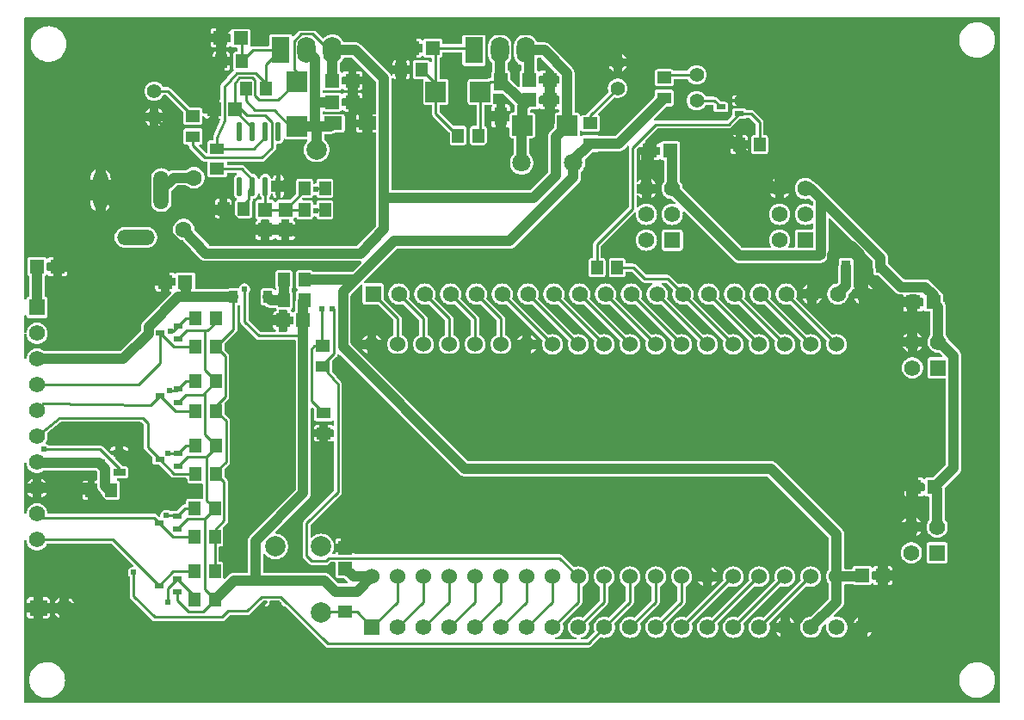
<source format=gtl>
G04 Layer: TopLayer*
G04 EasyEDA v6.5.23, 2023-06-13 20:56:30*
G04 d7613748035a41f38142119238425102,0997c0c323a540828c61b468e30a80a1,10*
G04 Gerber Generator version 0.2*
G04 Scale: 100 percent, Rotated: No, Reflected: No *
G04 Dimensions in millimeters *
G04 leading zeros omitted , absolute positions ,4 integer and 5 decimal *
%FSLAX45Y45*%
%MOMM*%

%AMMACRO1*21,1,$1,$2,0,0,$3*%
%ADD10C,0.2600*%
%ADD11C,1.0000*%
%ADD12MACRO1,1.377X1.1325X0.0000*%
%ADD13R,1.3770X1.1325*%
%ADD14MACRO1,1.377X1.1325X-90.0000*%
%ADD15MACRO1,1.35X1.41X-90.0000*%
%ADD16MACRO1,1.35X1.41X90.0000*%
%ADD17MACRO1,1.35X1.41X0.0000*%
%ADD18R,1.3500X1.4100*%
%ADD19MACRO1,1.296X1.7575X0.0000*%
%ADD20R,1.2960X1.7575*%
%ADD21MACRO1,1.296X1.7575X-90.0000*%
%ADD22R,2.0000X2.0000*%
%ADD23R,0.9500X1.1500*%
%ADD24R,1.2500X0.7000*%
%ADD25R,0.9360X0.5000*%
%ADD26MACRO1,1.377X1.1325X90.0000*%
%ADD27O,0.5684012X1.950212*%
%ADD28C,1.5240*%
%ADD29O,3.6999926000000003X1.499997*%
%ADD30O,1.499997X3.7999924*%
%ADD31C,1.6000*%
%ADD32C,1.8000*%
%ADD33R,1.7000X1.5748*%
%ADD34C,1.7000*%
%ADD35R,1.5748X1.5748*%
%ADD36C,1.5748*%
%ADD37C,1.4000*%
%ADD38C,2.0000*%
%ADD39O,1.7999964X2.5999948*%
%ADD40R,1.8000X2.6000*%
%ADD41C,0.6096*%
%ADD42C,0.0152*%

%LPD*%
G36*
X1354074Y-4944313D02*
G01*
X1350060Y-4943602D01*
X1346606Y-4941316D01*
X1328115Y-4922774D01*
X1321816Y-4917643D01*
X1315110Y-4914036D01*
X1307795Y-4911852D01*
X1299718Y-4911039D01*
X263956Y-4911039D01*
X260197Y-4910328D01*
X256997Y-4908296D01*
X254762Y-4905248D01*
X251053Y-4886909D01*
X246684Y-4873955D01*
X240588Y-4861661D01*
X233019Y-4850282D01*
X223977Y-4840020D01*
X213715Y-4830978D01*
X202336Y-4823409D01*
X190042Y-4817313D01*
X177088Y-4812944D01*
X163677Y-4810252D01*
X150012Y-4809388D01*
X136347Y-4810252D01*
X122935Y-4812944D01*
X109982Y-4817313D01*
X97688Y-4823409D01*
X86309Y-4830978D01*
X75996Y-4840020D01*
X67005Y-4850282D01*
X59385Y-4861661D01*
X53340Y-4873955D01*
X48920Y-4886909D01*
X46278Y-4900320D01*
X44958Y-4905552D01*
X42011Y-4908854D01*
X37947Y-4910582D01*
X33528Y-4910480D01*
X29565Y-4908448D01*
X26873Y-4904943D01*
X25908Y-4900625D01*
X25908Y-4419346D01*
X26873Y-4415028D01*
X29565Y-4411522D01*
X33528Y-4409541D01*
X37947Y-4409389D01*
X42011Y-4411116D01*
X44958Y-4414469D01*
X46278Y-4419650D01*
X48920Y-4433062D01*
X53340Y-4446016D01*
X59385Y-4458309D01*
X67005Y-4469688D01*
X75996Y-4479950D01*
X86309Y-4488992D01*
X97688Y-4496612D01*
X109982Y-4502658D01*
X122935Y-4507077D01*
X136347Y-4509719D01*
X150012Y-4510633D01*
X163677Y-4509719D01*
X177088Y-4507077D01*
X190042Y-4502658D01*
X202336Y-4496612D01*
X217474Y-4486554D01*
X221030Y-4485894D01*
X724357Y-4485894D01*
X728218Y-4486656D01*
X731520Y-4488891D01*
X741121Y-4498441D01*
X743305Y-4501743D01*
X744067Y-4505655D01*
X744067Y-4575048D01*
X743305Y-4578959D01*
X741121Y-4582261D01*
X737819Y-4584446D01*
X733907Y-4585208D01*
X714654Y-4585208D01*
X714654Y-4639208D01*
X734568Y-4639208D01*
X738174Y-4639868D01*
X741273Y-4641748D01*
X743508Y-4644593D01*
X744626Y-4648047D01*
X745439Y-4654092D01*
X747522Y-4662525D01*
X748284Y-4664862D01*
X751687Y-4673092D01*
X752805Y-4675276D01*
X757377Y-4682896D01*
X758799Y-4684928D01*
X764438Y-4691684D01*
X776122Y-4703470D01*
X777595Y-4705705D01*
X779881Y-4707229D01*
X794512Y-4721809D01*
X796696Y-4725111D01*
X797458Y-4729022D01*
X797458Y-4748276D01*
X798169Y-4754575D01*
X800100Y-4760061D01*
X803148Y-4764938D01*
X807262Y-4769053D01*
X812139Y-4772101D01*
X817625Y-4774031D01*
X823925Y-4774742D01*
X936040Y-4774742D01*
X942390Y-4774031D01*
X947826Y-4772101D01*
X952753Y-4769053D01*
X956818Y-4764938D01*
X959916Y-4760061D01*
X961847Y-4754575D01*
X962558Y-4748276D01*
X962558Y-4611725D01*
X961847Y-4605375D01*
X959916Y-4599940D01*
X956818Y-4595012D01*
X952753Y-4590948D01*
X947826Y-4587849D01*
X941527Y-4585665D01*
X938072Y-4583582D01*
X935685Y-4580331D01*
X934719Y-4576368D01*
X935431Y-4572406D01*
X937615Y-4569002D01*
X940917Y-4566716D01*
X944880Y-4565904D01*
X1021943Y-4565904D01*
X1028242Y-4565192D01*
X1033729Y-4563262D01*
X1038606Y-4560214D01*
X1042720Y-4556099D01*
X1045768Y-4551222D01*
X1047699Y-4545736D01*
X1048410Y-4539437D01*
X1048410Y-4470552D01*
X1047699Y-4464253D01*
X1045768Y-4458766D01*
X1042720Y-4453890D01*
X1038606Y-4449775D01*
X1033729Y-4446727D01*
X1028242Y-4444796D01*
X1021943Y-4444085D01*
X993343Y-4444085D01*
X989431Y-4443323D01*
X986129Y-4441088D01*
X925372Y-4380331D01*
X923188Y-4377029D01*
X922375Y-4373168D01*
X922375Y-4338828D01*
X888085Y-4338828D01*
X884174Y-4338066D01*
X880871Y-4335881D01*
X797864Y-4252823D01*
X791616Y-4247692D01*
X784860Y-4244086D01*
X777595Y-4241901D01*
X769518Y-4241088D01*
X264668Y-4241088D01*
X260807Y-4240326D01*
X257505Y-4238142D01*
X256235Y-4236821D01*
X248158Y-4231182D01*
X239420Y-4227118D01*
X235966Y-4224477D01*
X233934Y-4220667D01*
X233679Y-4216298D01*
X235305Y-4212285D01*
X240588Y-4204309D01*
X246684Y-4192015D01*
X251053Y-4179062D01*
X253746Y-4165650D01*
X254609Y-4151985D01*
X253746Y-4138320D01*
X251206Y-4125671D01*
X251155Y-4122064D01*
X252374Y-4118610D01*
X254711Y-4115866D01*
X381203Y-4011218D01*
X384200Y-4009491D01*
X387654Y-4008882D01*
X1169670Y-4008932D01*
X1173530Y-4009694D01*
X1176832Y-4011879D01*
X1198168Y-4033215D01*
X1200353Y-4036517D01*
X1201115Y-4040378D01*
X1201115Y-4259326D01*
X1201928Y-4267403D01*
X1204112Y-4274718D01*
X1207719Y-4281424D01*
X1212850Y-4287723D01*
X1284528Y-4359351D01*
X1286713Y-4362653D01*
X1287475Y-4366514D01*
X1287475Y-4404410D01*
X1288186Y-4410760D01*
X1290116Y-4416196D01*
X1293215Y-4421124D01*
X1297279Y-4425188D01*
X1302207Y-4428286D01*
X1307642Y-4430166D01*
X1313992Y-4430877D01*
X1351889Y-4430877D01*
X1355801Y-4431690D01*
X1359052Y-4433874D01*
X1472336Y-4547158D01*
X1478635Y-4552289D01*
X1485341Y-4555896D01*
X1492605Y-4558080D01*
X1500682Y-4558893D01*
X1617319Y-4558893D01*
X1621180Y-4559655D01*
X1624482Y-4561890D01*
X1626666Y-4565142D01*
X1627479Y-4569053D01*
X1627479Y-4588256D01*
X1628190Y-4594606D01*
X1630070Y-4600041D01*
X1633169Y-4604969D01*
X1637233Y-4609033D01*
X1642160Y-4612132D01*
X1647596Y-4614062D01*
X1653946Y-4614773D01*
X1766062Y-4614773D01*
X1769770Y-4614316D01*
X1774037Y-4614722D01*
X1777695Y-4616856D01*
X1780184Y-4620260D01*
X1781098Y-4624425D01*
X1781098Y-4758182D01*
X1780336Y-4761941D01*
X1778254Y-4765192D01*
X1775155Y-4767427D01*
X1771396Y-4768342D01*
X1767586Y-4767783D01*
X1762353Y-4765954D01*
X1756054Y-4765243D01*
X1643938Y-4765243D01*
X1637588Y-4765954D01*
X1632153Y-4767834D01*
X1627276Y-4770932D01*
X1623161Y-4775047D01*
X1620062Y-4779924D01*
X1618183Y-4785410D01*
X1617472Y-4791710D01*
X1617472Y-4810912D01*
X1616659Y-4814824D01*
X1614474Y-4818126D01*
X1611172Y-4820310D01*
X1607312Y-4821072D01*
X1605280Y-4821072D01*
X1597202Y-4821885D01*
X1589887Y-4824120D01*
X1583182Y-4827676D01*
X1576933Y-4832858D01*
X1528673Y-4881118D01*
X1525371Y-4883302D01*
X1521460Y-4884064D01*
X1483563Y-4884064D01*
X1477264Y-4884775D01*
X1471777Y-4886706D01*
X1468983Y-4888433D01*
X1465884Y-4889754D01*
X1462481Y-4889957D01*
X1459179Y-4888992D01*
X1448155Y-4881168D01*
X1439265Y-4877054D01*
X1429766Y-4874514D01*
X1420012Y-4873650D01*
X1410208Y-4874514D01*
X1400708Y-4877054D01*
X1391818Y-4881168D01*
X1383741Y-4886807D01*
X1376832Y-4893767D01*
X1371193Y-4901793D01*
X1367028Y-4910734D01*
X1364488Y-4920183D01*
X1363624Y-4929987D01*
X1363929Y-4933238D01*
X1363421Y-4937353D01*
X1361389Y-4940909D01*
X1358087Y-4943348D01*
G37*

%LPC*%
G36*
X714654Y-4774742D02*
G01*
X736041Y-4774742D01*
X742391Y-4774031D01*
X747826Y-4772101D01*
X752754Y-4769053D01*
X756818Y-4764938D01*
X759917Y-4760061D01*
X761796Y-4754575D01*
X762508Y-4748276D01*
X762508Y-4720742D01*
X714654Y-4720742D01*
G37*
G36*
X623925Y-4774742D02*
G01*
X645312Y-4774742D01*
X645312Y-4720742D01*
X597458Y-4720742D01*
X597458Y-4748276D01*
X598170Y-4754575D01*
X600100Y-4760061D01*
X603148Y-4764938D01*
X607263Y-4769053D01*
X612140Y-4772101D01*
X617626Y-4774031D01*
G37*
G36*
X104292Y-4753864D02*
G01*
X104292Y-4705705D01*
X56134Y-4705705D01*
X59385Y-4712309D01*
X67005Y-4723688D01*
X75996Y-4733950D01*
X86309Y-4742992D01*
X97688Y-4750612D01*
G37*
G36*
X195732Y-4753864D02*
G01*
X202336Y-4750612D01*
X213715Y-4742992D01*
X223977Y-4733950D01*
X233019Y-4723688D01*
X240588Y-4712309D01*
X243840Y-4705705D01*
X195732Y-4705705D01*
G37*
G36*
X597458Y-4639208D02*
G01*
X645312Y-4639208D01*
X645312Y-4585208D01*
X623925Y-4585208D01*
X617626Y-4585919D01*
X612140Y-4587849D01*
X607263Y-4590948D01*
X603148Y-4595012D01*
X600100Y-4599940D01*
X598170Y-4605375D01*
X597458Y-4611725D01*
G37*
G36*
X195732Y-4614265D02*
G01*
X243840Y-4614265D01*
X240588Y-4607661D01*
X233019Y-4596282D01*
X223977Y-4586020D01*
X213715Y-4576978D01*
X202336Y-4569409D01*
X195732Y-4566158D01*
G37*
G36*
X56134Y-4614265D02*
G01*
X104292Y-4614265D01*
X104292Y-4566158D01*
X97688Y-4569409D01*
X86309Y-4576978D01*
X75996Y-4586020D01*
X67005Y-4596282D01*
X59385Y-4607661D01*
G37*
G36*
X997610Y-4375912D02*
G01*
X1021943Y-4375912D01*
X1028242Y-4375200D01*
X1033729Y-4373270D01*
X1038606Y-4370171D01*
X1042720Y-4366107D01*
X1045768Y-4361180D01*
X1047699Y-4355744D01*
X1048410Y-4349394D01*
X1048410Y-4338828D01*
X997610Y-4338828D01*
G37*
G36*
X871575Y-4291126D02*
G01*
X922375Y-4291126D01*
X922375Y-4254093D01*
X898042Y-4254093D01*
X891743Y-4254804D01*
X886256Y-4256684D01*
X881380Y-4259783D01*
X877265Y-4263898D01*
X874217Y-4268774D01*
X872286Y-4274261D01*
X871575Y-4280560D01*
G37*
G36*
X997610Y-4291126D02*
G01*
X1048410Y-4291126D01*
X1048410Y-4280560D01*
X1047699Y-4274261D01*
X1045768Y-4268774D01*
X1042720Y-4263898D01*
X1038606Y-4259783D01*
X1033729Y-4256684D01*
X1028242Y-4254804D01*
X1021943Y-4254093D01*
X997610Y-4254093D01*
G37*

%LPD*%
G36*
X1992680Y-5555640D02*
G01*
X1988820Y-5554827D01*
X1985518Y-5552643D01*
X1983333Y-5549341D01*
X1982520Y-5545480D01*
X1982520Y-5411724D01*
X1981809Y-5405374D01*
X1979930Y-5399938D01*
X1976831Y-5395010D01*
X1972716Y-5390946D01*
X1967839Y-5387848D01*
X1962404Y-5385917D01*
X1956054Y-5385206D01*
X1949094Y-5385206D01*
X1945182Y-5384444D01*
X1941880Y-5382260D01*
X1939696Y-5378958D01*
X1938934Y-5375046D01*
X1938934Y-5244896D01*
X1939696Y-5241036D01*
X1941880Y-5237734D01*
X1945182Y-5235498D01*
X1949043Y-5234736D01*
X1956054Y-5234736D01*
X1962404Y-5234025D01*
X1967839Y-5232146D01*
X1972716Y-5229047D01*
X1976831Y-5224932D01*
X1979930Y-5220055D01*
X1981809Y-5214569D01*
X1982520Y-5208270D01*
X1982520Y-5071719D01*
X1981809Y-5065369D01*
X1979930Y-5059934D01*
X1978507Y-5057698D01*
X1977186Y-5054549D01*
X1976983Y-5051145D01*
X1977948Y-5047843D01*
X1979930Y-5045100D01*
X2017166Y-5007864D01*
X2022297Y-5001564D01*
X2025904Y-4994859D01*
X2028088Y-4987594D01*
X2028901Y-4979466D01*
X2028901Y-4600498D01*
X2028088Y-4592421D01*
X2025904Y-4585106D01*
X2022297Y-4578400D01*
X2017166Y-4572101D01*
X1995525Y-4550460D01*
X1993290Y-4547158D01*
X1992528Y-4543298D01*
X1992528Y-4476699D01*
X1993290Y-4472787D01*
X1995525Y-4469485D01*
X2037130Y-4427880D01*
X2042312Y-4421581D01*
X2045919Y-4414875D01*
X2048103Y-4407560D01*
X2048916Y-4399483D01*
X2048916Y-4000500D01*
X2048103Y-3992422D01*
X2045919Y-3985107D01*
X2042312Y-3978401D01*
X2037130Y-3972153D01*
X1995525Y-3930497D01*
X1993290Y-3927195D01*
X1992528Y-3923284D01*
X1992528Y-3831691D01*
X1992172Y-3828287D01*
X1992274Y-3825240D01*
X1993239Y-3822395D01*
X1995068Y-3819956D01*
X2027174Y-3787851D01*
X2032304Y-3781602D01*
X2035911Y-3774846D01*
X2038096Y-3767582D01*
X2038908Y-3759504D01*
X2038908Y-3360521D01*
X2038096Y-3352393D01*
X2035911Y-3345129D01*
X2032304Y-3338423D01*
X2027174Y-3332124D01*
X1995525Y-3300476D01*
X1993290Y-3297174D01*
X1992528Y-3293313D01*
X1992528Y-3246678D01*
X1993290Y-3242818D01*
X1995525Y-3239516D01*
X2107895Y-3127095D01*
X2113076Y-3120847D01*
X2116632Y-3114141D01*
X2118868Y-3106826D01*
X2119680Y-3098749D01*
X2119680Y-2873400D01*
X2120341Y-2869742D01*
X2122220Y-2866593D01*
X2125167Y-2864358D01*
X2128672Y-2863291D01*
X2134006Y-2862681D01*
X2137562Y-2861462D01*
X2141372Y-2860903D01*
X2145131Y-2861767D01*
X2148281Y-2864002D01*
X2150364Y-2867253D01*
X2151075Y-2871012D01*
X2151075Y-3019501D01*
X2151888Y-3027578D01*
X2154072Y-3034842D01*
X2157679Y-3041548D01*
X2162810Y-3047847D01*
X2303272Y-3188309D01*
X2309571Y-3193440D01*
X2316276Y-3197047D01*
X2323541Y-3199231D01*
X2331618Y-3200044D01*
X2684068Y-3200044D01*
X2687929Y-3200806D01*
X2691231Y-3203041D01*
X2693466Y-3206343D01*
X2694228Y-3210204D01*
X2694228Y-4674260D01*
X2693466Y-4678172D01*
X2691231Y-4681474D01*
X2244445Y-5128310D01*
X2237384Y-5137150D01*
X2232761Y-5144770D01*
X2231644Y-5146954D01*
X2228240Y-5155184D01*
X2227478Y-5157520D01*
X2225344Y-5166156D01*
X2224938Y-5168595D01*
X2224125Y-5177434D01*
X2224074Y-5483910D01*
X2223312Y-5487822D01*
X2221077Y-5491124D01*
X2217775Y-5493308D01*
X2213914Y-5494070D01*
X2087219Y-5494121D01*
X2078380Y-5494985D01*
X2075942Y-5495391D01*
X2067356Y-5497525D01*
X2065020Y-5498287D01*
X2056790Y-5501690D01*
X2054606Y-5502808D01*
X2046986Y-5507380D01*
X2044954Y-5508802D01*
X2038146Y-5514492D01*
X1999894Y-5552643D01*
X1996592Y-5554827D01*
G37*

%LPD*%
G36*
X3119018Y-5597448D02*
G01*
X3115106Y-5596686D01*
X3111804Y-5594451D01*
X3031744Y-5514492D01*
X3024936Y-5508802D01*
X3022904Y-5507380D01*
X3015284Y-5502808D01*
X3013100Y-5501690D01*
X3004870Y-5498287D01*
X3002534Y-5497525D01*
X2993898Y-5495391D01*
X2991510Y-5494985D01*
X2982620Y-5494121D01*
X2386025Y-5494070D01*
X2382164Y-5493308D01*
X2378862Y-5491124D01*
X2376627Y-5487822D01*
X2375865Y-5483910D01*
X2375865Y-5316118D01*
X2376728Y-5312054D01*
X2379167Y-5308650D01*
X2382723Y-5306517D01*
X2386838Y-5306009D01*
X2390851Y-5307177D01*
X2394051Y-5309870D01*
X2400757Y-5318455D01*
X2411526Y-5329224D01*
X2423464Y-5338622D01*
X2436520Y-5346446D01*
X2450338Y-5352694D01*
X2464866Y-5357215D01*
X2479802Y-5359958D01*
X2494991Y-5360873D01*
X2510180Y-5359958D01*
X2525115Y-5357215D01*
X2539644Y-5352694D01*
X2553512Y-5346446D01*
X2566517Y-5338622D01*
X2578506Y-5329224D01*
X2589225Y-5318455D01*
X2598623Y-5306517D01*
X2606446Y-5293512D01*
X2612694Y-5279644D01*
X2617216Y-5265115D01*
X2619959Y-5250180D01*
X2620873Y-5234990D01*
X2619959Y-5219801D01*
X2617216Y-5204866D01*
X2612694Y-5190337D01*
X2606446Y-5176469D01*
X2598623Y-5163464D01*
X2589225Y-5151526D01*
X2578506Y-5140756D01*
X2566517Y-5131409D01*
X2553512Y-5123535D01*
X2539644Y-5117287D01*
X2525115Y-5112766D01*
X2510180Y-5110022D01*
X2501798Y-5109514D01*
X2498039Y-5108549D01*
X2494940Y-5106263D01*
X2492908Y-5102961D01*
X2492248Y-5099151D01*
X2493060Y-5095392D01*
X2495194Y-5092192D01*
X2825648Y-4761687D01*
X2832709Y-4752848D01*
X2837332Y-4745228D01*
X2838450Y-4743043D01*
X2841853Y-4734814D01*
X2842615Y-4732477D01*
X2844749Y-4723841D01*
X2845155Y-4721402D01*
X2845968Y-4712563D01*
X2846019Y-3875582D01*
X2846781Y-3871671D01*
X2849016Y-3868420D01*
X2852318Y-3866184D01*
X2856179Y-3865422D01*
X2860090Y-3866184D01*
X2863392Y-3868420D01*
X2872282Y-3877259D01*
X2874467Y-3880561D01*
X2875229Y-3884472D01*
X2875229Y-3976065D01*
X2875940Y-3982364D01*
X2877870Y-3987850D01*
X2880918Y-3992727D01*
X2885033Y-3996842D01*
X2889910Y-3999890D01*
X2895396Y-4001820D01*
X2901696Y-4002532D01*
X3038297Y-4002532D01*
X3044596Y-4001820D01*
X3050082Y-3999890D01*
X3055518Y-3996486D01*
X3059531Y-3995013D01*
X3063849Y-3995369D01*
X3067608Y-3997451D01*
X3070148Y-4000855D01*
X3071063Y-4005072D01*
X3071063Y-4034891D01*
X3070148Y-4039108D01*
X3067608Y-4042562D01*
X3063849Y-4044645D01*
X3059531Y-4044950D01*
X3055518Y-4043527D01*
X3050082Y-4040073D01*
X3044596Y-4038193D01*
X3038297Y-4037482D01*
X3010763Y-4037482D01*
X3010763Y-4085336D01*
X3060903Y-4085336D01*
X3064814Y-4086098D01*
X3068116Y-4088333D01*
X3070301Y-4091584D01*
X3071063Y-4095496D01*
X3071063Y-4144518D01*
X3070301Y-4148378D01*
X3068116Y-4151680D01*
X3064814Y-4153865D01*
X3060903Y-4154678D01*
X3010763Y-4154678D01*
X3010763Y-4202531D01*
X3038297Y-4202531D01*
X3044596Y-4201820D01*
X3050082Y-4199890D01*
X3055518Y-4196486D01*
X3059531Y-4195013D01*
X3063849Y-4195368D01*
X3067608Y-4197451D01*
X3070148Y-4200906D01*
X3071063Y-4205071D01*
X3071063Y-4680712D01*
X3070301Y-4684572D01*
X3068116Y-4687874D01*
X2776728Y-4979212D01*
X2771597Y-4985512D01*
X2767990Y-4992217D01*
X2765806Y-4999532D01*
X2764993Y-5007610D01*
X2764993Y-5326380D01*
X2765806Y-5334457D01*
X2767990Y-5341772D01*
X2771597Y-5348478D01*
X2776728Y-5354777D01*
X2826054Y-5404104D01*
X2832354Y-5409234D01*
X2839059Y-5412841D01*
X2846374Y-5415026D01*
X2854452Y-5415838D01*
X2993390Y-5415838D01*
X3001467Y-5415026D01*
X3008782Y-5412841D01*
X3015488Y-5409234D01*
X3021787Y-5404104D01*
X3033979Y-5391861D01*
X3037281Y-5389676D01*
X3041142Y-5388914D01*
X3076448Y-5388914D01*
X3080308Y-5389676D01*
X3083610Y-5391861D01*
X3085795Y-5395163D01*
X3086608Y-5399074D01*
X3086608Y-5519928D01*
X3087319Y-5526227D01*
X3089198Y-5531713D01*
X3092297Y-5536590D01*
X3096361Y-5540705D01*
X3101289Y-5543753D01*
X3106724Y-5545683D01*
X3113074Y-5546394D01*
X3164840Y-5546394D01*
X3168751Y-5547156D01*
X3172002Y-5549392D01*
X3202736Y-5580126D01*
X3204972Y-5583377D01*
X3205734Y-5587288D01*
X3204972Y-5591200D01*
X3202736Y-5594451D01*
X3199434Y-5596686D01*
X3195574Y-5597448D01*
G37*

%LPC*%
G36*
X2901696Y-4202531D02*
G01*
X2929229Y-4202531D01*
X2929229Y-4154678D01*
X2875229Y-4154678D01*
X2875229Y-4176064D01*
X2875940Y-4182364D01*
X2877870Y-4187850D01*
X2880918Y-4192727D01*
X2885033Y-4196842D01*
X2889910Y-4199890D01*
X2895396Y-4201820D01*
G37*
G36*
X2875229Y-4085336D02*
G01*
X2929229Y-4085336D01*
X2929229Y-4037482D01*
X2901696Y-4037482D01*
X2895396Y-4038193D01*
X2889910Y-4040073D01*
X2885033Y-4043172D01*
X2880918Y-4047236D01*
X2877870Y-4052163D01*
X2875940Y-4057599D01*
X2875229Y-4063949D01*
G37*

%LPD*%
G36*
X36068Y-6774180D02*
G01*
X32156Y-6773418D01*
X28905Y-6771182D01*
X26670Y-6767931D01*
X25908Y-6764020D01*
X25908Y-5181346D01*
X26873Y-5177028D01*
X29565Y-5173522D01*
X33528Y-5171541D01*
X37947Y-5171389D01*
X42011Y-5173116D01*
X44958Y-5176469D01*
X46278Y-5181650D01*
X48920Y-5195062D01*
X53340Y-5208016D01*
X59385Y-5220309D01*
X67005Y-5231688D01*
X75996Y-5241950D01*
X86309Y-5250992D01*
X97688Y-5258612D01*
X109982Y-5264658D01*
X122935Y-5269077D01*
X136347Y-5271719D01*
X150012Y-5272633D01*
X163677Y-5271719D01*
X177088Y-5269077D01*
X190042Y-5264658D01*
X202336Y-5258612D01*
X213715Y-5250992D01*
X223977Y-5241950D01*
X233019Y-5231688D01*
X240588Y-5220309D01*
X244449Y-5212537D01*
X246684Y-5209540D01*
X249834Y-5207609D01*
X253542Y-5206898D01*
X877874Y-5206898D01*
X881786Y-5207660D01*
X885088Y-5209844D01*
X1093114Y-5417921D01*
X1095451Y-5421477D01*
X1096111Y-5425643D01*
X1094994Y-5429707D01*
X1092352Y-5433009D01*
X1088593Y-5434939D01*
X1080719Y-5437022D01*
X1071829Y-5441188D01*
X1063752Y-5446826D01*
X1056843Y-5453735D01*
X1051204Y-5461812D01*
X1047038Y-5470702D01*
X1044498Y-5480202D01*
X1043635Y-5490006D01*
X1044498Y-5499760D01*
X1047038Y-5509260D01*
X1051204Y-5518150D01*
X1056843Y-5526227D01*
X1058113Y-5527497D01*
X1060297Y-5530799D01*
X1061110Y-5534660D01*
X1061110Y-5719470D01*
X1061872Y-5727547D01*
X1064107Y-5734862D01*
X1067663Y-5741568D01*
X1072845Y-5747867D01*
X1282141Y-5957163D01*
X1288389Y-5962294D01*
X1295146Y-5965901D01*
X1302410Y-5968085D01*
X1310487Y-5968898D01*
X1969516Y-5968898D01*
X1977593Y-5968085D01*
X1984857Y-5965901D01*
X1991563Y-5962294D01*
X1997862Y-5957163D01*
X2043125Y-5911850D01*
X2046427Y-5909665D01*
X2050338Y-5908903D01*
X2219502Y-5908903D01*
X2227580Y-5908090D01*
X2234844Y-5905906D01*
X2241600Y-5902299D01*
X2247849Y-5897168D01*
X2373122Y-5771896D01*
X2376424Y-5769660D01*
X2380335Y-5768898D01*
X2409952Y-5768898D01*
X2414066Y-5769762D01*
X2417419Y-5772150D01*
X2419604Y-5775756D01*
X2420112Y-5779871D01*
X2418943Y-5783884D01*
X2416251Y-5787034D01*
X2411526Y-5790742D01*
X2400757Y-5801512D01*
X2391410Y-5813450D01*
X2383536Y-5826455D01*
X2382570Y-5828639D01*
X2438654Y-5828639D01*
X2438654Y-5779058D01*
X2439416Y-5775147D01*
X2441651Y-5771896D01*
X2444902Y-5769660D01*
X2448814Y-5768898D01*
X2529687Y-5768898D01*
X2533548Y-5769660D01*
X2536850Y-5771896D01*
X2548382Y-5783376D01*
X2550566Y-5786678D01*
X2551328Y-5790590D01*
X2551328Y-5828639D01*
X2589428Y-5828639D01*
X2593289Y-5829401D01*
X2596591Y-5831586D01*
X2982112Y-6217158D01*
X2988411Y-6222288D01*
X2995117Y-6225895D01*
X3002432Y-6228080D01*
X3010509Y-6228892D01*
X5572506Y-6228892D01*
X5580583Y-6228080D01*
X5587847Y-6225895D01*
X5594604Y-6222288D01*
X5600852Y-6217158D01*
X5687314Y-6130696D01*
X5690412Y-6128613D01*
X5694019Y-6127750D01*
X5697728Y-6128258D01*
X5705906Y-6131052D01*
X5719318Y-6133744D01*
X5732983Y-6134608D01*
X5746648Y-6133744D01*
X5760059Y-6131052D01*
X5773013Y-6126632D01*
X5785307Y-6120587D01*
X5796686Y-6113018D01*
X5806948Y-6103975D01*
X5815990Y-6093663D01*
X5823610Y-6082284D01*
X5829655Y-6070041D01*
X5834024Y-6057087D01*
X5836716Y-6043625D01*
X5837631Y-6030010D01*
X5836716Y-6016345D01*
X5834024Y-6002883D01*
X5831281Y-5994755D01*
X5830722Y-5991047D01*
X5831586Y-5987389D01*
X5833719Y-5984290D01*
X6011164Y-5806846D01*
X6016294Y-5800598D01*
X6019901Y-5793892D01*
X6022086Y-5786577D01*
X6022898Y-5778500D01*
X6022898Y-5633872D01*
X6023660Y-5630011D01*
X6025845Y-5626709D01*
X6041745Y-5617159D01*
X6052464Y-5608726D01*
X6061964Y-5598922D01*
X6070041Y-5587898D01*
X6076594Y-5575960D01*
X6081471Y-5563260D01*
X6084671Y-5549950D01*
X6085992Y-5536387D01*
X6085586Y-5522772D01*
X6083300Y-5509310D01*
X6079236Y-5496306D01*
X6073495Y-5483910D01*
X6066180Y-5472430D01*
X6057392Y-5462016D01*
X6047232Y-5452872D01*
X6036005Y-5445150D01*
X6023864Y-5439003D01*
X6010960Y-5434533D01*
X5997600Y-5431840D01*
X5983986Y-5430926D01*
X5970371Y-5431840D01*
X5957011Y-5434533D01*
X5944158Y-5439003D01*
X5931966Y-5445150D01*
X5920740Y-5452872D01*
X5910630Y-5462016D01*
X5901791Y-5472430D01*
X5894476Y-5483910D01*
X5888736Y-5496306D01*
X5884672Y-5509310D01*
X5882436Y-5522772D01*
X5881979Y-5536387D01*
X5883300Y-5549950D01*
X5886500Y-5563260D01*
X5891377Y-5575960D01*
X5897930Y-5587898D01*
X5906008Y-5598922D01*
X5915507Y-5608726D01*
X5926226Y-5617159D01*
X5942126Y-5626709D01*
X5944311Y-5630011D01*
X5945073Y-5633872D01*
X5945073Y-5758688D01*
X5944311Y-5762548D01*
X5942126Y-5765850D01*
X5778703Y-5929274D01*
X5775604Y-5931357D01*
X5771946Y-5932220D01*
X5768238Y-5931712D01*
X5760059Y-5928918D01*
X5746648Y-5926277D01*
X5732983Y-5925362D01*
X5719318Y-5926277D01*
X5705906Y-5928918D01*
X5692952Y-5933338D01*
X5680659Y-5939383D01*
X5669280Y-5947003D01*
X5659018Y-5955995D01*
X5649976Y-5966307D01*
X5642356Y-5977686D01*
X5636310Y-5989929D01*
X5631942Y-6002883D01*
X5629249Y-6016345D01*
X5628386Y-6030010D01*
X5629249Y-6043625D01*
X5631942Y-6057087D01*
X5634685Y-6065266D01*
X5635244Y-6068974D01*
X5634380Y-6072581D01*
X5632246Y-6075680D01*
X5559856Y-6148120D01*
X5556554Y-6150305D01*
X5552694Y-6151067D01*
X5508548Y-6151067D01*
X5504535Y-6150254D01*
X5501182Y-6147968D01*
X5499049Y-6144514D01*
X5498388Y-6140551D01*
X5499354Y-6136589D01*
X5501741Y-6133338D01*
X5505297Y-6131306D01*
X5519013Y-6126632D01*
X5531307Y-6120587D01*
X5542686Y-6113018D01*
X5552948Y-6103975D01*
X5561990Y-6093663D01*
X5569610Y-6082284D01*
X5575655Y-6070041D01*
X5580024Y-6057087D01*
X5582716Y-6043625D01*
X5583631Y-6030010D01*
X5582716Y-6016345D01*
X5580024Y-6002883D01*
X5577281Y-5994755D01*
X5576722Y-5991047D01*
X5577586Y-5987389D01*
X5579719Y-5984290D01*
X5757164Y-5806846D01*
X5762294Y-5800598D01*
X5765901Y-5793892D01*
X5768086Y-5786577D01*
X5768898Y-5778500D01*
X5768898Y-5633872D01*
X5769660Y-5630011D01*
X5771845Y-5626709D01*
X5787745Y-5617159D01*
X5798464Y-5608726D01*
X5807964Y-5598922D01*
X5816041Y-5587898D01*
X5822594Y-5575960D01*
X5827471Y-5563260D01*
X5830671Y-5549950D01*
X5831992Y-5536387D01*
X5831586Y-5522772D01*
X5829300Y-5509310D01*
X5825236Y-5496306D01*
X5819495Y-5483910D01*
X5812180Y-5472430D01*
X5803392Y-5462016D01*
X5793232Y-5452872D01*
X5782005Y-5445150D01*
X5769864Y-5439003D01*
X5756960Y-5434533D01*
X5743600Y-5431840D01*
X5729986Y-5430926D01*
X5716371Y-5431840D01*
X5703011Y-5434533D01*
X5690158Y-5439003D01*
X5677966Y-5445150D01*
X5666740Y-5452872D01*
X5656630Y-5462016D01*
X5647791Y-5472430D01*
X5640476Y-5483910D01*
X5634736Y-5496306D01*
X5630672Y-5509310D01*
X5628436Y-5522772D01*
X5627979Y-5536387D01*
X5629300Y-5549950D01*
X5632500Y-5563260D01*
X5637377Y-5575960D01*
X5643930Y-5587898D01*
X5652008Y-5598922D01*
X5661507Y-5608726D01*
X5672226Y-5617159D01*
X5688126Y-5626709D01*
X5690311Y-5630011D01*
X5691073Y-5633872D01*
X5691073Y-5758688D01*
X5690311Y-5762548D01*
X5688126Y-5765850D01*
X5524703Y-5929274D01*
X5521604Y-5931357D01*
X5517946Y-5932220D01*
X5514238Y-5931712D01*
X5506059Y-5928918D01*
X5492648Y-5926277D01*
X5478983Y-5925362D01*
X5465318Y-5926277D01*
X5451906Y-5928918D01*
X5438952Y-5933338D01*
X5426659Y-5939383D01*
X5415280Y-5947003D01*
X5405018Y-5955995D01*
X5395976Y-5966307D01*
X5388356Y-5977686D01*
X5382310Y-5989929D01*
X5377942Y-6002883D01*
X5375249Y-6016345D01*
X5374386Y-6030010D01*
X5375249Y-6043625D01*
X5377942Y-6057087D01*
X5382310Y-6070041D01*
X5388356Y-6082284D01*
X5395976Y-6093663D01*
X5405018Y-6103975D01*
X5415280Y-6113018D01*
X5426659Y-6120587D01*
X5438952Y-6126632D01*
X5452719Y-6131306D01*
X5456224Y-6133338D01*
X5458663Y-6136589D01*
X5459628Y-6140551D01*
X5458968Y-6144514D01*
X5456783Y-6147968D01*
X5453430Y-6150254D01*
X5449468Y-6151067D01*
X5254548Y-6151067D01*
X5250535Y-6150254D01*
X5247182Y-6147968D01*
X5245049Y-6144514D01*
X5244388Y-6140551D01*
X5245354Y-6136589D01*
X5247741Y-6133338D01*
X5251297Y-6131306D01*
X5265013Y-6126632D01*
X5277307Y-6120587D01*
X5288686Y-6113018D01*
X5298948Y-6103975D01*
X5307990Y-6093663D01*
X5315610Y-6082284D01*
X5321655Y-6070041D01*
X5326024Y-6057087D01*
X5328716Y-6043625D01*
X5329631Y-6030010D01*
X5328716Y-6016345D01*
X5326024Y-6002883D01*
X5323281Y-5994755D01*
X5322722Y-5991047D01*
X5323586Y-5987389D01*
X5325719Y-5984290D01*
X5503164Y-5806846D01*
X5508294Y-5800598D01*
X5511901Y-5793892D01*
X5514086Y-5786577D01*
X5514898Y-5778500D01*
X5514898Y-5633872D01*
X5515660Y-5630011D01*
X5517845Y-5626709D01*
X5533745Y-5617159D01*
X5544464Y-5608726D01*
X5553964Y-5598922D01*
X5562041Y-5587898D01*
X5568594Y-5575960D01*
X5573471Y-5563260D01*
X5576671Y-5549950D01*
X5577992Y-5536387D01*
X5577586Y-5522772D01*
X5575300Y-5509310D01*
X5571236Y-5496306D01*
X5565495Y-5483910D01*
X5558180Y-5472430D01*
X5549392Y-5462016D01*
X5539232Y-5452872D01*
X5528005Y-5445150D01*
X5515864Y-5439003D01*
X5502960Y-5434533D01*
X5489600Y-5431840D01*
X5475986Y-5430926D01*
X5462371Y-5431840D01*
X5449011Y-5434533D01*
X5442915Y-5436666D01*
X5439156Y-5437225D01*
X5435498Y-5436362D01*
X5432399Y-5434228D01*
X5320995Y-5322824D01*
X5314696Y-5317693D01*
X5307990Y-5314086D01*
X5300675Y-5311902D01*
X5292598Y-5311089D01*
X3283559Y-5311089D01*
X3279698Y-5310327D01*
X3276396Y-5308142D01*
X3274161Y-5304840D01*
X3273399Y-5300929D01*
X3273399Y-5291582D01*
X3220110Y-5291582D01*
X3220110Y-5300929D01*
X3219297Y-5304840D01*
X3217113Y-5308142D01*
X3213811Y-5310327D01*
X3209950Y-5311089D01*
X3150057Y-5311089D01*
X3146145Y-5310327D01*
X3142894Y-5308142D01*
X3140659Y-5304840D01*
X3139897Y-5300929D01*
X3139897Y-5291582D01*
X3086608Y-5291582D01*
X3086608Y-5300929D01*
X3085795Y-5304840D01*
X3083610Y-5308142D01*
X3080308Y-5310327D01*
X3076448Y-5311089D01*
X3063849Y-5311089D01*
X3059684Y-5310174D01*
X3056229Y-5307685D01*
X3054146Y-5303977D01*
X3053740Y-5299710D01*
X3055162Y-5295696D01*
X3056432Y-5293512D01*
X3062681Y-5279644D01*
X3067202Y-5265115D01*
X3069945Y-5250180D01*
X3070860Y-5234990D01*
X3069894Y-5219141D01*
X3070504Y-5215077D01*
X3072638Y-5211572D01*
X3074771Y-5210098D01*
X3071926Y-5209387D01*
X3068726Y-5206847D01*
X3066745Y-5203291D01*
X3062681Y-5190337D01*
X3056432Y-5176469D01*
X3048609Y-5163464D01*
X3039211Y-5151526D01*
X3028492Y-5140756D01*
X3016504Y-5131409D01*
X3003499Y-5123535D01*
X2989630Y-5117287D01*
X2975102Y-5112766D01*
X2960166Y-5110022D01*
X2944977Y-5109108D01*
X2929788Y-5110022D01*
X2914853Y-5112766D01*
X2900324Y-5117287D01*
X2886506Y-5123535D01*
X2873451Y-5131409D01*
X2861513Y-5140756D01*
X2860141Y-5142128D01*
X2856839Y-5144312D01*
X2852978Y-5145074D01*
X2849067Y-5144312D01*
X2845765Y-5142128D01*
X2843580Y-5138826D01*
X2842818Y-5134914D01*
X2842818Y-5027422D01*
X2843580Y-5023561D01*
X2845765Y-5020259D01*
X3137154Y-4728921D01*
X3142284Y-4722622D01*
X3145891Y-4715916D01*
X3148076Y-4708601D01*
X3148888Y-4700524D01*
X3148888Y-3640328D01*
X3148634Y-3635959D01*
X3148126Y-3632504D01*
X3147110Y-3628491D01*
X3145942Y-3625240D01*
X3144113Y-3621481D01*
X3142335Y-3618484D01*
X3139694Y-3614978D01*
X3057093Y-3515715D01*
X3055366Y-3512667D01*
X3054756Y-3509213D01*
X3054756Y-3414471D01*
X3055518Y-3410559D01*
X3057753Y-3407257D01*
X3097123Y-3367836D01*
X3102305Y-3361588D01*
X3105912Y-3354882D01*
X3108350Y-3346805D01*
X3110331Y-3343148D01*
X3113633Y-3340608D01*
X3117646Y-3339592D01*
X3121761Y-3340303D01*
X3125216Y-3342589D01*
X4308144Y-4525416D01*
X4316984Y-4532477D01*
X4324604Y-4537100D01*
X4326788Y-4538218D01*
X4335018Y-4541621D01*
X4337354Y-4542383D01*
X4345990Y-4544517D01*
X4348429Y-4544923D01*
X4357268Y-4545736D01*
X7334402Y-4545787D01*
X7338314Y-4546549D01*
X7341565Y-4548784D01*
X7937093Y-5144516D01*
X7939328Y-5147818D01*
X7940090Y-5151729D01*
X7940090Y-5461304D01*
X7939481Y-5464810D01*
X7937652Y-5467858D01*
X7933791Y-5472430D01*
X7926476Y-5483910D01*
X7920736Y-5496306D01*
X7916672Y-5509310D01*
X7914436Y-5522772D01*
X7913979Y-5536387D01*
X7915300Y-5549950D01*
X7918500Y-5563260D01*
X7923377Y-5575960D01*
X7929930Y-5587898D01*
X7938109Y-5598972D01*
X7939582Y-5601868D01*
X7940090Y-5605018D01*
X7940090Y-5743346D01*
X7939328Y-5747258D01*
X7937093Y-5750509D01*
X7764780Y-5922873D01*
X7761782Y-5924905D01*
X7758277Y-5925820D01*
X7751318Y-5926277D01*
X7737906Y-5928918D01*
X7724952Y-5933338D01*
X7712659Y-5939383D01*
X7701280Y-5947003D01*
X7691018Y-5955995D01*
X7681975Y-5966307D01*
X7674356Y-5977686D01*
X7668310Y-5989929D01*
X7663942Y-6002883D01*
X7661249Y-6016345D01*
X7660386Y-6030010D01*
X7661249Y-6043625D01*
X7663942Y-6057087D01*
X7668310Y-6070041D01*
X7674356Y-6082284D01*
X7681975Y-6093663D01*
X7691018Y-6103975D01*
X7701280Y-6113018D01*
X7712659Y-6120587D01*
X7724952Y-6126632D01*
X7737906Y-6131052D01*
X7751318Y-6133744D01*
X7764983Y-6134608D01*
X7778648Y-6133744D01*
X7792059Y-6131052D01*
X7805013Y-6126632D01*
X7817307Y-6120587D01*
X7828686Y-6113018D01*
X7838948Y-6103975D01*
X7847990Y-6093663D01*
X7855610Y-6082284D01*
X7861655Y-6070041D01*
X7866024Y-6057087D01*
X7868716Y-6043625D01*
X7869174Y-6036716D01*
X7870037Y-6033211D01*
X7872120Y-6030214D01*
X7898841Y-6003493D01*
X7902448Y-6001156D01*
X7906664Y-6000546D01*
X7910830Y-6001715D01*
X7914081Y-6004509D01*
X7915909Y-6008370D01*
X7916011Y-6012637D01*
X7915249Y-6016345D01*
X7914386Y-6030010D01*
X7915249Y-6043625D01*
X7917942Y-6057087D01*
X7922310Y-6070041D01*
X7928356Y-6082284D01*
X7935975Y-6093663D01*
X7945018Y-6103975D01*
X7955280Y-6113018D01*
X7966659Y-6120587D01*
X7978952Y-6126632D01*
X7991906Y-6131052D01*
X8005318Y-6133744D01*
X8018983Y-6134608D01*
X8032648Y-6133744D01*
X8046059Y-6131052D01*
X8059013Y-6126632D01*
X8071307Y-6120587D01*
X8082686Y-6113018D01*
X8092948Y-6103975D01*
X8101990Y-6093663D01*
X8109610Y-6082284D01*
X8115655Y-6070041D01*
X8120024Y-6057087D01*
X8122716Y-6043625D01*
X8123631Y-6030010D01*
X8122716Y-6016345D01*
X8120024Y-6002883D01*
X8115655Y-5989929D01*
X8109610Y-5977686D01*
X8101990Y-5966307D01*
X8092948Y-5955995D01*
X8082686Y-5947003D01*
X8071307Y-5939383D01*
X8059013Y-5933338D01*
X8046059Y-5928918D01*
X8032648Y-5926277D01*
X8018983Y-5925362D01*
X8005318Y-5926277D01*
X8001660Y-5926988D01*
X7997393Y-5926937D01*
X7993481Y-5925108D01*
X7990738Y-5921806D01*
X7989519Y-5917692D01*
X7990179Y-5913424D01*
X7992516Y-5909818D01*
X8071510Y-5830773D01*
X8078571Y-5821934D01*
X8083194Y-5814314D01*
X8084312Y-5812078D01*
X8087715Y-5803900D01*
X8088477Y-5801563D01*
X8090611Y-5792927D01*
X8091017Y-5790488D01*
X8091830Y-5781649D01*
X8091881Y-5619089D01*
X8092643Y-5615178D01*
X8094878Y-5611876D01*
X8098180Y-5609691D01*
X8102041Y-5608929D01*
X8182356Y-5608929D01*
X8185200Y-5609285D01*
X8188248Y-5610758D01*
X8193735Y-5612688D01*
X8200034Y-5613400D01*
X8339886Y-5613400D01*
X8346236Y-5612688D01*
X8351672Y-5610758D01*
X8356600Y-5607710D01*
X8360664Y-5603595D01*
X8364220Y-5599531D01*
X8367928Y-5597956D01*
X8372043Y-5597956D01*
X8375751Y-5599531D01*
X8379256Y-5603595D01*
X8383371Y-5607710D01*
X8388248Y-5610758D01*
X8393734Y-5612688D01*
X8400034Y-5613400D01*
X8428380Y-5613400D01*
X8428380Y-5560110D01*
X8376564Y-5560110D01*
X8372652Y-5559298D01*
X8369350Y-5557113D01*
X8367166Y-5553811D01*
X8366404Y-5549950D01*
X8366404Y-5490057D01*
X8367166Y-5486146D01*
X8369350Y-5482844D01*
X8372652Y-5480659D01*
X8376564Y-5479897D01*
X8428380Y-5479897D01*
X8428380Y-5426557D01*
X8400034Y-5426557D01*
X8393734Y-5427268D01*
X8388248Y-5429199D01*
X8383371Y-5432298D01*
X8379256Y-5436362D01*
X8375751Y-5440426D01*
X8372043Y-5442051D01*
X8367928Y-5442051D01*
X8364220Y-5440426D01*
X8360664Y-5436362D01*
X8356600Y-5432298D01*
X8351672Y-5429199D01*
X8346236Y-5427268D01*
X8339886Y-5426557D01*
X8200034Y-5426557D01*
X8193735Y-5427268D01*
X8188248Y-5429199D01*
X8183372Y-5432298D01*
X8179257Y-5436362D01*
X8176209Y-5441289D01*
X8174278Y-5446725D01*
X8173059Y-5451602D01*
X8170824Y-5454497D01*
X8167674Y-5456428D01*
X8164017Y-5457088D01*
X8102041Y-5457088D01*
X8098180Y-5456326D01*
X8094878Y-5454091D01*
X8092643Y-5450840D01*
X8091881Y-5446928D01*
X8091830Y-5113426D01*
X8091017Y-5104587D01*
X8090611Y-5102148D01*
X8088477Y-5093512D01*
X8087715Y-5091176D01*
X8084312Y-5082946D01*
X8083194Y-5080762D01*
X8077200Y-5071160D01*
X8071510Y-5064302D01*
X7421829Y-4414367D01*
X7412990Y-4407306D01*
X7405370Y-4402683D01*
X7403185Y-4401566D01*
X7392619Y-4397400D01*
X7383983Y-4395266D01*
X7381544Y-4394860D01*
X7372705Y-4394047D01*
X4395571Y-4393996D01*
X4391660Y-4393234D01*
X4388358Y-4390999D01*
X3238906Y-3241548D01*
X3236671Y-3238246D01*
X3235909Y-3234334D01*
X3235909Y-2765653D01*
X3236671Y-2761742D01*
X3238906Y-2758440D01*
X3335223Y-2662123D01*
X3338677Y-2659888D01*
X3342792Y-2659176D01*
X3346805Y-2660192D01*
X3350107Y-2662682D01*
X3352088Y-2666339D01*
X3352342Y-2671826D01*
X3352342Y-2828188D01*
X3353054Y-2834487D01*
X3354984Y-2839923D01*
X3358032Y-2844850D01*
X3362147Y-2848914D01*
X3367024Y-2852013D01*
X3372510Y-2853944D01*
X3378809Y-2854655D01*
X3502406Y-2854655D01*
X3506317Y-2855417D01*
X3509619Y-2857601D01*
X3656126Y-3004108D01*
X3658311Y-3007410D01*
X3659073Y-3011322D01*
X3659073Y-3146298D01*
X3658412Y-3149904D01*
X3656482Y-3153105D01*
X3653485Y-3155340D01*
X3645966Y-3159150D01*
X3634740Y-3166872D01*
X3624630Y-3176016D01*
X3615791Y-3186430D01*
X3608476Y-3197910D01*
X3602736Y-3210306D01*
X3598672Y-3223310D01*
X3596436Y-3236772D01*
X3595979Y-3250387D01*
X3597300Y-3263950D01*
X3600500Y-3277260D01*
X3605377Y-3289960D01*
X3611930Y-3301898D01*
X3620008Y-3312922D01*
X3629507Y-3322726D01*
X3640226Y-3331159D01*
X3651961Y-3338118D01*
X3664508Y-3343452D01*
X3677665Y-3347008D01*
X3691178Y-3348837D01*
X3704793Y-3348837D01*
X3718306Y-3347008D01*
X3731463Y-3343452D01*
X3744010Y-3338118D01*
X3755745Y-3331159D01*
X3766464Y-3322726D01*
X3775964Y-3312922D01*
X3784041Y-3301898D01*
X3790594Y-3289960D01*
X3795471Y-3277260D01*
X3798671Y-3263950D01*
X3799992Y-3250387D01*
X3799586Y-3236772D01*
X3797300Y-3223310D01*
X3793236Y-3210306D01*
X3787495Y-3197910D01*
X3780180Y-3186430D01*
X3771392Y-3176016D01*
X3761232Y-3166872D01*
X3750005Y-3159150D01*
X3742486Y-3155340D01*
X3739540Y-3153105D01*
X3737559Y-3149955D01*
X3736898Y-3146298D01*
X3736898Y-2991510D01*
X3736086Y-2983433D01*
X3733901Y-2976118D01*
X3730294Y-2969412D01*
X3725164Y-2963113D01*
X3564636Y-2802585D01*
X3562400Y-2799283D01*
X3561638Y-2795422D01*
X3561638Y-2671826D01*
X3560927Y-2665526D01*
X3558997Y-2660040D01*
X3555949Y-2655163D01*
X3551834Y-2651048D01*
X3546957Y-2647950D01*
X3541471Y-2646070D01*
X3535172Y-2645359D01*
X3378809Y-2645359D01*
X3373323Y-2645105D01*
X3369716Y-2643124D01*
X3367176Y-2639822D01*
X3366160Y-2635808D01*
X3366871Y-2631694D01*
X3369157Y-2628239D01*
X3688334Y-2309012D01*
X3691636Y-2306777D01*
X3695547Y-2306015D01*
X4802733Y-2305964D01*
X4811572Y-2305151D01*
X4814011Y-2304745D01*
X4822647Y-2302611D01*
X4824984Y-2301849D01*
X4833213Y-2298446D01*
X4835398Y-2297328D01*
X4843018Y-2292705D01*
X4851857Y-2285644D01*
X5484012Y-1653489D01*
X5491073Y-1644650D01*
X5495696Y-1637030D01*
X5496814Y-1634845D01*
X5500217Y-1626616D01*
X5500979Y-1624279D01*
X5503113Y-1615643D01*
X5503519Y-1613204D01*
X5504332Y-1604365D01*
X5504383Y-1551635D01*
X5505246Y-1547622D01*
X5507583Y-1544218D01*
X5512866Y-1539290D01*
X5522112Y-1528064D01*
X5529935Y-1515770D01*
X5536133Y-1502613D01*
X5540603Y-1488795D01*
X5543346Y-1474470D01*
X5544261Y-1459941D01*
X5543346Y-1445412D01*
X5541467Y-1435506D01*
X5541365Y-1432204D01*
X5542330Y-1429054D01*
X5544261Y-1426413D01*
X5615178Y-1355496D01*
X5618480Y-1353261D01*
X5622391Y-1352499D01*
X5661660Y-1352499D01*
X5667959Y-1351788D01*
X5673445Y-1349857D01*
X5677306Y-1347419D01*
X5679897Y-1346301D01*
X5682691Y-1345895D01*
X5872632Y-1345844D01*
X5881522Y-1344980D01*
X5883910Y-1344574D01*
X5892546Y-1342440D01*
X5894882Y-1341678D01*
X5903112Y-1338275D01*
X5905296Y-1337157D01*
X5912916Y-1332585D01*
X5914898Y-1331163D01*
X5921756Y-1325473D01*
X5954725Y-1292606D01*
X5958230Y-1290320D01*
X5962294Y-1289608D01*
X5966307Y-1290624D01*
X5969609Y-1293114D01*
X5971641Y-1296771D01*
X5972048Y-1300886D01*
X5970981Y-1310386D01*
X5971082Y-1889912D01*
X5970320Y-1893773D01*
X5968085Y-1897075D01*
X5632754Y-2232202D01*
X5627573Y-2238502D01*
X5623966Y-2245207D01*
X5621782Y-2252472D01*
X5620969Y-2260600D01*
X5620969Y-2385060D01*
X5620207Y-2388971D01*
X5618022Y-2392273D01*
X5614720Y-2394458D01*
X5610809Y-2395220D01*
X5603951Y-2395220D01*
X5597601Y-2395931D01*
X5592165Y-2397861D01*
X5587238Y-2400960D01*
X5583174Y-2405024D01*
X5580075Y-2409952D01*
X5578144Y-2415387D01*
X5577433Y-2421737D01*
X5577433Y-2558288D01*
X5578144Y-2564587D01*
X5580075Y-2570073D01*
X5583174Y-2574950D01*
X5587238Y-2579065D01*
X5592165Y-2582113D01*
X5597601Y-2584043D01*
X5603951Y-2584754D01*
X5716016Y-2584754D01*
X5722366Y-2584043D01*
X5727801Y-2582113D01*
X5732729Y-2579065D01*
X5736793Y-2574950D01*
X5739892Y-2570073D01*
X5741822Y-2564587D01*
X5742533Y-2558288D01*
X5742533Y-2421737D01*
X5741822Y-2415387D01*
X5739892Y-2409952D01*
X5736793Y-2405024D01*
X5732729Y-2400960D01*
X5727801Y-2397861D01*
X5722366Y-2395931D01*
X5716016Y-2395220D01*
X5708954Y-2395220D01*
X5705043Y-2394458D01*
X5701741Y-2392273D01*
X5699556Y-2388971D01*
X5698794Y-2385060D01*
X5698794Y-2280412D01*
X5699556Y-2276551D01*
X5701792Y-2273249D01*
X6024524Y-1950720D01*
X6027928Y-1948484D01*
X6031941Y-1947722D01*
X6035903Y-1948637D01*
X6039205Y-1951024D01*
X6041288Y-1954530D01*
X6041847Y-1958543D01*
X6041339Y-1966010D01*
X6042253Y-1979675D01*
X6044946Y-1993087D01*
X6049314Y-2006041D01*
X6055360Y-2018284D01*
X6062980Y-2029663D01*
X6072022Y-2039975D01*
X6082284Y-2049018D01*
X6093663Y-2056587D01*
X6105956Y-2062632D01*
X6118910Y-2067052D01*
X6132322Y-2069744D01*
X6145987Y-2070607D01*
X6159652Y-2069744D01*
X6173063Y-2067052D01*
X6186017Y-2062632D01*
X6198311Y-2056587D01*
X6209690Y-2049018D01*
X6219952Y-2039975D01*
X6228994Y-2029663D01*
X6236614Y-2018284D01*
X6242659Y-2006041D01*
X6247028Y-1993087D01*
X6249720Y-1979675D01*
X6250635Y-1966010D01*
X6249720Y-1952345D01*
X6247028Y-1938934D01*
X6242659Y-1925980D01*
X6236614Y-1913686D01*
X6228994Y-1902307D01*
X6219952Y-1891995D01*
X6209690Y-1883003D01*
X6198311Y-1875383D01*
X6186017Y-1869338D01*
X6173063Y-1864918D01*
X6159652Y-1862277D01*
X6145987Y-1861362D01*
X6132322Y-1862277D01*
X6118910Y-1864918D01*
X6105956Y-1869338D01*
X6093663Y-1875383D01*
X6082284Y-1883003D01*
X6072022Y-1891995D01*
X6066688Y-1898091D01*
X6063437Y-1900529D01*
X6059474Y-1901545D01*
X6055461Y-1900885D01*
X6052007Y-1898700D01*
X6049721Y-1895348D01*
X6048908Y-1891385D01*
X6048857Y-1786585D01*
X6049670Y-1782622D01*
X6052007Y-1779270D01*
X6055461Y-1777085D01*
X6059474Y-1776425D01*
X6063437Y-1777441D01*
X6066688Y-1779879D01*
X6072022Y-1785975D01*
X6082284Y-1795018D01*
X6093663Y-1802587D01*
X6100267Y-1805838D01*
X6100267Y-1757730D01*
X6059017Y-1757730D01*
X6055156Y-1756918D01*
X6051854Y-1754733D01*
X6049619Y-1751431D01*
X6048857Y-1747570D01*
X6048857Y-1676450D01*
X6049619Y-1672539D01*
X6051854Y-1669237D01*
X6055106Y-1667052D01*
X6059017Y-1666290D01*
X6100267Y-1666290D01*
X6100267Y-1618132D01*
X6093663Y-1621383D01*
X6082284Y-1629003D01*
X6072022Y-1637995D01*
X6066637Y-1644142D01*
X6063386Y-1646580D01*
X6059474Y-1647545D01*
X6055410Y-1646936D01*
X6052007Y-1644751D01*
X6049670Y-1641398D01*
X6048857Y-1637436D01*
X6048806Y-1330198D01*
X6049568Y-1326337D01*
X6051804Y-1323035D01*
X6071971Y-1302867D01*
X6075273Y-1300683D01*
X6079134Y-1299921D01*
X6138367Y-1299921D01*
X6138367Y-1240739D01*
X6139180Y-1236827D01*
X6141364Y-1233525D01*
X6253124Y-1121867D01*
X6256426Y-1119682D01*
X6260338Y-1118920D01*
X6954266Y-1118920D01*
X6962343Y-1118108D01*
X6969658Y-1115923D01*
X6976364Y-1112316D01*
X6982663Y-1107186D01*
X7060946Y-1028903D01*
X7064197Y-1026668D01*
X7068108Y-1025906D01*
X7106005Y-1025906D01*
X7112355Y-1025194D01*
X7117791Y-1023264D01*
X7122718Y-1020216D01*
X7125919Y-1016965D01*
X7129221Y-1014780D01*
X7133081Y-1014018D01*
X7154722Y-1014018D01*
X7158583Y-1014780D01*
X7161885Y-1016965D01*
X7218172Y-1073099D01*
X7220407Y-1076401D01*
X7221169Y-1080312D01*
X7221169Y-1175054D01*
X7220407Y-1178966D01*
X7218222Y-1182268D01*
X7214920Y-1184452D01*
X7211009Y-1185214D01*
X7203948Y-1185214D01*
X7197598Y-1185926D01*
X7192162Y-1187856D01*
X7187234Y-1190955D01*
X7183170Y-1195019D01*
X7180072Y-1199946D01*
X7178192Y-1205382D01*
X7177481Y-1211732D01*
X7177481Y-1348282D01*
X7178192Y-1354582D01*
X7180072Y-1360068D01*
X7183170Y-1364945D01*
X7187234Y-1369060D01*
X7192162Y-1372108D01*
X7197598Y-1374038D01*
X7203948Y-1374749D01*
X7316063Y-1374749D01*
X7322362Y-1374038D01*
X7327849Y-1372108D01*
X7332725Y-1369060D01*
X7336840Y-1364945D01*
X7339888Y-1360068D01*
X7341819Y-1354582D01*
X7342530Y-1348282D01*
X7342530Y-1211732D01*
X7341819Y-1205382D01*
X7339888Y-1199946D01*
X7336840Y-1195019D01*
X7332725Y-1190955D01*
X7327849Y-1187856D01*
X7322362Y-1185926D01*
X7316063Y-1185214D01*
X7309154Y-1185214D01*
X7305243Y-1184452D01*
X7301941Y-1182268D01*
X7299756Y-1178966D01*
X7298994Y-1175054D01*
X7298994Y-1060450D01*
X7298181Y-1052372D01*
X7295997Y-1045057D01*
X7292390Y-1038352D01*
X7287259Y-1032103D01*
X7202830Y-947928D01*
X7196581Y-942797D01*
X7189876Y-939190D01*
X7182561Y-937006D01*
X7174484Y-936193D01*
X7133336Y-936193D01*
X7129424Y-935431D01*
X7126122Y-933246D01*
X7122718Y-929792D01*
X7117791Y-926693D01*
X7112355Y-924814D01*
X7106005Y-924102D01*
X7013549Y-924102D01*
X7007250Y-924814D01*
X7001764Y-926693D01*
X6996887Y-929792D01*
X6992772Y-933907D01*
X6989724Y-938784D01*
X6987794Y-944270D01*
X6987082Y-950569D01*
X6987082Y-988466D01*
X6986320Y-992378D01*
X6984085Y-995680D01*
X6941616Y-1038148D01*
X6938314Y-1040333D01*
X6934453Y-1041095D01*
X6240526Y-1041095D01*
X6228029Y-1042212D01*
X6223863Y-1040587D01*
X6220815Y-1037386D01*
X6219444Y-1033170D01*
X6219952Y-1028750D01*
X6222339Y-1024991D01*
X6341821Y-905510D01*
X6345123Y-903325D01*
X6348984Y-902563D01*
X6388252Y-902563D01*
X6394602Y-901801D01*
X6400038Y-899921D01*
X6404965Y-896823D01*
X6409029Y-892759D01*
X6412128Y-887831D01*
X6414058Y-882396D01*
X6414770Y-876046D01*
X6414770Y-763930D01*
X6414058Y-757631D01*
X6412128Y-752144D01*
X6409029Y-747268D01*
X6404965Y-743153D01*
X6400038Y-740105D01*
X6394602Y-738174D01*
X6388252Y-737463D01*
X6251702Y-737463D01*
X6245402Y-738174D01*
X6239916Y-740105D01*
X6235039Y-743153D01*
X6230924Y-747268D01*
X6227876Y-752144D01*
X6225946Y-757631D01*
X6225235Y-763930D01*
X6225235Y-803198D01*
X6224473Y-807059D01*
X6222238Y-810361D01*
X5841542Y-1191107D01*
X5838240Y-1193292D01*
X5834329Y-1194054D01*
X5682742Y-1194054D01*
X5679948Y-1193647D01*
X5677357Y-1192530D01*
X5673445Y-1190040D01*
X5667959Y-1188161D01*
X5661660Y-1187450D01*
X5525109Y-1187450D01*
X5518759Y-1188161D01*
X5513324Y-1190040D01*
X5508396Y-1193139D01*
X5506618Y-1194917D01*
X5503316Y-1197102D01*
X5499455Y-1197864D01*
X5495544Y-1197102D01*
X5492242Y-1194917D01*
X5490057Y-1191615D01*
X5489295Y-1187704D01*
X5489295Y-1152194D01*
X5490057Y-1148283D01*
X5492242Y-1145032D01*
X5495544Y-1142796D01*
X5499455Y-1142034D01*
X5503316Y-1142796D01*
X5506618Y-1145032D01*
X5508396Y-1146810D01*
X5513324Y-1149858D01*
X5518759Y-1151788D01*
X5525109Y-1152499D01*
X5661660Y-1152499D01*
X5667959Y-1151788D01*
X5673445Y-1149858D01*
X5678322Y-1146810D01*
X5682437Y-1142695D01*
X5685485Y-1137818D01*
X5687415Y-1132332D01*
X5688126Y-1126032D01*
X5688126Y-1013917D01*
X5687415Y-1007567D01*
X5685485Y-1002131D01*
X5682437Y-997203D01*
X5678322Y-993140D01*
X5669737Y-987907D01*
X5667349Y-984605D01*
X5666435Y-980643D01*
X5667197Y-976630D01*
X5669432Y-973226D01*
X5823864Y-818794D01*
X5827014Y-816660D01*
X5830671Y-815797D01*
X5834430Y-816406D01*
X5836818Y-817219D01*
X5849670Y-819912D01*
X5862726Y-820775D01*
X5875782Y-819912D01*
X5888583Y-817219D01*
X5900928Y-812850D01*
X5912510Y-806856D01*
X5923229Y-799287D01*
X5932779Y-790346D01*
X5941060Y-780186D01*
X5947816Y-769010D01*
X5953048Y-757021D01*
X5956604Y-744423D01*
X5958382Y-731469D01*
X5958382Y-718362D01*
X5956604Y-705408D01*
X5953048Y-692810D01*
X5947816Y-680821D01*
X5941060Y-669594D01*
X5932779Y-659485D01*
X5923229Y-650544D01*
X5912510Y-642975D01*
X5900928Y-636981D01*
X5888583Y-632561D01*
X5875782Y-629920D01*
X5862726Y-629005D01*
X5849670Y-629920D01*
X5836818Y-632561D01*
X5824524Y-636981D01*
X5812891Y-642975D01*
X5802172Y-650544D01*
X5792622Y-659485D01*
X5784392Y-669594D01*
X5777585Y-680821D01*
X5772353Y-692810D01*
X5768848Y-705408D01*
X5767019Y-718362D01*
X5767019Y-731469D01*
X5768848Y-744423D01*
X5771438Y-753821D01*
X5771794Y-757377D01*
X5770880Y-760831D01*
X5768848Y-763727D01*
X5566206Y-966368D01*
X5561076Y-972667D01*
X5555132Y-983945D01*
X5551678Y-986536D01*
X5547512Y-987399D01*
X5525109Y-987399D01*
X5518759Y-988110D01*
X5513324Y-990041D01*
X5508396Y-993140D01*
X5506415Y-995121D01*
X5503265Y-997254D01*
X5499608Y-998118D01*
X5495848Y-997508D01*
X5492597Y-995629D01*
X5490210Y-992682D01*
X5489092Y-989076D01*
X5488584Y-984199D01*
X5486654Y-978763D01*
X5483555Y-973836D01*
X5479491Y-969771D01*
X5474563Y-966673D01*
X5469128Y-964742D01*
X5462778Y-964031D01*
X5449417Y-964031D01*
X5445506Y-963269D01*
X5442254Y-961085D01*
X5440019Y-957783D01*
X5439257Y-953871D01*
X5439257Y-580390D01*
X5438394Y-568706D01*
X5435904Y-557631D01*
X5431739Y-547065D01*
X5426100Y-537260D01*
X5417921Y-527202D01*
X5195570Y-294843D01*
X5190236Y-290372D01*
X5186680Y-287782D01*
X5180736Y-284124D01*
X5176875Y-282092D01*
X5170474Y-279349D01*
X5166309Y-277926D01*
X5159552Y-276199D01*
X5155234Y-275437D01*
X5148326Y-274675D01*
X5143703Y-274523D01*
X5074666Y-274523D01*
X5070906Y-273812D01*
X5067706Y-271780D01*
X5065471Y-268681D01*
X5058918Y-254609D01*
X5051094Y-242366D01*
X5041849Y-231140D01*
X5031232Y-221183D01*
X5019446Y-212598D01*
X5006695Y-205587D01*
X4993182Y-200253D01*
X4979060Y-196646D01*
X4964633Y-194818D01*
X4950053Y-194818D01*
X4935626Y-196646D01*
X4921554Y-200253D01*
X4907991Y-205587D01*
X4895240Y-212598D01*
X4883505Y-221183D01*
X4872888Y-231140D01*
X4863592Y-242366D01*
X4855819Y-254660D01*
X4849622Y-267817D01*
X4845100Y-281635D01*
X4842357Y-295960D01*
X4841443Y-310794D01*
X4841443Y-390144D01*
X4842357Y-404977D01*
X4845100Y-419303D01*
X4849622Y-433120D01*
X4855819Y-446278D01*
X4863592Y-458571D01*
X4872888Y-469798D01*
X4883505Y-479755D01*
X4895240Y-488289D01*
X4907991Y-495300D01*
X4911039Y-496519D01*
X4914392Y-498703D01*
X4916678Y-502056D01*
X4917440Y-505968D01*
X4917440Y-539953D01*
X4916881Y-543306D01*
X4915204Y-546303D01*
X4912664Y-548538D01*
X4906721Y-552246D01*
X4902657Y-556361D01*
X4899558Y-561238D01*
X4897678Y-566724D01*
X4896967Y-573024D01*
X4896967Y-701700D01*
X4896205Y-705561D01*
X4893970Y-708863D01*
X4890668Y-711047D01*
X4886807Y-711860D01*
X4882896Y-711047D01*
X4879594Y-708863D01*
X4807051Y-636320D01*
X4804867Y-633018D01*
X4804054Y-629107D01*
X4804054Y-574040D01*
X4803343Y-567690D01*
X4801463Y-562254D01*
X4798364Y-557326D01*
X4794300Y-553262D01*
X4789373Y-550164D01*
X4786071Y-548995D01*
X4782515Y-546862D01*
X4780076Y-543509D01*
X4779264Y-539445D01*
X4779264Y-481228D01*
X4780076Y-477215D01*
X4782464Y-473862D01*
X4787849Y-468782D01*
X4797094Y-457606D01*
X4804918Y-445312D01*
X4811115Y-432104D01*
X4815586Y-418287D01*
X4818329Y-404012D01*
X4819243Y-389128D01*
X4819243Y-309778D01*
X4818329Y-294944D01*
X4815586Y-280670D01*
X4811115Y-266801D01*
X4804918Y-253644D01*
X4797094Y-241350D01*
X4787849Y-230124D01*
X4777232Y-220167D01*
X4765446Y-211632D01*
X4752695Y-204622D01*
X4739182Y-199237D01*
X4725060Y-195630D01*
X4710633Y-193802D01*
X4696053Y-193802D01*
X4681626Y-195630D01*
X4667554Y-199237D01*
X4653991Y-204622D01*
X4641240Y-211632D01*
X4629505Y-220167D01*
X4618888Y-230124D01*
X4609592Y-241350D01*
X4601819Y-253644D01*
X4595622Y-266801D01*
X4591100Y-280670D01*
X4588357Y-294944D01*
X4587443Y-309778D01*
X4587443Y-389128D01*
X4588357Y-404012D01*
X4591100Y-418287D01*
X4595622Y-432104D01*
X4601819Y-445312D01*
X4609592Y-457606D01*
X4618888Y-468782D01*
X4624222Y-473811D01*
X4626610Y-477215D01*
X4627422Y-481228D01*
X4627422Y-555904D01*
X4627016Y-558698D01*
X4625289Y-562254D01*
X4623358Y-567690D01*
X4622647Y-574040D01*
X4622647Y-612241D01*
X4621987Y-615950D01*
X4620006Y-619099D01*
X4617008Y-621334D01*
X4613452Y-622401D01*
X4604359Y-623214D01*
X4597095Y-625449D01*
X4590389Y-629005D01*
X4587087Y-631748D01*
X4584039Y-633476D01*
X4580636Y-634034D01*
X4413961Y-634034D01*
X4407611Y-634746D01*
X4402175Y-636676D01*
X4397248Y-639775D01*
X4393184Y-643839D01*
X4390085Y-648766D01*
X4388154Y-654202D01*
X4387443Y-660552D01*
X4387443Y-859383D01*
X4388154Y-865733D01*
X4390085Y-871169D01*
X4393184Y-876096D01*
X4397248Y-880160D01*
X4402175Y-883259D01*
X4407611Y-885139D01*
X4413961Y-885850D01*
X4464304Y-885850D01*
X4468164Y-886663D01*
X4471466Y-888847D01*
X4473651Y-892149D01*
X4474464Y-896010D01*
X4474464Y-1085037D01*
X4473651Y-1088948D01*
X4471466Y-1092200D01*
X4468164Y-1094435D01*
X4464304Y-1095197D01*
X4437329Y-1095197D01*
X4430979Y-1095908D01*
X4425543Y-1097838D01*
X4420616Y-1100886D01*
X4416552Y-1105001D01*
X4413453Y-1109878D01*
X4411573Y-1115364D01*
X4410811Y-1121664D01*
X4410811Y-1258214D01*
X4411573Y-1264564D01*
X4413453Y-1270000D01*
X4416552Y-1274927D01*
X4420616Y-1278991D01*
X4425543Y-1282090D01*
X4430979Y-1284020D01*
X4437329Y-1284732D01*
X4549444Y-1284732D01*
X4555744Y-1284020D01*
X4561230Y-1282090D01*
X4566107Y-1278991D01*
X4570222Y-1274927D01*
X4573270Y-1270000D01*
X4575200Y-1264564D01*
X4575911Y-1258214D01*
X4575911Y-1121664D01*
X4575200Y-1115364D01*
X4573270Y-1109878D01*
X4570222Y-1105001D01*
X4566107Y-1100886D01*
X4561230Y-1097838D01*
X4559046Y-1097076D01*
X4555490Y-1094943D01*
X4553102Y-1091539D01*
X4552289Y-1087475D01*
X4552289Y-896010D01*
X4553051Y-892149D01*
X4555236Y-888847D01*
X4558538Y-886663D01*
X4562449Y-885850D01*
X4612792Y-885850D01*
X4614672Y-885647D01*
X4618736Y-886002D01*
X4622342Y-887933D01*
X4624882Y-891133D01*
X4625949Y-895045D01*
X4625441Y-899109D01*
X4623358Y-904951D01*
X4622647Y-911301D01*
X4622647Y-948283D01*
X4674616Y-948283D01*
X4674616Y-884783D01*
X4649114Y-884783D01*
X4647234Y-885037D01*
X4643170Y-884631D01*
X4639614Y-882700D01*
X4637074Y-879551D01*
X4635957Y-875588D01*
X4636516Y-871575D01*
X4638548Y-865733D01*
X4639259Y-859383D01*
X4639259Y-785266D01*
X4640072Y-781405D01*
X4642256Y-778103D01*
X4645558Y-775868D01*
X4649419Y-775106D01*
X4726940Y-775106D01*
X4730851Y-775868D01*
X4734153Y-778103D01*
X4845558Y-889508D01*
X4847945Y-893267D01*
X4848453Y-897686D01*
X4847539Y-907338D01*
X4847488Y-953871D01*
X4846675Y-957783D01*
X4844491Y-961085D01*
X4841189Y-963269D01*
X4837328Y-964031D01*
X4823917Y-964031D01*
X4813757Y-965352D01*
X4811522Y-967079D01*
X4807254Y-969771D01*
X4803140Y-973836D01*
X4800092Y-978763D01*
X4798161Y-984199D01*
X4797450Y-990549D01*
X4797450Y-1038707D01*
X4796688Y-1042619D01*
X4794453Y-1045921D01*
X4791202Y-1048105D01*
X4787290Y-1048867D01*
X4752136Y-1048867D01*
X4752136Y-1112367D01*
X4777587Y-1112367D01*
X4787747Y-1111097D01*
X4791506Y-1112012D01*
X4794656Y-1114196D01*
X4796739Y-1117447D01*
X4797450Y-1121257D01*
X4797450Y-1189380D01*
X4798161Y-1195730D01*
X4800092Y-1201166D01*
X4803140Y-1206093D01*
X4807254Y-1210157D01*
X4812131Y-1213256D01*
X4817618Y-1215136D01*
X4823917Y-1215847D01*
X4832299Y-1215847D01*
X4836160Y-1216660D01*
X4839462Y-1218844D01*
X4841646Y-1222146D01*
X4842459Y-1226007D01*
X4842459Y-1368196D01*
X4841595Y-1372209D01*
X4839208Y-1375613D01*
X4833874Y-1380642D01*
X4824577Y-1391818D01*
X4816805Y-1404112D01*
X4810607Y-1417320D01*
X4806086Y-1431137D01*
X4803394Y-1445412D01*
X4802479Y-1459941D01*
X4803394Y-1474470D01*
X4806086Y-1488795D01*
X4810607Y-1502613D01*
X4816805Y-1515770D01*
X4824577Y-1528064D01*
X4833874Y-1539290D01*
X4844491Y-1549247D01*
X4856276Y-1557782D01*
X4869027Y-1564792D01*
X4882540Y-1570177D01*
X4896612Y-1573784D01*
X4911090Y-1575612D01*
X4925618Y-1575612D01*
X4940046Y-1573784D01*
X4954168Y-1570177D01*
X4967681Y-1564792D01*
X4980432Y-1557782D01*
X4992217Y-1549247D01*
X5002834Y-1539290D01*
X5012080Y-1528064D01*
X5019903Y-1515770D01*
X5026101Y-1502613D01*
X5030571Y-1488795D01*
X5033314Y-1474470D01*
X5034229Y-1459941D01*
X5033314Y-1445412D01*
X5030571Y-1431137D01*
X5026101Y-1417320D01*
X5019903Y-1404112D01*
X5012080Y-1391818D01*
X5002834Y-1380642D01*
X4997450Y-1375562D01*
X4995062Y-1372209D01*
X4994249Y-1368196D01*
X4994249Y-1226007D01*
X4995011Y-1222146D01*
X4997246Y-1218844D01*
X5000498Y-1216660D01*
X5004409Y-1215847D01*
X5022799Y-1215847D01*
X5029098Y-1215136D01*
X5034584Y-1213256D01*
X5039461Y-1210157D01*
X5043576Y-1206093D01*
X5046624Y-1201166D01*
X5048554Y-1195730D01*
X5049266Y-1189380D01*
X5049266Y-990549D01*
X5048554Y-984199D01*
X5046624Y-978763D01*
X5043576Y-973836D01*
X5039461Y-969771D01*
X5034584Y-966673D01*
X5029098Y-964742D01*
X5022799Y-964031D01*
X5009438Y-964031D01*
X5005578Y-963269D01*
X5002276Y-961085D01*
X5000040Y-957783D01*
X4999278Y-953871D01*
X4999278Y-945591D01*
X5000040Y-941730D01*
X5002276Y-938428D01*
X5004358Y-936345D01*
X5007610Y-934161D01*
X5011521Y-933348D01*
X5063286Y-933348D01*
X5069636Y-932637D01*
X5075072Y-930757D01*
X5080000Y-927658D01*
X5084064Y-923594D01*
X5087569Y-919530D01*
X5091328Y-917905D01*
X5095392Y-917905D01*
X5099151Y-919530D01*
X5102656Y-923594D01*
X5106771Y-927658D01*
X5111648Y-930757D01*
X5117134Y-932637D01*
X5123434Y-933348D01*
X5151780Y-933348D01*
X5151780Y-880059D01*
X5099913Y-880059D01*
X5096052Y-879297D01*
X5092750Y-877062D01*
X5090566Y-873810D01*
X5089753Y-869899D01*
X5089753Y-810006D01*
X5090566Y-806145D01*
X5092750Y-802843D01*
X5096052Y-800658D01*
X5099913Y-799846D01*
X5151780Y-799846D01*
X5151780Y-680059D01*
X5099913Y-680059D01*
X5096052Y-679297D01*
X5092750Y-677062D01*
X5090566Y-673811D01*
X5089753Y-669899D01*
X5089753Y-610006D01*
X5090566Y-606145D01*
X5092750Y-602843D01*
X5096052Y-600659D01*
X5099913Y-599846D01*
X5151780Y-599846D01*
X5151780Y-546557D01*
X5123434Y-546557D01*
X5117134Y-547268D01*
X5111648Y-549198D01*
X5106771Y-552246D01*
X5102656Y-556361D01*
X5099151Y-560374D01*
X5095392Y-562000D01*
X5091328Y-562000D01*
X5087569Y-560374D01*
X5084064Y-556361D01*
X5080000Y-552246D01*
X5074056Y-548538D01*
X5071516Y-546303D01*
X5069840Y-543306D01*
X5069281Y-539953D01*
X5069281Y-436524D01*
X5070043Y-432612D01*
X5072227Y-429361D01*
X5075529Y-427126D01*
X5079441Y-426364D01*
X5107076Y-426364D01*
X5111089Y-427177D01*
X5114442Y-429514D01*
X5232146Y-552602D01*
X5234228Y-555853D01*
X5234990Y-559612D01*
X5234990Y-599846D01*
X5273040Y-599846D01*
X5277002Y-600659D01*
X5280355Y-602996D01*
X5284622Y-607466D01*
X5286705Y-610717D01*
X5287467Y-614476D01*
X5287467Y-669899D01*
X5286654Y-673811D01*
X5284470Y-677062D01*
X5281168Y-679297D01*
X5277307Y-680059D01*
X5234990Y-680059D01*
X5234990Y-799846D01*
X5277307Y-799846D01*
X5281168Y-800658D01*
X5284470Y-802843D01*
X5286654Y-806145D01*
X5287467Y-810006D01*
X5287467Y-869899D01*
X5286654Y-873810D01*
X5284470Y-877062D01*
X5281168Y-879297D01*
X5277307Y-880059D01*
X5234990Y-880059D01*
X5234990Y-933348D01*
X5263286Y-933348D01*
X5269636Y-932637D01*
X5273903Y-931164D01*
X5277713Y-930605D01*
X5281472Y-931468D01*
X5284622Y-933703D01*
X5286705Y-936955D01*
X5287467Y-940714D01*
X5287467Y-953871D01*
X5286654Y-957783D01*
X5284470Y-961085D01*
X5281168Y-963269D01*
X5277307Y-964031D01*
X5263946Y-964031D01*
X5257596Y-964742D01*
X5252161Y-966673D01*
X5247284Y-969771D01*
X5243169Y-973836D01*
X5240070Y-978763D01*
X5238191Y-984199D01*
X5237480Y-990549D01*
X5237480Y-1104341D01*
X5236667Y-1108252D01*
X5234482Y-1111554D01*
X5197856Y-1148232D01*
X5192217Y-1155039D01*
X5186172Y-1164691D01*
X5181701Y-1175105D01*
X5180939Y-1177442D01*
X5178755Y-1186027D01*
X5178348Y-1188466D01*
X5177536Y-1197305D01*
X5177485Y-1547622D01*
X5176723Y-1551482D01*
X5174488Y-1554784D01*
X5008219Y-1721053D01*
X5004968Y-1723288D01*
X5001056Y-1724050D01*
X3649319Y-1724152D01*
X3645458Y-1723339D01*
X3642156Y-1721154D01*
X3639972Y-1717852D01*
X3639159Y-1713992D01*
X3639159Y-632104D01*
X3639972Y-628192D01*
X3642156Y-624941D01*
X3645458Y-622706D01*
X3649319Y-621944D01*
X3653231Y-622706D01*
X3656533Y-624941D01*
X3660648Y-629005D01*
X3665524Y-632104D01*
X3670960Y-633984D01*
X3677310Y-634695D01*
X3698697Y-634695D01*
X3698697Y-580745D01*
X3650843Y-580745D01*
X3650843Y-592378D01*
X3649827Y-596747D01*
X3647033Y-600252D01*
X3643020Y-602234D01*
X3638550Y-602284D01*
X3634435Y-600405D01*
X3631590Y-596950D01*
X3630472Y-594715D01*
X3625900Y-587095D01*
X3624478Y-585114D01*
X3618788Y-578256D01*
X3335629Y-294843D01*
X3326790Y-287731D01*
X3319221Y-283159D01*
X3316986Y-282041D01*
X3308807Y-278638D01*
X3306419Y-277876D01*
X3297834Y-275742D01*
X3295396Y-275336D01*
X3286556Y-274472D01*
X3174644Y-274421D01*
X3170885Y-273710D01*
X3167684Y-271678D01*
X3165449Y-268579D01*
X3158896Y-254609D01*
X3151124Y-242366D01*
X3141827Y-231140D01*
X3131210Y-221183D01*
X3119475Y-212598D01*
X3106724Y-205587D01*
X3093161Y-200253D01*
X3079089Y-196646D01*
X3064611Y-194818D01*
X3050082Y-194818D01*
X3035655Y-196646D01*
X3021533Y-200253D01*
X3008020Y-205587D01*
X2995269Y-212598D01*
X2983484Y-221183D01*
X2973171Y-230835D01*
X2969920Y-232917D01*
X2966059Y-233578D01*
X2962300Y-232765D01*
X2959049Y-230632D01*
X2891231Y-162814D01*
X2884982Y-157632D01*
X2878226Y-154076D01*
X2870962Y-151841D01*
X2862884Y-151028D01*
X2753868Y-151028D01*
X2745790Y-151841D01*
X2738526Y-154076D01*
X2731770Y-157632D01*
X2725521Y-162814D01*
X2678379Y-209956D01*
X2675382Y-211988D01*
X2671876Y-212902D01*
X2668270Y-212496D01*
X2665018Y-210820D01*
X2662580Y-208178D01*
X2659583Y-203352D01*
X2655468Y-199237D01*
X2650591Y-196189D01*
X2645105Y-194259D01*
X2638806Y-193548D01*
X2459939Y-193548D01*
X2453589Y-194259D01*
X2448153Y-196189D01*
X2443226Y-199237D01*
X2439162Y-203352D01*
X2436063Y-208229D01*
X2434183Y-213715D01*
X2433472Y-220014D01*
X2433472Y-300380D01*
X2432659Y-304292D01*
X2430475Y-307594D01*
X2427173Y-309778D01*
X2423312Y-310540D01*
X2274366Y-310540D01*
X2266289Y-311353D01*
X2262276Y-312572D01*
X2258314Y-312978D01*
X2254504Y-311759D01*
X2251405Y-309219D01*
X2249576Y-305663D01*
X2249220Y-301701D01*
X2249779Y-296875D01*
X2249779Y-163017D01*
X2249068Y-156718D01*
X2247138Y-151231D01*
X2244090Y-146354D01*
X2239975Y-142240D01*
X2235098Y-139192D01*
X2229612Y-137261D01*
X2223312Y-136550D01*
X2083460Y-136550D01*
X2077110Y-137261D01*
X2071674Y-139192D01*
X2066747Y-142240D01*
X2062683Y-146354D01*
X2059178Y-150418D01*
X2055418Y-151993D01*
X2051354Y-151993D01*
X2047595Y-150418D01*
X2044090Y-146354D01*
X2039975Y-142240D01*
X2035098Y-139192D01*
X2029612Y-137261D01*
X2023313Y-136550D01*
X1994966Y-136550D01*
X1994966Y-189839D01*
X2046782Y-189839D01*
X2050694Y-190652D01*
X2053996Y-192836D01*
X2056180Y-196138D01*
X2056942Y-199999D01*
X2056942Y-259892D01*
X2056180Y-263804D01*
X2053996Y-267106D01*
X2050694Y-269290D01*
X2046782Y-270052D01*
X1994966Y-270052D01*
X1994966Y-323392D01*
X2023313Y-323392D01*
X2029612Y-322681D01*
X2035098Y-320751D01*
X2039975Y-317652D01*
X2044090Y-313588D01*
X2047595Y-309524D01*
X2051354Y-307898D01*
X2055418Y-307898D01*
X2059178Y-309524D01*
X2062683Y-313588D01*
X2066747Y-317652D01*
X2071674Y-320751D01*
X2077110Y-322681D01*
X2083460Y-323392D01*
X2114296Y-323392D01*
X2118207Y-324154D01*
X2121509Y-326339D01*
X2123694Y-329641D01*
X2124456Y-333552D01*
X2124456Y-355092D01*
X2123694Y-358952D01*
X2121509Y-362254D01*
X2118207Y-364439D01*
X2114296Y-365252D01*
X2107438Y-365252D01*
X2101138Y-365963D01*
X2095652Y-367842D01*
X2090775Y-370941D01*
X2086660Y-375005D01*
X2083612Y-379933D01*
X2081682Y-385368D01*
X2080971Y-391718D01*
X2080971Y-528269D01*
X2081682Y-534619D01*
X2083612Y-540054D01*
X2085035Y-542340D01*
X2086508Y-546455D01*
X2086102Y-550824D01*
X2083866Y-554634D01*
X1965147Y-683209D01*
X1960219Y-689660D01*
X1956917Y-696518D01*
X1954987Y-703986D01*
X1954479Y-710336D01*
X1954428Y-826414D01*
X1953666Y-830275D01*
X1951482Y-833577D01*
X1948180Y-835761D01*
X1944268Y-836574D01*
X1934972Y-836574D01*
X1934972Y-889863D01*
X1944268Y-889863D01*
X1948180Y-890625D01*
X1951431Y-892860D01*
X1953666Y-896112D01*
X1954428Y-900023D01*
X1954428Y-959916D01*
X1953666Y-963777D01*
X1951431Y-967079D01*
X1948129Y-969264D01*
X1944268Y-970076D01*
X1934972Y-970076D01*
X1934972Y-1023366D01*
X1942896Y-1023366D01*
X1946757Y-1024128D01*
X1950059Y-1026363D01*
X1952294Y-1029614D01*
X1953056Y-1033526D01*
X1952294Y-1037386D01*
X1887677Y-1194104D01*
X1885340Y-1201775D01*
X1884527Y-1209852D01*
X1884527Y-1227277D01*
X1883765Y-1231138D01*
X1881581Y-1234440D01*
X1878279Y-1236624D01*
X1874367Y-1237437D01*
X1855114Y-1237437D01*
X1848764Y-1238148D01*
X1843328Y-1240028D01*
X1838401Y-1243126D01*
X1834337Y-1247190D01*
X1831238Y-1252118D01*
X1829307Y-1257554D01*
X1828596Y-1263904D01*
X1828596Y-1355648D01*
X1827834Y-1359560D01*
X1825650Y-1362862D01*
X1822348Y-1365046D01*
X1818436Y-1365808D01*
X1814575Y-1365046D01*
X1811274Y-1362862D01*
X1747824Y-1299514D01*
X1745691Y-1296416D01*
X1744878Y-1292707D01*
X1745437Y-1288999D01*
X1747316Y-1285697D01*
X1750263Y-1283360D01*
X1753870Y-1282242D01*
X1757984Y-1281785D01*
X1763420Y-1279855D01*
X1768348Y-1276807D01*
X1772412Y-1272692D01*
X1775510Y-1267815D01*
X1777441Y-1262329D01*
X1778152Y-1256030D01*
X1778152Y-1143914D01*
X1777441Y-1137564D01*
X1775510Y-1132128D01*
X1772412Y-1127201D01*
X1768348Y-1123137D01*
X1763420Y-1120038D01*
X1757984Y-1118158D01*
X1751634Y-1117447D01*
X1615084Y-1117447D01*
X1608785Y-1118158D01*
X1603298Y-1120038D01*
X1598422Y-1123137D01*
X1594307Y-1127201D01*
X1591259Y-1132128D01*
X1589328Y-1137564D01*
X1588617Y-1143914D01*
X1588617Y-1256030D01*
X1589328Y-1262329D01*
X1591259Y-1267815D01*
X1594307Y-1272692D01*
X1598422Y-1276807D01*
X1603298Y-1279855D01*
X1608785Y-1281785D01*
X1615084Y-1282496D01*
X1634439Y-1282496D01*
X1638096Y-1283157D01*
X1641246Y-1285138D01*
X1643532Y-1288084D01*
X1644548Y-1291640D01*
X1645157Y-1297635D01*
X1647342Y-1304950D01*
X1650949Y-1311656D01*
X1656080Y-1317904D01*
X1775561Y-1437132D01*
X1781810Y-1442262D01*
X1788515Y-1445869D01*
X1795830Y-1448054D01*
X1803907Y-1448866D01*
X1818944Y-1448866D01*
X1823110Y-1449730D01*
X1826514Y-1452270D01*
X1828596Y-1455928D01*
X1829054Y-1460144D01*
X1828596Y-1463903D01*
X1828596Y-1576019D01*
X1829307Y-1582318D01*
X1831238Y-1587804D01*
X1834337Y-1592681D01*
X1838401Y-1596796D01*
X1843328Y-1599895D01*
X1848764Y-1601774D01*
X1855114Y-1602486D01*
X1991664Y-1602486D01*
X1997964Y-1601774D01*
X2003450Y-1599895D01*
X2008327Y-1596796D01*
X2012442Y-1592681D01*
X2015489Y-1587804D01*
X2017420Y-1582318D01*
X2018131Y-1576019D01*
X2018131Y-1569008D01*
X2018893Y-1565148D01*
X2021128Y-1561846D01*
X2024380Y-1559661D01*
X2028291Y-1558848D01*
X2105609Y-1558848D01*
X2109774Y-1559763D01*
X2113229Y-1562252D01*
X2115312Y-1565960D01*
X2115718Y-1570228D01*
X2114346Y-1574241D01*
X2111451Y-1577340D01*
X2107996Y-1579778D01*
X2101291Y-1586484D01*
X2095855Y-1594256D01*
X2091842Y-1602790D01*
X2089404Y-1611934D01*
X2088540Y-1621840D01*
X2088540Y-1759102D01*
X2089404Y-1769008D01*
X2091842Y-1778152D01*
X2095855Y-1786686D01*
X2101291Y-1794459D01*
X2107996Y-1801164D01*
X2111552Y-1803654D01*
X2114296Y-1806549D01*
X2115769Y-1810257D01*
X2115667Y-1814220D01*
X2114042Y-1817827D01*
X2106523Y-1824989D01*
X2103475Y-1829917D01*
X2101545Y-1835353D01*
X2100834Y-1841703D01*
X2100834Y-1978253D01*
X2101545Y-1984552D01*
X2103475Y-1990039D01*
X2106523Y-1994916D01*
X2110638Y-1999030D01*
X2115515Y-2002078D01*
X2121001Y-2004009D01*
X2127300Y-2004720D01*
X2239416Y-2004720D01*
X2245766Y-2004009D01*
X2251202Y-2002078D01*
X2256129Y-1999030D01*
X2260193Y-1994916D01*
X2263292Y-1990039D01*
X2265222Y-1984552D01*
X2265934Y-1978253D01*
X2265934Y-1843684D01*
X2266238Y-1841195D01*
X2267102Y-1838858D01*
X2269286Y-1834845D01*
X2271471Y-1827530D01*
X2272030Y-1821789D01*
X2273249Y-1817878D01*
X2275890Y-1814779D01*
X2279548Y-1812950D01*
X2288438Y-1810562D01*
X2297023Y-1806600D01*
X2304745Y-1801164D01*
X2311450Y-1794459D01*
X2316886Y-1786686D01*
X2320899Y-1778152D01*
X2323541Y-1768144D01*
X2325573Y-1764233D01*
X2329078Y-1761591D01*
X2333396Y-1760626D01*
X2337663Y-1761591D01*
X2341168Y-1764233D01*
X2343200Y-1768144D01*
X2345842Y-1778152D01*
X2349855Y-1786686D01*
X2356104Y-1795475D01*
X2357475Y-1798269D01*
X2357983Y-1801368D01*
X2357983Y-1813407D01*
X2357170Y-1817268D01*
X2354986Y-1820570D01*
X2351684Y-1822754D01*
X2347823Y-1823567D01*
X2326436Y-1823567D01*
X2320137Y-1824278D01*
X2314651Y-1826158D01*
X2309774Y-1829257D01*
X2305659Y-1833321D01*
X2302560Y-1838248D01*
X2300681Y-1843684D01*
X2299970Y-1850034D01*
X2299970Y-1989886D01*
X2300681Y-1996186D01*
X2302560Y-2001672D01*
X2305659Y-2006549D01*
X2309774Y-2010664D01*
X2313787Y-2014169D01*
X2315413Y-2017928D01*
X2315413Y-2021992D01*
X2313787Y-2025751D01*
X2309774Y-2029256D01*
X2305659Y-2033371D01*
X2302560Y-2038248D01*
X2300681Y-2043684D01*
X2299970Y-2050034D01*
X2299970Y-2078380D01*
X2353259Y-2078380D01*
X2353259Y-2026513D01*
X2354021Y-2022652D01*
X2356256Y-2019350D01*
X2359558Y-2017115D01*
X2363419Y-2016353D01*
X2423312Y-2016353D01*
X2427224Y-2017115D01*
X2430475Y-2019350D01*
X2432710Y-2022652D01*
X2433472Y-2026513D01*
X2433472Y-2078380D01*
X2553258Y-2078380D01*
X2553258Y-2026513D01*
X2554020Y-2022652D01*
X2556256Y-2019350D01*
X2559558Y-2017115D01*
X2563418Y-2016353D01*
X2623312Y-2016353D01*
X2627223Y-2017115D01*
X2630474Y-2019350D01*
X2632710Y-2022652D01*
X2633472Y-2026513D01*
X2633472Y-2078380D01*
X2686761Y-2078380D01*
X2686761Y-2050034D01*
X2686050Y-2043684D01*
X2684170Y-2038248D01*
X2681071Y-2033371D01*
X2677007Y-2029256D01*
X2672943Y-2025751D01*
X2671318Y-2021992D01*
X2671318Y-2017928D01*
X2672943Y-2014169D01*
X2677007Y-2010664D01*
X2681071Y-2006549D01*
X2684170Y-2001672D01*
X2686405Y-1997405D01*
X2689402Y-1995017D01*
X2693009Y-1993950D01*
X2696819Y-1994255D01*
X2700223Y-1995932D01*
X2702763Y-1998725D01*
X2706573Y-2004974D01*
X2710637Y-2009038D01*
X2715514Y-2012086D01*
X2721000Y-2014016D01*
X2727299Y-2014728D01*
X2839415Y-2014728D01*
X2845765Y-2014016D01*
X2851200Y-2012086D01*
X2856128Y-2009038D01*
X2860192Y-2004923D01*
X2863291Y-2000046D01*
X2866694Y-1989480D01*
X2869692Y-1986330D01*
X2873705Y-1984705D01*
X2878023Y-1984908D01*
X2880207Y-1985467D01*
X2890672Y-1986280D01*
X2895092Y-1986889D01*
X2898851Y-1989328D01*
X2901188Y-1993138D01*
X2903474Y-2000046D01*
X2906522Y-2004923D01*
X2910636Y-2009038D01*
X2915513Y-2012086D01*
X2921000Y-2014016D01*
X2927299Y-2014728D01*
X3039414Y-2014728D01*
X3045764Y-2014016D01*
X3051200Y-2012086D01*
X3056128Y-2009038D01*
X3060192Y-2004923D01*
X3063290Y-2000046D01*
X3065221Y-1994560D01*
X3065932Y-1988261D01*
X3065932Y-1851660D01*
X3065221Y-1845360D01*
X3063290Y-1839874D01*
X3060192Y-1834997D01*
X3056128Y-1830882D01*
X3051200Y-1827834D01*
X3045764Y-1825904D01*
X3039414Y-1825193D01*
X2927299Y-1825193D01*
X2921000Y-1825904D01*
X2915513Y-1827834D01*
X2910636Y-1830882D01*
X2906522Y-1834997D01*
X2903474Y-1839874D01*
X2901543Y-1845360D01*
X2900832Y-1851660D01*
X2900832Y-1863496D01*
X2900019Y-1867560D01*
X2897632Y-1870913D01*
X2894076Y-1873097D01*
X2890012Y-1873656D01*
X2880207Y-1874520D01*
X2874975Y-1875180D01*
X2871470Y-1874164D01*
X2868523Y-1871878D01*
X2866593Y-1868728D01*
X2865882Y-1865071D01*
X2865882Y-1851660D01*
X2865170Y-1845360D01*
X2863291Y-1839874D01*
X2860192Y-1834997D01*
X2856128Y-1830882D01*
X2851200Y-1827834D01*
X2845765Y-1825904D01*
X2839415Y-1825193D01*
X2767685Y-1825193D01*
X2763824Y-1824431D01*
X2760522Y-1822246D01*
X2758287Y-1818944D01*
X2757525Y-1815033D01*
X2758287Y-1811172D01*
X2760675Y-1807718D01*
X2763977Y-1805482D01*
X2767838Y-1804720D01*
X2839415Y-1804720D01*
X2845765Y-1804009D01*
X2851200Y-1802079D01*
X2856128Y-1799031D01*
X2860192Y-1794916D01*
X2863291Y-1790039D01*
X2866694Y-1779473D01*
X2869692Y-1776323D01*
X2873705Y-1774698D01*
X2878023Y-1774901D01*
X2880207Y-1775460D01*
X2890672Y-1776272D01*
X2895092Y-1776882D01*
X2898851Y-1779320D01*
X2901188Y-1783130D01*
X2903474Y-1790090D01*
X2906522Y-1794916D01*
X2910636Y-1799031D01*
X2915513Y-1802079D01*
X2921000Y-1804009D01*
X2927299Y-1804720D01*
X3039414Y-1804720D01*
X3045764Y-1804009D01*
X3051200Y-1802079D01*
X3056128Y-1799031D01*
X3060192Y-1794916D01*
X3063290Y-1790039D01*
X3065221Y-1784553D01*
X3065932Y-1778254D01*
X3065932Y-1641703D01*
X3065221Y-1635353D01*
X3063290Y-1629918D01*
X3060192Y-1624990D01*
X3056128Y-1620926D01*
X3051200Y-1617827D01*
X3045764Y-1615897D01*
X3039414Y-1615186D01*
X2927299Y-1615186D01*
X2921000Y-1615897D01*
X2915513Y-1617827D01*
X2910636Y-1620926D01*
X2906522Y-1624990D01*
X2903474Y-1629918D01*
X2901543Y-1635353D01*
X2900832Y-1641703D01*
X2900832Y-1653489D01*
X2900019Y-1657553D01*
X2897632Y-1660906D01*
X2894076Y-1663090D01*
X2890012Y-1663649D01*
X2880207Y-1664512D01*
X2874975Y-1665173D01*
X2871470Y-1664157D01*
X2868523Y-1661871D01*
X2866593Y-1658721D01*
X2865882Y-1655064D01*
X2865882Y-1641703D01*
X2865170Y-1635353D01*
X2863291Y-1629918D01*
X2860192Y-1624990D01*
X2856128Y-1620926D01*
X2851200Y-1617827D01*
X2845765Y-1615897D01*
X2839415Y-1615186D01*
X2727299Y-1615186D01*
X2721000Y-1615897D01*
X2715514Y-1617827D01*
X2710637Y-1620926D01*
X2706522Y-1624990D01*
X2703474Y-1629918D01*
X2701544Y-1635353D01*
X2700832Y-1641703D01*
X2700832Y-1753260D01*
X2700070Y-1757172D01*
X2697835Y-1760474D01*
X2637739Y-1820570D01*
X2634437Y-1822754D01*
X2630576Y-1823567D01*
X2558999Y-1823567D01*
X2554833Y-1822653D01*
X2551430Y-1820164D01*
X2549296Y-1816455D01*
X2548890Y-1812188D01*
X2550261Y-1808175D01*
X2553157Y-1805076D01*
X2558745Y-1801164D01*
X2565450Y-1794459D01*
X2570886Y-1786686D01*
X2574899Y-1778152D01*
X2577338Y-1769008D01*
X2578201Y-1759102D01*
X2578201Y-1745589D01*
X2544419Y-1745589D01*
X2544419Y-1813407D01*
X2543657Y-1817268D01*
X2541473Y-1820570D01*
X2538171Y-1822754D01*
X2534259Y-1823567D01*
X2526436Y-1823567D01*
X2520137Y-1824278D01*
X2516835Y-1825396D01*
X2512771Y-1825904D01*
X2505659Y-1833321D01*
X2502001Y-1839214D01*
X2499156Y-1842160D01*
X2495397Y-1843735D01*
X2491333Y-1843735D01*
X2487574Y-1842160D01*
X2484780Y-1839214D01*
X2481072Y-1833321D01*
X2477008Y-1829257D01*
X2472080Y-1826158D01*
X2466644Y-1824278D01*
X2460294Y-1823567D01*
X2445918Y-1823567D01*
X2442057Y-1822754D01*
X2438755Y-1820570D01*
X2436571Y-1817268D01*
X2435758Y-1813407D01*
X2435758Y-1801368D01*
X2436266Y-1798269D01*
X2437638Y-1795475D01*
X2443886Y-1786686D01*
X2447899Y-1778152D01*
X2450541Y-1768144D01*
X2452573Y-1764233D01*
X2456078Y-1761591D01*
X2460396Y-1760626D01*
X2464663Y-1761591D01*
X2468168Y-1764233D01*
X2470200Y-1768144D01*
X2472842Y-1778152D01*
X2476855Y-1786686D01*
X2482291Y-1794459D01*
X2488996Y-1801164D01*
X2496718Y-1806600D01*
X2503322Y-1809648D01*
X2503322Y-1745589D01*
X2461361Y-1745589D01*
X2457450Y-1744776D01*
X2454198Y-1742592D01*
X2451963Y-1739290D01*
X2451201Y-1735429D01*
X2451201Y-1645513D01*
X2451963Y-1641652D01*
X2454198Y-1638350D01*
X2457450Y-1636115D01*
X2461361Y-1635353D01*
X2503322Y-1635353D01*
X2503322Y-1571294D01*
X2496718Y-1574342D01*
X2488996Y-1579778D01*
X2482291Y-1586484D01*
X2476855Y-1594256D01*
X2472842Y-1602790D01*
X2470200Y-1612798D01*
X2468168Y-1616659D01*
X2464663Y-1619351D01*
X2460396Y-1620316D01*
X2456078Y-1619351D01*
X2452573Y-1616659D01*
X2450541Y-1612798D01*
X2447899Y-1602790D01*
X2443886Y-1594256D01*
X2438450Y-1586484D01*
X2431745Y-1579778D01*
X2424023Y-1574342D01*
X2415438Y-1570380D01*
X2406294Y-1567891D01*
X2396896Y-1567078D01*
X2387447Y-1567891D01*
X2378303Y-1570380D01*
X2369718Y-1574342D01*
X2361996Y-1579778D01*
X2355291Y-1586484D01*
X2349855Y-1594256D01*
X2345842Y-1602790D01*
X2343200Y-1612798D01*
X2341168Y-1616659D01*
X2337663Y-1619351D01*
X2333396Y-1620316D01*
X2329078Y-1619351D01*
X2325573Y-1616659D01*
X2323541Y-1612798D01*
X2320899Y-1602790D01*
X2316886Y-1594256D01*
X2311450Y-1586484D01*
X2304745Y-1579778D01*
X2297023Y-1574342D01*
X2288438Y-1570380D01*
X2279294Y-1567942D01*
X2268829Y-1567027D01*
X2265426Y-1566113D01*
X2262530Y-1564081D01*
X2191258Y-1492808D01*
X2184958Y-1487627D01*
X2178253Y-1484071D01*
X2170938Y-1481836D01*
X2162860Y-1481074D01*
X2028291Y-1481074D01*
X2024380Y-1480261D01*
X2021128Y-1478076D01*
X2018893Y-1474774D01*
X2018131Y-1470914D01*
X2018131Y-1463903D01*
X2017725Y-1460144D01*
X2018131Y-1455928D01*
X2020214Y-1452270D01*
X2023668Y-1449730D01*
X2027783Y-1448866D01*
X2362962Y-1448866D01*
X2371039Y-1448054D01*
X2378354Y-1445869D01*
X2385060Y-1442262D01*
X2391359Y-1437132D01*
X2490724Y-1337767D01*
X2495854Y-1331468D01*
X2499461Y-1324762D01*
X2501646Y-1317447D01*
X2502458Y-1309370D01*
X2502458Y-1282039D01*
X2503322Y-1277924D01*
X2505760Y-1274521D01*
X2509367Y-1272387D01*
X2513533Y-1271930D01*
X2523896Y-1272844D01*
X2533294Y-1271981D01*
X2542438Y-1269542D01*
X2551023Y-1265580D01*
X2558745Y-1260144D01*
X2565450Y-1253439D01*
X2570886Y-1245666D01*
X2574899Y-1237132D01*
X2576982Y-1229258D01*
X2578608Y-1225854D01*
X2581402Y-1223314D01*
X2584856Y-1221892D01*
X2588666Y-1221892D01*
X2597607Y-1225143D01*
X2603957Y-1225854D01*
X2801874Y-1225854D01*
X2805785Y-1226667D01*
X2809036Y-1228852D01*
X2811272Y-1232154D01*
X2812034Y-1236014D01*
X2811272Y-1239926D01*
X2809036Y-1243228D01*
X2805785Y-1246530D01*
X2796387Y-1258468D01*
X2788513Y-1271473D01*
X2782265Y-1285341D01*
X2777744Y-1299870D01*
X2775000Y-1314805D01*
X2774086Y-1329994D01*
X2775000Y-1345184D01*
X2777744Y-1360119D01*
X2782265Y-1374648D01*
X2788513Y-1388516D01*
X2796387Y-1401521D01*
X2805785Y-1413459D01*
X2816504Y-1424228D01*
X2828493Y-1433576D01*
X2841498Y-1441450D01*
X2855366Y-1447698D01*
X2869844Y-1452219D01*
X2884830Y-1454962D01*
X2900019Y-1455877D01*
X2915158Y-1454962D01*
X2930144Y-1452219D01*
X2944622Y-1447698D01*
X2958490Y-1441450D01*
X2971495Y-1433576D01*
X2983484Y-1424228D01*
X2994202Y-1413459D01*
X3003600Y-1401521D01*
X3011474Y-1388516D01*
X3017723Y-1374648D01*
X3022244Y-1360119D01*
X3024987Y-1345184D01*
X3025902Y-1329994D01*
X3024987Y-1314805D01*
X3022244Y-1299870D01*
X3017723Y-1285341D01*
X3011474Y-1271473D01*
X3003600Y-1258468D01*
X2994202Y-1246530D01*
X2983484Y-1235760D01*
X2979775Y-1232865D01*
X2977692Y-1230680D01*
X2976372Y-1227886D01*
X2975914Y-1224889D01*
X2975914Y-1186027D01*
X2976676Y-1182116D01*
X2978861Y-1178814D01*
X2982163Y-1176629D01*
X2986074Y-1175867D01*
X3037382Y-1175816D01*
X3046272Y-1174953D01*
X3048660Y-1174546D01*
X3057296Y-1172413D01*
X3059633Y-1171651D01*
X3067862Y-1168247D01*
X3070047Y-1167130D01*
X3078226Y-1162151D01*
X3080766Y-1161034D01*
X3083509Y-1160678D01*
X3152038Y-1160678D01*
X3158388Y-1159967D01*
X3163824Y-1158036D01*
X3168751Y-1154988D01*
X3172815Y-1150874D01*
X3175914Y-1145997D01*
X3177794Y-1140510D01*
X3178505Y-1134211D01*
X3178505Y-1005738D01*
X3177794Y-999388D01*
X3175914Y-993952D01*
X3172815Y-989025D01*
X3168751Y-984961D01*
X3163824Y-981862D01*
X3158388Y-979982D01*
X3152038Y-979271D01*
X2977438Y-979271D01*
X2970885Y-979982D01*
X2966669Y-979576D01*
X2962960Y-977493D01*
X2960471Y-974039D01*
X2959608Y-969873D01*
X2959608Y-960831D01*
X2960319Y-957071D01*
X2962402Y-953820D01*
X2965551Y-951585D01*
X2969310Y-950671D01*
X2973120Y-951230D01*
X2977134Y-952652D01*
X2983433Y-953363D01*
X3123285Y-953363D01*
X3129635Y-952652D01*
X3135071Y-950721D01*
X3139998Y-947674D01*
X3144062Y-943559D01*
X3147568Y-939546D01*
X3151327Y-937920D01*
X3155391Y-937920D01*
X3159150Y-939546D01*
X3162655Y-943559D01*
X3166770Y-947674D01*
X3171647Y-950721D01*
X3177133Y-952652D01*
X3183432Y-953363D01*
X3211779Y-953363D01*
X3211779Y-900074D01*
X3159912Y-900074D01*
X3156051Y-899312D01*
X3152749Y-897077D01*
X3150565Y-893775D01*
X3149752Y-889914D01*
X3149752Y-830021D01*
X3150565Y-826109D01*
X3152749Y-822858D01*
X3156051Y-820623D01*
X3159912Y-819861D01*
X3211779Y-819861D01*
X3211779Y-766572D01*
X3183432Y-766572D01*
X3177133Y-767283D01*
X3171647Y-769162D01*
X3166770Y-772261D01*
X3162655Y-776325D01*
X3159150Y-780389D01*
X3155391Y-782015D01*
X3151327Y-782015D01*
X3147568Y-780389D01*
X3144062Y-776325D01*
X3139998Y-772261D01*
X3135071Y-769162D01*
X3129635Y-767283D01*
X3123285Y-766572D01*
X2983433Y-766572D01*
X2977134Y-767283D01*
X2973120Y-768654D01*
X2969310Y-769213D01*
X2965551Y-768350D01*
X2962402Y-766114D01*
X2960319Y-762863D01*
X2959608Y-759104D01*
X2959608Y-750824D01*
X2960319Y-747064D01*
X2962402Y-743813D01*
X2965551Y-741578D01*
X2969310Y-740714D01*
X2973120Y-741273D01*
X2977134Y-742645D01*
X2983433Y-743356D01*
X3123285Y-743356D01*
X3129635Y-742645D01*
X3135071Y-740765D01*
X3139998Y-737666D01*
X3144062Y-733552D01*
X3147568Y-729538D01*
X3151327Y-727913D01*
X3155391Y-727913D01*
X3159150Y-729538D01*
X3162655Y-733552D01*
X3166770Y-737666D01*
X3171647Y-740765D01*
X3177133Y-742645D01*
X3183432Y-743356D01*
X3211779Y-743356D01*
X3211779Y-690067D01*
X3159912Y-690067D01*
X3156051Y-689305D01*
X3152749Y-687070D01*
X3150565Y-683768D01*
X3149752Y-679907D01*
X3149752Y-620014D01*
X3150565Y-616153D01*
X3152749Y-612851D01*
X3156051Y-610616D01*
X3159912Y-609854D01*
X3211779Y-609854D01*
X3211779Y-556564D01*
X3183432Y-556564D01*
X3177133Y-557276D01*
X3171647Y-559155D01*
X3166770Y-562254D01*
X3162655Y-566369D01*
X3159150Y-570382D01*
X3155391Y-572008D01*
X3151327Y-572008D01*
X3147568Y-570382D01*
X3144062Y-566369D01*
X3139998Y-562254D01*
X3138068Y-561035D01*
X3135528Y-558749D01*
X3133852Y-555802D01*
X3133293Y-552450D01*
X3133293Y-482193D01*
X3134106Y-478180D01*
X3136493Y-474827D01*
X3141827Y-469798D01*
X3151124Y-458571D01*
X3158896Y-446328D01*
X3165500Y-432104D01*
X3167735Y-429006D01*
X3170986Y-426974D01*
X3174746Y-426262D01*
X3248202Y-426262D01*
X3252114Y-427024D01*
X3255365Y-429259D01*
X3484372Y-658469D01*
X3486607Y-661720D01*
X3487369Y-665632D01*
X3487369Y-969111D01*
X3486607Y-972972D01*
X3484372Y-976274D01*
X3481070Y-978458D01*
X3477209Y-979271D01*
X3452266Y-979271D01*
X3452266Y-1031189D01*
X3477209Y-1031189D01*
X3481070Y-1032002D01*
X3484372Y-1034186D01*
X3486607Y-1037488D01*
X3487369Y-1041349D01*
X3487369Y-1098550D01*
X3486607Y-1102461D01*
X3484372Y-1105712D01*
X3481070Y-1107948D01*
X3477209Y-1108710D01*
X3452266Y-1108710D01*
X3452266Y-1160678D01*
X3477209Y-1160678D01*
X3481070Y-1161440D01*
X3484372Y-1163624D01*
X3486607Y-1166926D01*
X3487369Y-1170838D01*
X3487369Y-2075129D01*
X3486607Y-2078939D01*
X3484473Y-2082190D01*
X3300933Y-2271014D01*
X3297580Y-2273300D01*
X3293618Y-2274112D01*
X1847697Y-2274112D01*
X1843633Y-2273249D01*
X1840230Y-2270810D01*
X1701901Y-2120747D01*
X1700022Y-2117852D01*
X1699260Y-2114550D01*
X1698345Y-2101138D01*
X1695653Y-2087575D01*
X1691233Y-2074468D01*
X1685086Y-2062022D01*
X1677365Y-2050491D01*
X1668272Y-2040077D01*
X1657857Y-2030984D01*
X1646326Y-2023262D01*
X1633931Y-2017166D01*
X1620774Y-2012696D01*
X1607210Y-2010003D01*
X1593392Y-2009089D01*
X1579575Y-2010003D01*
X1565960Y-2012696D01*
X1552854Y-2017166D01*
X1540459Y-2023262D01*
X1528927Y-2030984D01*
X1518513Y-2040077D01*
X1509369Y-2050491D01*
X1501698Y-2062022D01*
X1495552Y-2074468D01*
X1491132Y-2087575D01*
X1488389Y-2101138D01*
X1487474Y-2114956D01*
X1488389Y-2128774D01*
X1491132Y-2142388D01*
X1495552Y-2155494D01*
X1501698Y-2167940D01*
X1509369Y-2179421D01*
X1518513Y-2189835D01*
X1528927Y-2198979D01*
X1540459Y-2206650D01*
X1552854Y-2212797D01*
X1565960Y-2217267D01*
X1579575Y-2219960D01*
X1583283Y-2220214D01*
X1586992Y-2221179D01*
X1590090Y-2223465D01*
X1754073Y-2401316D01*
X1758391Y-2405634D01*
X1762455Y-2409190D01*
X1767230Y-2412695D01*
X1771802Y-2415590D01*
X1777085Y-2418384D01*
X1782013Y-2420569D01*
X1787652Y-2422550D01*
X1792833Y-2423922D01*
X1798675Y-2425039D01*
X1804060Y-2425649D01*
X1810207Y-2425903D01*
X3332022Y-2425852D01*
X3335985Y-2426512D01*
X3339337Y-2428697D01*
X3341624Y-2431999D01*
X3342436Y-2435910D01*
X3341674Y-2439873D01*
X3339490Y-2443175D01*
X3253079Y-2529586D01*
X3249828Y-2531770D01*
X3245916Y-2532532D01*
X2868066Y-2533904D01*
X2864662Y-2533345D01*
X2861665Y-2531668D01*
X2859430Y-2529128D01*
X2856839Y-2525014D01*
X2852724Y-2520950D01*
X2847848Y-2517851D01*
X2842361Y-2515971D01*
X2836062Y-2515260D01*
X2723946Y-2515260D01*
X2717596Y-2515971D01*
X2712161Y-2517851D01*
X2707284Y-2520950D01*
X2703169Y-2525014D01*
X2700070Y-2529941D01*
X2698191Y-2535377D01*
X2697480Y-2541727D01*
X2697480Y-2678277D01*
X2698191Y-2684576D01*
X2700070Y-2690063D01*
X2703169Y-2694940D01*
X2707284Y-2699054D01*
X2710992Y-2701391D01*
X2713939Y-2704185D01*
X2715514Y-2707944D01*
X2715514Y-2712008D01*
X2713939Y-2715768D01*
X2710992Y-2718612D01*
X2707284Y-2720949D01*
X2703169Y-2725013D01*
X2700070Y-2729941D01*
X2698191Y-2735376D01*
X2697480Y-2741726D01*
X2697480Y-2796590D01*
X2697175Y-2799080D01*
X2695397Y-2806090D01*
X2694990Y-2808478D01*
X2694127Y-2817317D01*
X2694076Y-2909976D01*
X2693517Y-2913329D01*
X2691841Y-2916326D01*
X2689301Y-2918561D01*
X2683357Y-2922320D01*
X2679293Y-2926384D01*
X2675788Y-2930448D01*
X2672029Y-2932023D01*
X2667965Y-2932023D01*
X2664206Y-2930448D01*
X2660700Y-2926384D01*
X2656586Y-2922270D01*
X2648407Y-2917291D01*
X2646019Y-2914345D01*
X2644952Y-2910738D01*
X2645206Y-2906979D01*
X2646832Y-2903575D01*
X2649626Y-2900984D01*
X2652725Y-2899054D01*
X2656840Y-2894939D01*
X2659888Y-2890062D01*
X2661818Y-2884576D01*
X2662529Y-2878277D01*
X2662529Y-2741726D01*
X2661818Y-2735376D01*
X2659888Y-2729941D01*
X2657449Y-2726029D01*
X2656281Y-2723438D01*
X2655874Y-2720644D01*
X2655874Y-2699359D01*
X2656281Y-2696565D01*
X2657449Y-2693974D01*
X2659888Y-2690063D01*
X2661818Y-2684576D01*
X2662529Y-2678277D01*
X2662529Y-2541727D01*
X2661818Y-2535377D01*
X2659888Y-2529941D01*
X2656840Y-2525014D01*
X2652725Y-2520950D01*
X2647848Y-2517851D01*
X2642362Y-2515971D01*
X2636062Y-2515260D01*
X2523947Y-2515260D01*
X2517597Y-2515971D01*
X2512161Y-2517851D01*
X2507234Y-2520950D01*
X2503170Y-2525014D01*
X2500071Y-2529941D01*
X2498191Y-2535377D01*
X2497480Y-2541727D01*
X2497480Y-2678277D01*
X2498191Y-2684576D01*
X2500071Y-2690063D01*
X2501900Y-2692958D01*
X2503322Y-2696870D01*
X2503068Y-2701086D01*
X2501138Y-2704795D01*
X2497836Y-2707436D01*
X2493772Y-2708503D01*
X2489606Y-2707843D01*
X2486101Y-2705557D01*
X2482850Y-2702306D01*
X2477973Y-2699207D01*
X2472486Y-2697276D01*
X2466187Y-2696565D01*
X2372309Y-2696565D01*
X2366010Y-2697276D01*
X2360523Y-2699207D01*
X2355646Y-2702306D01*
X2351532Y-2706370D01*
X2348484Y-2711297D01*
X2346553Y-2716733D01*
X2345842Y-2723083D01*
X2345842Y-2759913D01*
X2343810Y-2771495D01*
X2343404Y-2782824D01*
X2344674Y-2794101D01*
X2345842Y-2799791D01*
X2345842Y-2836926D01*
X2346553Y-2843225D01*
X2348484Y-2848711D01*
X2351532Y-2853588D01*
X2355646Y-2857703D01*
X2360523Y-2860802D01*
X2366010Y-2862681D01*
X2372309Y-2863392D01*
X2391257Y-2863392D01*
X2394712Y-2864002D01*
X2397760Y-2865729D01*
X2404262Y-2871165D01*
X2406294Y-2872587D01*
X2413914Y-2877159D01*
X2416098Y-2878277D01*
X2424277Y-2881680D01*
X2426614Y-2882442D01*
X2435250Y-2884576D01*
X2437688Y-2884982D01*
X2446528Y-2885846D01*
X2491841Y-2885897D01*
X2495194Y-2886456D01*
X2498191Y-2888081D01*
X2500426Y-2890621D01*
X2503170Y-2894939D01*
X2507437Y-2899257D01*
X2509570Y-2902356D01*
X2510434Y-2906064D01*
X2509824Y-2909824D01*
X2507894Y-2913126D01*
X2504948Y-2915462D01*
X2501290Y-2916529D01*
X2493670Y-2917291D01*
X2488285Y-2919222D01*
X2483358Y-2922270D01*
X2479294Y-2926384D01*
X2476195Y-2931261D01*
X2474315Y-2936748D01*
X2473604Y-2943047D01*
X2473604Y-2969869D01*
X2528366Y-2969869D01*
X2528366Y-2914904D01*
X2529179Y-2911043D01*
X2531364Y-2907741D01*
X2534666Y-2905506D01*
X2538577Y-2904744D01*
X2601417Y-2904744D01*
X2605328Y-2905506D01*
X2608630Y-2907741D01*
X2610815Y-2911043D01*
X2611577Y-2914904D01*
X2611577Y-2969869D01*
X2663444Y-2969869D01*
X2667304Y-2970682D01*
X2670606Y-2972866D01*
X2672791Y-2976168D01*
X2673604Y-2980029D01*
X2673604Y-3039922D01*
X2672791Y-3043834D01*
X2670606Y-3047136D01*
X2667304Y-3049320D01*
X2663444Y-3050082D01*
X2611577Y-3050082D01*
X2611577Y-3112058D01*
X2610815Y-3115970D01*
X2608630Y-3119272D01*
X2605328Y-3121456D01*
X2601417Y-3122218D01*
X2538577Y-3122218D01*
X2534666Y-3121456D01*
X2531364Y-3119272D01*
X2529179Y-3115970D01*
X2528366Y-3112058D01*
X2528366Y-3050082D01*
X2473604Y-3050082D01*
X2473604Y-3076905D01*
X2474315Y-3083255D01*
X2476195Y-3088690D01*
X2479294Y-3093618D01*
X2483358Y-3097682D01*
X2488285Y-3100781D01*
X2493162Y-3102457D01*
X2496616Y-3104540D01*
X2499004Y-3107791D01*
X2499918Y-3111754D01*
X2499258Y-3115716D01*
X2497074Y-3119120D01*
X2493772Y-3121406D01*
X2489809Y-3122218D01*
X2351481Y-3122218D01*
X2347569Y-3121456D01*
X2344267Y-3119272D01*
X2231847Y-3006852D01*
X2229662Y-3003550D01*
X2228900Y-2999638D01*
X2228900Y-2744673D01*
X2229662Y-2740812D01*
X2231847Y-2737510D01*
X2233168Y-2736240D01*
X2238806Y-2728163D01*
X2242921Y-2719273D01*
X2245461Y-2709773D01*
X2246325Y-2700020D01*
X2245461Y-2690215D01*
X2242921Y-2680716D01*
X2238806Y-2671826D01*
X2233168Y-2663748D01*
X2226208Y-2656840D01*
X2218182Y-2651201D01*
X2209241Y-2647035D01*
X2199792Y-2644495D01*
X2189988Y-2643632D01*
X2180183Y-2644495D01*
X2170734Y-2647035D01*
X2161794Y-2651201D01*
X2153767Y-2656840D01*
X2146808Y-2663748D01*
X2141169Y-2671826D01*
X2137054Y-2680716D01*
X2134819Y-2689047D01*
X2132787Y-2692958D01*
X2129282Y-2695651D01*
X2125014Y-2696565D01*
X2033828Y-2696565D01*
X2027478Y-2697276D01*
X2022043Y-2699207D01*
X2016709Y-2702560D01*
X2014118Y-2703677D01*
X2011324Y-2704084D01*
X1716582Y-2704084D01*
X1712671Y-2703322D01*
X1709369Y-2701137D01*
X1707184Y-2697835D01*
X1706422Y-2693924D01*
X1706422Y-2563063D01*
X1705711Y-2556764D01*
X1703781Y-2551277D01*
X1700682Y-2546400D01*
X1696618Y-2542286D01*
X1691690Y-2539187D01*
X1686255Y-2537307D01*
X1679905Y-2536596D01*
X1540052Y-2536596D01*
X1533753Y-2537307D01*
X1528267Y-2539187D01*
X1523390Y-2542286D01*
X1519275Y-2546400D01*
X1515770Y-2550414D01*
X1512011Y-2552039D01*
X1507947Y-2552039D01*
X1504188Y-2550414D01*
X1500682Y-2546400D01*
X1496618Y-2542286D01*
X1491691Y-2539187D01*
X1486255Y-2537307D01*
X1479905Y-2536596D01*
X1451610Y-2536596D01*
X1451610Y-2589885D01*
X1503426Y-2589885D01*
X1507337Y-2590647D01*
X1510639Y-2592882D01*
X1512824Y-2596184D01*
X1513586Y-2600045D01*
X1513586Y-2659938D01*
X1512824Y-2663799D01*
X1510639Y-2667101D01*
X1507337Y-2669336D01*
X1503426Y-2670098D01*
X1451610Y-2670098D01*
X1451610Y-2723388D01*
X1464665Y-2723388D01*
X1468424Y-2724150D01*
X1471676Y-2726182D01*
X1473911Y-2729331D01*
X1474825Y-2733040D01*
X1474266Y-2736850D01*
X1471371Y-2741269D01*
X1192377Y-3020364D01*
X1185316Y-3029204D01*
X1180693Y-3036824D01*
X1179576Y-3039008D01*
X1176172Y-3047238D01*
X1175410Y-3049574D01*
X1173276Y-3058210D01*
X1172870Y-3060649D01*
X1172057Y-3069488D01*
X1172006Y-3106318D01*
X1171244Y-3110230D01*
X1169009Y-3113532D01*
X971550Y-3310991D01*
X968248Y-3313226D01*
X964336Y-3313988D01*
X225501Y-3313988D01*
X221894Y-3313328D01*
X218795Y-3311448D01*
X213715Y-3306978D01*
X202336Y-3299409D01*
X190042Y-3293313D01*
X177088Y-3288944D01*
X163677Y-3286251D01*
X150012Y-3285388D01*
X136347Y-3286251D01*
X122935Y-3288944D01*
X109982Y-3293313D01*
X97688Y-3299409D01*
X86309Y-3306978D01*
X75996Y-3316020D01*
X67005Y-3326282D01*
X59385Y-3337661D01*
X53340Y-3349955D01*
X48920Y-3362909D01*
X46278Y-3376320D01*
X44958Y-3381552D01*
X42011Y-3384854D01*
X37947Y-3386582D01*
X33528Y-3386480D01*
X29565Y-3384448D01*
X26873Y-3380943D01*
X25908Y-3376625D01*
X25908Y-3149346D01*
X26873Y-3145028D01*
X29565Y-3141522D01*
X33528Y-3139541D01*
X37947Y-3139389D01*
X42011Y-3141116D01*
X44958Y-3144469D01*
X46278Y-3149650D01*
X48920Y-3163062D01*
X53340Y-3176016D01*
X59385Y-3188309D01*
X67005Y-3199688D01*
X75996Y-3209950D01*
X86309Y-3218992D01*
X97688Y-3226612D01*
X109982Y-3232658D01*
X122935Y-3237077D01*
X136347Y-3239719D01*
X150012Y-3240633D01*
X163677Y-3239719D01*
X177088Y-3237077D01*
X190042Y-3232658D01*
X202336Y-3226612D01*
X213715Y-3218992D01*
X223977Y-3209950D01*
X233019Y-3199688D01*
X240588Y-3188309D01*
X246684Y-3176016D01*
X251053Y-3163062D01*
X253746Y-3149650D01*
X254609Y-3135985D01*
X253746Y-3122320D01*
X251053Y-3108909D01*
X246684Y-3095955D01*
X240588Y-3083661D01*
X233019Y-3072282D01*
X223977Y-3062020D01*
X213715Y-3052978D01*
X202336Y-3045409D01*
X190042Y-3039313D01*
X177088Y-3034944D01*
X163677Y-3032252D01*
X150012Y-3031388D01*
X136347Y-3032252D01*
X122935Y-3034944D01*
X109982Y-3039313D01*
X97688Y-3045409D01*
X86309Y-3052978D01*
X75996Y-3062020D01*
X67005Y-3072282D01*
X59385Y-3083661D01*
X53340Y-3095955D01*
X48920Y-3108909D01*
X46278Y-3122320D01*
X44958Y-3127552D01*
X42011Y-3130854D01*
X37947Y-3132582D01*
X33528Y-3132480D01*
X29565Y-3130448D01*
X26873Y-3126943D01*
X25908Y-3122625D01*
X25908Y-2968498D01*
X26720Y-2964535D01*
X29006Y-2961182D01*
X32410Y-2958998D01*
X36423Y-2958338D01*
X40386Y-2959303D01*
X43637Y-2961741D01*
X45669Y-2965196D01*
X48006Y-2971952D01*
X51054Y-2976829D01*
X55168Y-2980944D01*
X60045Y-2984042D01*
X65532Y-2985922D01*
X71831Y-2986633D01*
X228193Y-2986633D01*
X234492Y-2985922D01*
X239928Y-2984042D01*
X244856Y-2980944D01*
X248920Y-2976829D01*
X252018Y-2971952D01*
X253949Y-2966466D01*
X254660Y-2960166D01*
X254660Y-2803804D01*
X253949Y-2797505D01*
X252018Y-2792018D01*
X248920Y-2787142D01*
X244856Y-2783027D01*
X240029Y-2780030D01*
X232867Y-2777642D01*
X229260Y-2775559D01*
X226771Y-2772105D01*
X225907Y-2767990D01*
X225907Y-2580030D01*
X226466Y-2576677D01*
X228142Y-2573680D01*
X230682Y-2571394D01*
X236626Y-2567686D01*
X240690Y-2563622D01*
X244195Y-2559558D01*
X247954Y-2557932D01*
X252018Y-2557932D01*
X255778Y-2559558D01*
X259283Y-2563622D01*
X263398Y-2567686D01*
X268274Y-2570784D01*
X273761Y-2572715D01*
X280060Y-2573426D01*
X308406Y-2573426D01*
X308406Y-2520086D01*
X256590Y-2520086D01*
X252679Y-2519324D01*
X249377Y-2517140D01*
X247192Y-2513838D01*
X246430Y-2509926D01*
X246430Y-2450033D01*
X247192Y-2446172D01*
X249377Y-2442870D01*
X252679Y-2440686D01*
X256590Y-2439873D01*
X308406Y-2439873D01*
X308406Y-2386584D01*
X280060Y-2386584D01*
X273761Y-2387295D01*
X268274Y-2389225D01*
X263398Y-2392273D01*
X259283Y-2396388D01*
X255778Y-2400452D01*
X252018Y-2402027D01*
X247954Y-2402027D01*
X244195Y-2400452D01*
X240690Y-2396388D01*
X236626Y-2392273D01*
X231698Y-2389225D01*
X226263Y-2387295D01*
X219913Y-2386584D01*
X80060Y-2386584D01*
X73761Y-2387295D01*
X68275Y-2389225D01*
X63398Y-2392273D01*
X59283Y-2396388D01*
X56235Y-2401265D01*
X54305Y-2406751D01*
X53593Y-2413050D01*
X53593Y-2546908D01*
X54305Y-2553258D01*
X56235Y-2558694D01*
X59283Y-2563622D01*
X63398Y-2567686D01*
X69291Y-2571394D01*
X71831Y-2573680D01*
X73507Y-2576677D01*
X74066Y-2580030D01*
X74066Y-2767990D01*
X73202Y-2772105D01*
X70764Y-2775559D01*
X67106Y-2777642D01*
X59994Y-2780030D01*
X55168Y-2783027D01*
X51054Y-2787142D01*
X48006Y-2792018D01*
X45669Y-2798775D01*
X43637Y-2802280D01*
X40386Y-2804668D01*
X36423Y-2805633D01*
X32410Y-2804972D01*
X29006Y-2802788D01*
X26720Y-2799435D01*
X25908Y-2795473D01*
X25908Y-36068D01*
X26670Y-32156D01*
X28905Y-28905D01*
X32156Y-26670D01*
X36068Y-25908D01*
X9613900Y-25908D01*
X9617811Y-26670D01*
X9621062Y-28905D01*
X9623298Y-32156D01*
X9624060Y-36068D01*
X9624060Y-6764020D01*
X9623298Y-6767931D01*
X9621062Y-6771182D01*
X9617811Y-6773418D01*
X9613900Y-6774180D01*
G37*

%LPC*%
G36*
X254558Y-6725818D02*
G01*
X272592Y-6724446D01*
X290423Y-6721195D01*
X307797Y-6716115D01*
X324561Y-6709308D01*
X340563Y-6700774D01*
X355600Y-6690664D01*
X369468Y-6679082D01*
X382117Y-6666128D01*
X393395Y-6651904D01*
X403098Y-6636613D01*
X411175Y-6620459D01*
X417576Y-6603492D01*
X422198Y-6585966D01*
X424992Y-6568084D01*
X425907Y-6549999D01*
X424992Y-6531914D01*
X422198Y-6514033D01*
X417576Y-6496507D01*
X411175Y-6479540D01*
X403098Y-6463385D01*
X393395Y-6448094D01*
X382117Y-6433870D01*
X369468Y-6420916D01*
X355600Y-6409334D01*
X340563Y-6399225D01*
X324561Y-6390690D01*
X307797Y-6383883D01*
X290423Y-6378803D01*
X272592Y-6375552D01*
X254558Y-6374180D01*
X236423Y-6374638D01*
X218490Y-6376974D01*
X200863Y-6381089D01*
X183743Y-6387084D01*
X167335Y-6394754D01*
X151841Y-6404051D01*
X137312Y-6414922D01*
X124053Y-6427216D01*
X112064Y-6440830D01*
X101600Y-6455613D01*
X92659Y-6471361D01*
X85445Y-6487972D01*
X79908Y-6505194D01*
X76200Y-6522923D01*
X74371Y-6540957D01*
X74371Y-6559042D01*
X76200Y-6577075D01*
X79908Y-6594805D01*
X85445Y-6612026D01*
X92659Y-6628638D01*
X101600Y-6644386D01*
X112064Y-6659168D01*
X124053Y-6672783D01*
X137312Y-6685076D01*
X151841Y-6695948D01*
X167335Y-6705244D01*
X183743Y-6712915D01*
X200863Y-6718909D01*
X218490Y-6723024D01*
X236423Y-6725361D01*
G37*
G36*
X9404502Y-6725818D02*
G01*
X9422587Y-6724446D01*
X9440367Y-6721195D01*
X9457791Y-6716115D01*
X9474555Y-6709308D01*
X9490506Y-6700774D01*
X9505543Y-6690664D01*
X9519462Y-6679082D01*
X9532112Y-6666128D01*
X9543338Y-6651904D01*
X9553041Y-6636613D01*
X9561169Y-6620459D01*
X9567519Y-6603492D01*
X9572142Y-6585966D01*
X9574936Y-6568084D01*
X9575850Y-6549999D01*
X9574936Y-6531914D01*
X9572142Y-6514033D01*
X9567519Y-6496507D01*
X9561169Y-6479540D01*
X9553041Y-6463385D01*
X9543338Y-6448094D01*
X9532112Y-6433870D01*
X9519462Y-6420916D01*
X9505543Y-6409334D01*
X9490506Y-6399225D01*
X9474555Y-6390690D01*
X9457791Y-6383883D01*
X9440367Y-6378803D01*
X9422587Y-6375552D01*
X9404502Y-6374180D01*
X9386417Y-6374638D01*
X9368434Y-6376974D01*
X9350806Y-6381089D01*
X9333738Y-6387084D01*
X9317329Y-6394754D01*
X9301784Y-6404051D01*
X9287306Y-6414922D01*
X9273997Y-6427216D01*
X9262059Y-6440830D01*
X9251543Y-6455613D01*
X9242653Y-6471361D01*
X9235389Y-6487972D01*
X9229902Y-6505194D01*
X9226194Y-6522923D01*
X9224314Y-6540957D01*
X9224314Y-6559042D01*
X9226194Y-6577075D01*
X9229902Y-6594805D01*
X9235389Y-6612026D01*
X9242653Y-6628638D01*
X9251543Y-6644386D01*
X9262059Y-6659168D01*
X9273997Y-6672783D01*
X9287306Y-6685076D01*
X9301784Y-6695948D01*
X9317329Y-6705244D01*
X9333738Y-6712915D01*
X9350806Y-6718909D01*
X9368434Y-6723024D01*
X9386417Y-6725361D01*
G37*
G36*
X6240983Y-6134608D02*
G01*
X6254648Y-6133744D01*
X6268059Y-6131052D01*
X6281013Y-6126632D01*
X6293307Y-6120587D01*
X6304686Y-6113018D01*
X6314948Y-6103975D01*
X6323990Y-6093663D01*
X6331610Y-6082284D01*
X6337655Y-6070041D01*
X6342024Y-6057087D01*
X6344716Y-6043625D01*
X6345631Y-6030010D01*
X6344716Y-6016345D01*
X6342024Y-6002883D01*
X6339281Y-5994755D01*
X6338722Y-5991047D01*
X6339586Y-5987389D01*
X6341719Y-5984290D01*
X6519164Y-5806846D01*
X6524294Y-5800598D01*
X6527901Y-5793892D01*
X6530085Y-5786577D01*
X6530898Y-5778500D01*
X6530898Y-5633872D01*
X6531660Y-5630011D01*
X6533845Y-5626709D01*
X6549745Y-5617159D01*
X6560464Y-5608726D01*
X6569964Y-5598922D01*
X6578041Y-5587898D01*
X6584594Y-5575960D01*
X6589471Y-5563260D01*
X6592671Y-5549950D01*
X6593992Y-5536387D01*
X6593586Y-5522772D01*
X6591300Y-5509310D01*
X6587236Y-5496306D01*
X6581495Y-5483910D01*
X6574180Y-5472430D01*
X6565392Y-5462016D01*
X6555231Y-5452872D01*
X6544005Y-5445150D01*
X6531864Y-5439003D01*
X6518960Y-5434533D01*
X6505600Y-5431840D01*
X6491986Y-5430926D01*
X6478371Y-5431840D01*
X6465011Y-5434533D01*
X6452158Y-5439003D01*
X6439966Y-5445150D01*
X6428740Y-5452872D01*
X6418630Y-5462016D01*
X6409791Y-5472430D01*
X6402476Y-5483910D01*
X6396736Y-5496306D01*
X6392672Y-5509310D01*
X6390436Y-5522772D01*
X6389979Y-5536387D01*
X6391300Y-5549950D01*
X6394500Y-5563260D01*
X6399377Y-5575960D01*
X6405930Y-5587898D01*
X6414008Y-5598922D01*
X6423507Y-5608726D01*
X6434226Y-5617159D01*
X6450126Y-5626709D01*
X6452311Y-5630011D01*
X6453073Y-5633872D01*
X6453073Y-5758688D01*
X6452311Y-5762548D01*
X6450126Y-5765850D01*
X6286703Y-5929274D01*
X6283604Y-5931357D01*
X6279946Y-5932220D01*
X6276238Y-5931712D01*
X6268059Y-5928918D01*
X6254648Y-5926277D01*
X6240983Y-5925362D01*
X6227318Y-5926277D01*
X6213906Y-5928918D01*
X6200952Y-5933338D01*
X6188659Y-5939383D01*
X6177280Y-5947003D01*
X6167018Y-5955995D01*
X6157976Y-5966307D01*
X6150356Y-5977686D01*
X6144310Y-5989929D01*
X6139942Y-6002883D01*
X6137249Y-6016345D01*
X6136386Y-6030010D01*
X6137249Y-6043625D01*
X6139942Y-6057087D01*
X6144310Y-6070041D01*
X6150356Y-6082284D01*
X6157976Y-6093663D01*
X6167018Y-6103975D01*
X6177280Y-6113018D01*
X6188659Y-6120587D01*
X6200952Y-6126632D01*
X6213906Y-6131052D01*
X6227318Y-6133744D01*
G37*
G36*
X5986983Y-6134608D02*
G01*
X6000648Y-6133744D01*
X6014059Y-6131052D01*
X6027013Y-6126632D01*
X6039307Y-6120587D01*
X6050686Y-6113018D01*
X6060948Y-6103975D01*
X6069990Y-6093663D01*
X6077610Y-6082284D01*
X6083655Y-6070041D01*
X6088024Y-6057087D01*
X6090716Y-6043625D01*
X6091631Y-6030010D01*
X6090716Y-6016345D01*
X6088024Y-6002883D01*
X6085281Y-5994755D01*
X6084722Y-5991047D01*
X6085586Y-5987389D01*
X6087719Y-5984290D01*
X6265164Y-5806846D01*
X6270294Y-5800598D01*
X6273901Y-5793892D01*
X6276086Y-5786577D01*
X6276898Y-5778500D01*
X6276898Y-5633872D01*
X6277660Y-5630011D01*
X6279845Y-5626709D01*
X6295745Y-5617159D01*
X6306464Y-5608726D01*
X6315964Y-5598922D01*
X6324041Y-5587898D01*
X6330594Y-5575960D01*
X6335471Y-5563260D01*
X6338671Y-5549950D01*
X6339992Y-5536387D01*
X6339586Y-5522772D01*
X6337300Y-5509310D01*
X6333236Y-5496306D01*
X6327495Y-5483910D01*
X6320180Y-5472430D01*
X6311392Y-5462016D01*
X6301232Y-5452872D01*
X6290005Y-5445150D01*
X6277864Y-5439003D01*
X6264960Y-5434533D01*
X6251600Y-5431840D01*
X6237986Y-5430926D01*
X6224371Y-5431840D01*
X6211011Y-5434533D01*
X6198158Y-5439003D01*
X6185966Y-5445150D01*
X6174740Y-5452872D01*
X6164630Y-5462016D01*
X6155791Y-5472430D01*
X6148476Y-5483910D01*
X6142736Y-5496306D01*
X6138672Y-5509310D01*
X6136436Y-5522772D01*
X6135979Y-5536387D01*
X6137300Y-5549950D01*
X6140500Y-5563260D01*
X6145377Y-5575960D01*
X6151930Y-5587898D01*
X6160008Y-5598922D01*
X6169507Y-5608726D01*
X6180226Y-5617159D01*
X6196126Y-5626709D01*
X6198311Y-5630011D01*
X6199073Y-5633872D01*
X6199073Y-5758688D01*
X6198311Y-5762548D01*
X6196126Y-5765850D01*
X6032703Y-5929274D01*
X6029604Y-5931357D01*
X6025946Y-5932220D01*
X6022238Y-5931712D01*
X6014059Y-5928918D01*
X6000648Y-5926277D01*
X5986983Y-5925362D01*
X5973318Y-5926277D01*
X5959906Y-5928918D01*
X5946952Y-5933338D01*
X5934659Y-5939383D01*
X5923280Y-5947003D01*
X5913018Y-5955995D01*
X5903976Y-5966307D01*
X5896356Y-5977686D01*
X5890310Y-5989929D01*
X5885942Y-6002883D01*
X5883249Y-6016345D01*
X5882386Y-6030010D01*
X5883249Y-6043625D01*
X5885942Y-6057087D01*
X5890310Y-6070041D01*
X5896356Y-6082284D01*
X5903976Y-6093663D01*
X5913018Y-6103975D01*
X5923280Y-6113018D01*
X5934659Y-6120587D01*
X5946952Y-6126632D01*
X5959906Y-6131052D01*
X5973318Y-6133744D01*
G37*
G36*
X6748983Y-6134608D02*
G01*
X6762648Y-6133744D01*
X6776059Y-6131052D01*
X6789013Y-6126632D01*
X6801307Y-6120587D01*
X6812686Y-6113018D01*
X6822948Y-6103975D01*
X6831990Y-6093663D01*
X6839610Y-6082284D01*
X6845655Y-6070041D01*
X6850024Y-6057087D01*
X6852716Y-6043625D01*
X6853631Y-6030010D01*
X6852716Y-6016345D01*
X6850024Y-6002883D01*
X6847281Y-5994755D01*
X6846722Y-5991047D01*
X6847586Y-5987389D01*
X6849719Y-5984290D01*
X7204506Y-5629554D01*
X7207808Y-5627319D01*
X7211720Y-5626557D01*
X7215631Y-5627370D01*
X7220508Y-5629452D01*
X7233666Y-5633008D01*
X7247178Y-5634837D01*
X7260793Y-5634837D01*
X7274306Y-5633008D01*
X7287463Y-5629452D01*
X7300010Y-5624118D01*
X7311745Y-5617159D01*
X7322464Y-5608726D01*
X7331964Y-5598922D01*
X7340041Y-5587898D01*
X7346594Y-5575960D01*
X7351471Y-5563260D01*
X7354671Y-5549950D01*
X7355992Y-5536387D01*
X7355586Y-5522772D01*
X7353300Y-5509310D01*
X7349236Y-5496306D01*
X7343495Y-5483910D01*
X7336180Y-5472430D01*
X7327392Y-5462016D01*
X7317231Y-5452872D01*
X7306005Y-5445150D01*
X7293864Y-5439003D01*
X7280960Y-5434533D01*
X7267600Y-5431840D01*
X7253986Y-5430926D01*
X7240371Y-5431840D01*
X7227011Y-5434533D01*
X7214158Y-5439003D01*
X7201966Y-5445150D01*
X7190740Y-5452872D01*
X7180630Y-5462016D01*
X7171791Y-5472430D01*
X7164476Y-5483910D01*
X7158736Y-5496306D01*
X7154672Y-5509310D01*
X7152436Y-5522772D01*
X7151979Y-5536387D01*
X7153300Y-5549950D01*
X7155992Y-5561126D01*
X7156196Y-5564581D01*
X7155281Y-5567883D01*
X7153300Y-5570677D01*
X6794703Y-5929274D01*
X6791604Y-5931357D01*
X6787946Y-5932220D01*
X6784238Y-5931712D01*
X6776059Y-5928918D01*
X6762648Y-5926277D01*
X6748983Y-5925362D01*
X6735318Y-5926277D01*
X6721906Y-5928918D01*
X6708952Y-5933338D01*
X6696659Y-5939383D01*
X6685280Y-5947003D01*
X6675018Y-5955995D01*
X6665975Y-5966307D01*
X6658356Y-5977686D01*
X6652310Y-5989929D01*
X6647942Y-6002883D01*
X6645249Y-6016345D01*
X6644386Y-6030010D01*
X6645249Y-6043625D01*
X6647942Y-6057087D01*
X6652310Y-6070041D01*
X6658356Y-6082284D01*
X6665975Y-6093663D01*
X6675018Y-6103975D01*
X6685280Y-6113018D01*
X6696659Y-6120587D01*
X6708952Y-6126632D01*
X6721906Y-6131052D01*
X6735318Y-6133744D01*
G37*
G36*
X6494983Y-6134608D02*
G01*
X6508648Y-6133744D01*
X6522059Y-6131052D01*
X6535013Y-6126632D01*
X6547307Y-6120587D01*
X6558686Y-6113018D01*
X6568948Y-6103975D01*
X6577990Y-6093663D01*
X6585610Y-6082284D01*
X6591655Y-6070041D01*
X6596024Y-6057087D01*
X6598716Y-6043625D01*
X6599631Y-6030010D01*
X6598716Y-6016345D01*
X6596024Y-6002883D01*
X6593281Y-5994755D01*
X6592722Y-5991047D01*
X6593586Y-5987389D01*
X6595719Y-5984290D01*
X6950506Y-5629554D01*
X6953808Y-5627319D01*
X6957720Y-5626557D01*
X6961631Y-5627370D01*
X6966508Y-5629452D01*
X6979666Y-5633008D01*
X6993178Y-5634837D01*
X7006793Y-5634837D01*
X7020306Y-5633008D01*
X7033463Y-5629452D01*
X7046010Y-5624118D01*
X7057745Y-5617159D01*
X7068464Y-5608726D01*
X7077964Y-5598922D01*
X7086041Y-5587898D01*
X7092594Y-5575960D01*
X7097471Y-5563260D01*
X7100671Y-5549950D01*
X7101992Y-5536387D01*
X7101586Y-5522772D01*
X7099300Y-5509310D01*
X7095236Y-5496306D01*
X7089495Y-5483910D01*
X7082180Y-5472430D01*
X7073392Y-5462016D01*
X7063231Y-5452872D01*
X7052005Y-5445150D01*
X7039864Y-5439003D01*
X7026960Y-5434533D01*
X7013600Y-5431840D01*
X6999986Y-5430926D01*
X6986371Y-5431840D01*
X6973011Y-5434533D01*
X6960158Y-5439003D01*
X6947966Y-5445150D01*
X6936740Y-5452872D01*
X6926630Y-5462016D01*
X6917791Y-5472430D01*
X6910476Y-5483910D01*
X6904736Y-5496306D01*
X6900672Y-5509310D01*
X6898436Y-5522772D01*
X6897979Y-5536387D01*
X6899300Y-5549950D01*
X6901992Y-5561126D01*
X6902196Y-5564581D01*
X6901281Y-5567883D01*
X6899300Y-5570677D01*
X6540703Y-5929274D01*
X6537604Y-5931357D01*
X6533946Y-5932220D01*
X6530238Y-5931712D01*
X6522059Y-5928918D01*
X6508648Y-5926277D01*
X6494983Y-5925362D01*
X6481318Y-5926277D01*
X6467906Y-5928918D01*
X6454952Y-5933338D01*
X6442659Y-5939383D01*
X6431280Y-5947003D01*
X6421018Y-5955995D01*
X6411976Y-5966307D01*
X6404356Y-5977686D01*
X6398310Y-5989929D01*
X6393942Y-6002883D01*
X6391249Y-6016345D01*
X6390386Y-6030010D01*
X6391249Y-6043625D01*
X6393942Y-6057087D01*
X6398310Y-6070041D01*
X6404356Y-6082284D01*
X6411976Y-6093663D01*
X6421018Y-6103975D01*
X6431280Y-6113018D01*
X6442659Y-6120587D01*
X6454952Y-6126632D01*
X6467906Y-6131052D01*
X6481318Y-6133744D01*
G37*
G36*
X7002983Y-6134608D02*
G01*
X7016648Y-6133744D01*
X7030059Y-6131052D01*
X7043013Y-6126632D01*
X7055307Y-6120587D01*
X7066686Y-6113018D01*
X7076948Y-6103975D01*
X7085990Y-6093663D01*
X7093610Y-6082284D01*
X7099655Y-6070041D01*
X7104024Y-6057087D01*
X7106716Y-6043625D01*
X7107631Y-6030010D01*
X7106716Y-6016345D01*
X7104024Y-6002883D01*
X7101281Y-5994755D01*
X7100722Y-5991047D01*
X7101586Y-5987389D01*
X7103719Y-5984290D01*
X7458506Y-5629554D01*
X7461808Y-5627319D01*
X7465720Y-5626557D01*
X7469631Y-5627370D01*
X7474508Y-5629452D01*
X7487666Y-5633008D01*
X7501178Y-5634837D01*
X7514793Y-5634837D01*
X7528306Y-5633008D01*
X7541463Y-5629452D01*
X7554010Y-5624118D01*
X7565745Y-5617159D01*
X7576464Y-5608726D01*
X7585964Y-5598922D01*
X7594041Y-5587898D01*
X7600594Y-5575960D01*
X7605471Y-5563260D01*
X7608671Y-5549950D01*
X7609992Y-5536387D01*
X7609586Y-5522772D01*
X7607300Y-5509310D01*
X7603236Y-5496306D01*
X7597495Y-5483910D01*
X7590180Y-5472430D01*
X7581392Y-5462016D01*
X7571231Y-5452872D01*
X7560005Y-5445150D01*
X7547864Y-5439003D01*
X7534960Y-5434533D01*
X7521600Y-5431840D01*
X7507986Y-5430926D01*
X7494371Y-5431840D01*
X7481011Y-5434533D01*
X7468158Y-5439003D01*
X7455966Y-5445150D01*
X7444740Y-5452872D01*
X7434630Y-5462016D01*
X7425791Y-5472430D01*
X7418476Y-5483910D01*
X7412736Y-5496306D01*
X7408672Y-5509310D01*
X7406436Y-5522772D01*
X7405979Y-5536387D01*
X7407300Y-5549950D01*
X7409992Y-5561126D01*
X7410196Y-5564581D01*
X7409281Y-5567883D01*
X7407300Y-5570677D01*
X7048703Y-5929274D01*
X7045604Y-5931357D01*
X7041946Y-5932220D01*
X7038238Y-5931712D01*
X7030059Y-5928918D01*
X7016648Y-5926277D01*
X7002983Y-5925362D01*
X6989318Y-5926277D01*
X6975906Y-5928918D01*
X6962952Y-5933338D01*
X6950659Y-5939383D01*
X6939280Y-5947003D01*
X6929018Y-5955995D01*
X6919975Y-5966307D01*
X6912356Y-5977686D01*
X6906310Y-5989929D01*
X6901942Y-6002883D01*
X6899249Y-6016345D01*
X6898386Y-6030010D01*
X6899249Y-6043625D01*
X6901942Y-6057087D01*
X6906310Y-6070041D01*
X6912356Y-6082284D01*
X6919975Y-6093663D01*
X6929018Y-6103975D01*
X6939280Y-6113018D01*
X6950659Y-6120587D01*
X6962952Y-6126632D01*
X6975906Y-6131052D01*
X6989318Y-6133744D01*
G37*
G36*
X7256983Y-6134608D02*
G01*
X7270648Y-6133744D01*
X7284059Y-6131052D01*
X7297013Y-6126632D01*
X7309307Y-6120587D01*
X7320686Y-6113018D01*
X7330948Y-6103975D01*
X7339990Y-6093663D01*
X7347610Y-6082284D01*
X7353655Y-6070041D01*
X7358024Y-6057087D01*
X7360716Y-6043625D01*
X7361631Y-6030010D01*
X7360716Y-6016345D01*
X7358024Y-6002883D01*
X7355281Y-5994755D01*
X7354722Y-5991047D01*
X7355586Y-5987389D01*
X7357719Y-5984290D01*
X7712506Y-5629554D01*
X7715808Y-5627319D01*
X7719720Y-5626557D01*
X7723631Y-5627370D01*
X7728508Y-5629452D01*
X7741666Y-5633008D01*
X7755178Y-5634837D01*
X7768793Y-5634837D01*
X7782306Y-5633008D01*
X7795463Y-5629452D01*
X7808010Y-5624118D01*
X7819745Y-5617159D01*
X7830464Y-5608726D01*
X7839964Y-5598922D01*
X7848041Y-5587898D01*
X7854594Y-5575960D01*
X7859471Y-5563260D01*
X7862671Y-5549950D01*
X7863992Y-5536387D01*
X7863586Y-5522772D01*
X7861300Y-5509310D01*
X7857236Y-5496306D01*
X7851495Y-5483910D01*
X7844180Y-5472430D01*
X7835392Y-5462016D01*
X7825231Y-5452872D01*
X7814005Y-5445150D01*
X7801864Y-5439003D01*
X7788960Y-5434533D01*
X7775600Y-5431840D01*
X7761986Y-5430926D01*
X7748371Y-5431840D01*
X7735011Y-5434533D01*
X7722158Y-5439003D01*
X7709966Y-5445150D01*
X7698740Y-5452872D01*
X7688630Y-5462016D01*
X7679791Y-5472430D01*
X7672476Y-5483910D01*
X7666736Y-5496306D01*
X7662672Y-5509310D01*
X7660436Y-5522772D01*
X7659979Y-5536387D01*
X7661300Y-5549950D01*
X7663992Y-5561126D01*
X7664196Y-5564581D01*
X7663281Y-5567883D01*
X7661300Y-5570677D01*
X7302703Y-5929274D01*
X7299604Y-5931357D01*
X7295946Y-5932220D01*
X7292238Y-5931712D01*
X7284059Y-5928918D01*
X7270648Y-5926277D01*
X7256983Y-5925362D01*
X7243318Y-5926277D01*
X7229906Y-5928918D01*
X7216952Y-5933338D01*
X7204659Y-5939383D01*
X7193280Y-5947003D01*
X7183018Y-5955995D01*
X7173975Y-5966307D01*
X7166356Y-5977686D01*
X7160310Y-5989929D01*
X7155942Y-6002883D01*
X7153249Y-6016345D01*
X7152386Y-6030010D01*
X7153249Y-6043625D01*
X7155942Y-6057087D01*
X7160310Y-6070041D01*
X7166356Y-6082284D01*
X7173975Y-6093663D01*
X7183018Y-6103975D01*
X7193280Y-6113018D01*
X7204659Y-6120587D01*
X7216952Y-6126632D01*
X7229906Y-6131052D01*
X7243318Y-6133744D01*
G37*
G36*
X8318703Y-6123838D02*
G01*
X8325307Y-6120587D01*
X8336686Y-6113018D01*
X8346948Y-6103975D01*
X8355990Y-6093663D01*
X8363610Y-6082284D01*
X8366861Y-6075730D01*
X8318703Y-6075730D01*
G37*
G36*
X7465263Y-6123838D02*
G01*
X7465263Y-6075730D01*
X7417104Y-6075730D01*
X7420356Y-6082284D01*
X7427975Y-6093663D01*
X7437018Y-6103975D01*
X7447280Y-6113018D01*
X7458659Y-6120587D01*
G37*
G36*
X8227263Y-6123838D02*
G01*
X8227263Y-6075730D01*
X8179104Y-6075730D01*
X8182356Y-6082284D01*
X8189975Y-6093663D01*
X8199018Y-6103975D01*
X8209280Y-6113018D01*
X8220659Y-6120587D01*
G37*
G36*
X7556703Y-6123838D02*
G01*
X7563307Y-6120587D01*
X7574686Y-6113018D01*
X7584948Y-6103975D01*
X7593990Y-6093663D01*
X7601610Y-6082284D01*
X7604861Y-6075730D01*
X7556703Y-6075730D01*
G37*
G36*
X2551328Y-5997397D02*
G01*
X2553512Y-5996432D01*
X2566517Y-5988608D01*
X2578506Y-5979210D01*
X2589225Y-5968441D01*
X2598623Y-5956503D01*
X2606446Y-5943498D01*
X2607462Y-5941314D01*
X2551328Y-5941314D01*
G37*
G36*
X2438654Y-5997397D02*
G01*
X2438654Y-5941314D01*
X2382570Y-5941314D01*
X2383536Y-5943498D01*
X2391410Y-5956503D01*
X2400757Y-5968441D01*
X2411526Y-5979210D01*
X2423464Y-5988608D01*
X2436520Y-5996432D01*
G37*
G36*
X8179104Y-5984290D02*
G01*
X8227263Y-5984290D01*
X8227263Y-5936132D01*
X8220659Y-5939383D01*
X8209280Y-5947003D01*
X8199018Y-5955995D01*
X8189975Y-5966307D01*
X8182356Y-5977686D01*
G37*
G36*
X7417104Y-5984290D02*
G01*
X7465263Y-5984290D01*
X7465263Y-5936132D01*
X7458659Y-5939383D01*
X7447280Y-5947003D01*
X7437018Y-5955995D01*
X7427975Y-5966307D01*
X7420356Y-5977686D01*
G37*
G36*
X8318703Y-5984290D02*
G01*
X8366861Y-5984290D01*
X8363610Y-5977686D01*
X8355990Y-5966307D01*
X8346948Y-5955995D01*
X8336686Y-5947003D01*
X8325307Y-5939383D01*
X8318703Y-5936132D01*
G37*
G36*
X7556703Y-5984290D02*
G01*
X7604861Y-5984290D01*
X7601610Y-5977686D01*
X7593990Y-5966307D01*
X7584948Y-5955995D01*
X7574686Y-5947003D01*
X7563307Y-5939383D01*
X7556703Y-5936132D01*
G37*
G36*
X78587Y-5944616D02*
G01*
X114147Y-5944616D01*
X114147Y-5885688D01*
X52069Y-5885688D01*
X52069Y-5918149D01*
X52781Y-5924499D01*
X54711Y-5929934D01*
X57810Y-5934862D01*
X61874Y-5938926D01*
X66802Y-5942025D01*
X72237Y-5943904D01*
G37*
G36*
X211836Y-5944616D02*
G01*
X247446Y-5944616D01*
X253746Y-5943904D01*
X259232Y-5942025D01*
X264109Y-5938926D01*
X268224Y-5934862D01*
X271272Y-5929934D01*
X273202Y-5924499D01*
X273913Y-5918149D01*
X273913Y-5885688D01*
X211836Y-5885688D01*
G37*
G36*
X368147Y-5939383D02*
G01*
X368147Y-5888837D01*
X317500Y-5888837D01*
X324053Y-5900470D01*
X332587Y-5911850D01*
X342442Y-5922060D01*
X353568Y-5930950D01*
X365709Y-5938316D01*
G37*
G36*
X465835Y-5939332D02*
G01*
X474472Y-5934811D01*
X486156Y-5926683D01*
X496671Y-5917133D01*
X505866Y-5906312D01*
X513638Y-5894425D01*
X516280Y-5888837D01*
X465835Y-5888837D01*
G37*
G36*
X52069Y-5794248D02*
G01*
X114147Y-5794248D01*
X114147Y-5735320D01*
X78587Y-5735320D01*
X72237Y-5736031D01*
X66802Y-5737961D01*
X61874Y-5741060D01*
X57810Y-5745124D01*
X54711Y-5750052D01*
X52781Y-5755487D01*
X52069Y-5761837D01*
G37*
G36*
X211836Y-5794248D02*
G01*
X273913Y-5794248D01*
X273913Y-5761837D01*
X273202Y-5755487D01*
X271272Y-5750052D01*
X268224Y-5745124D01*
X264109Y-5741060D01*
X259232Y-5737961D01*
X253746Y-5736031D01*
X247446Y-5735320D01*
X211836Y-5735320D01*
G37*
G36*
X465835Y-5791149D02*
G01*
X516280Y-5791149D01*
X513638Y-5785561D01*
X505866Y-5773674D01*
X496671Y-5762853D01*
X486156Y-5753303D01*
X474472Y-5745175D01*
X465835Y-5740654D01*
G37*
G36*
X317500Y-5791149D02*
G01*
X368147Y-5791149D01*
X368147Y-5740603D01*
X365709Y-5741670D01*
X353568Y-5749036D01*
X342442Y-5757926D01*
X332587Y-5768086D01*
X324053Y-5779516D01*
G37*
G36*
X6701536Y-5624779D02*
G01*
X6701536Y-5577433D01*
X6654190Y-5577433D01*
X6659930Y-5587898D01*
X6668008Y-5598922D01*
X6677507Y-5608726D01*
X6688226Y-5617159D01*
X6699961Y-5624118D01*
G37*
G36*
X6790436Y-5624779D02*
G01*
X6792010Y-5624118D01*
X6803745Y-5617159D01*
X6814464Y-5608726D01*
X6823964Y-5598922D01*
X6832041Y-5587898D01*
X6837781Y-5577433D01*
X6790436Y-5577433D01*
G37*
G36*
X8511590Y-5613400D02*
G01*
X8539937Y-5613400D01*
X8546236Y-5612688D01*
X8551722Y-5610758D01*
X8556599Y-5607710D01*
X8560714Y-5603595D01*
X8563762Y-5598718D01*
X8565692Y-5593232D01*
X8566404Y-5586933D01*
X8566404Y-5560110D01*
X8511590Y-5560110D01*
G37*
G36*
X6654342Y-5488533D02*
G01*
X6701536Y-5488533D01*
X6701536Y-5441340D01*
X6693966Y-5445150D01*
X6682740Y-5452872D01*
X6672630Y-5462016D01*
X6663791Y-5472430D01*
X6656476Y-5483910D01*
G37*
G36*
X6790436Y-5488533D02*
G01*
X6837629Y-5488533D01*
X6835495Y-5483910D01*
X6828180Y-5472430D01*
X6819392Y-5462016D01*
X6809231Y-5452872D01*
X6798005Y-5445150D01*
X6790436Y-5441340D01*
G37*
G36*
X8511590Y-5479897D02*
G01*
X8566404Y-5479897D01*
X8566404Y-5453075D01*
X8565692Y-5446725D01*
X8563762Y-5441289D01*
X8560714Y-5436362D01*
X8556599Y-5432298D01*
X8551722Y-5429199D01*
X8546236Y-5427268D01*
X8539937Y-5426557D01*
X8511590Y-5426557D01*
G37*
G36*
X8752992Y-5401614D02*
G01*
X8766657Y-5400700D01*
X8780068Y-5398058D01*
X8793022Y-5393639D01*
X8805316Y-5387594D01*
X8816695Y-5379974D01*
X8826957Y-5370982D01*
X8835999Y-5360670D01*
X8843568Y-5349290D01*
X8849664Y-5337048D01*
X8854033Y-5324094D01*
X8856726Y-5310632D01*
X8857589Y-5296966D01*
X8856726Y-5283352D01*
X8854033Y-5269890D01*
X8849664Y-5256936D01*
X8843568Y-5244693D01*
X8835999Y-5233314D01*
X8826957Y-5223002D01*
X8816695Y-5213959D01*
X8805316Y-5206390D01*
X8793022Y-5200345D01*
X8780068Y-5195925D01*
X8766657Y-5193284D01*
X8752992Y-5192369D01*
X8739327Y-5193284D01*
X8725916Y-5195925D01*
X8712962Y-5200345D01*
X8700668Y-5206390D01*
X8689289Y-5213959D01*
X8678976Y-5223002D01*
X8669985Y-5233314D01*
X8662365Y-5244693D01*
X8656320Y-5256936D01*
X8651900Y-5269890D01*
X8649258Y-5283352D01*
X8648344Y-5296966D01*
X8649258Y-5310632D01*
X8651900Y-5324094D01*
X8656320Y-5337048D01*
X8662365Y-5349290D01*
X8669985Y-5360670D01*
X8678976Y-5370982D01*
X8689289Y-5379974D01*
X8700668Y-5387594D01*
X8712962Y-5393639D01*
X8725916Y-5398058D01*
X8739327Y-5400700D01*
G37*
G36*
X8928811Y-5401614D02*
G01*
X9085173Y-5401614D01*
X9091472Y-5400903D01*
X9096959Y-5399024D01*
X9101836Y-5395925D01*
X9105950Y-5391861D01*
X9108998Y-5386933D01*
X9110929Y-5381498D01*
X9111640Y-5375148D01*
X9111640Y-5218836D01*
X9110929Y-5212486D01*
X9108998Y-5207050D01*
X9105950Y-5202123D01*
X9101836Y-5198059D01*
X9096959Y-5194960D01*
X9091472Y-5193030D01*
X9085173Y-5192318D01*
X8928811Y-5192318D01*
X8922512Y-5193030D01*
X8917025Y-5194960D01*
X8912148Y-5198059D01*
X8908034Y-5202123D01*
X8904935Y-5207050D01*
X8903055Y-5212486D01*
X8902344Y-5218836D01*
X8902344Y-5375148D01*
X8903055Y-5381498D01*
X8904935Y-5386933D01*
X8908034Y-5391861D01*
X8912148Y-5395925D01*
X8917025Y-5399024D01*
X8922512Y-5400903D01*
G37*
G36*
X3220110Y-5208371D02*
G01*
X3273399Y-5208371D01*
X3273399Y-5180076D01*
X3272688Y-5173726D01*
X3270758Y-5168290D01*
X3267710Y-5163362D01*
X3263595Y-5159298D01*
X3258718Y-5156200D01*
X3253232Y-5154269D01*
X3246932Y-5153558D01*
X3220110Y-5153558D01*
G37*
G36*
X3082188Y-5208371D02*
G01*
X3139897Y-5208371D01*
X3139897Y-5153558D01*
X3113074Y-5153558D01*
X3106724Y-5154269D01*
X3101289Y-5156200D01*
X3096361Y-5159298D01*
X3092297Y-5163362D01*
X3089198Y-5168290D01*
X3087319Y-5173726D01*
X3086608Y-5180076D01*
X3086608Y-5200243D01*
X3085744Y-5204256D01*
X3083407Y-5207609D01*
G37*
G36*
X9006992Y-5147614D02*
G01*
X9020657Y-5146700D01*
X9034068Y-5144058D01*
X9047022Y-5139639D01*
X9059316Y-5133594D01*
X9070695Y-5125974D01*
X9080957Y-5116982D01*
X9089999Y-5106670D01*
X9097568Y-5095290D01*
X9103664Y-5083048D01*
X9108033Y-5070094D01*
X9110726Y-5056632D01*
X9111589Y-5042966D01*
X9110726Y-5029352D01*
X9108033Y-5015890D01*
X9103664Y-5002936D01*
X9097568Y-4990693D01*
X9089999Y-4979314D01*
X9085427Y-4974082D01*
X9083548Y-4970983D01*
X9082887Y-4967376D01*
X9082836Y-4674362D01*
X9082024Y-4665573D01*
X9081363Y-4662170D01*
X9081312Y-4658918D01*
X9082278Y-4655820D01*
X9084208Y-4653127D01*
X9225483Y-4511751D01*
X9231172Y-4504893D01*
X9232595Y-4502912D01*
X9237167Y-4495292D01*
X9238284Y-4493107D01*
X9241688Y-4484878D01*
X9242450Y-4482541D01*
X9244584Y-4473905D01*
X9244990Y-4471517D01*
X9245854Y-4462627D01*
X9245854Y-3357321D01*
X9244990Y-3348482D01*
X9244584Y-3346094D01*
X9242450Y-3337458D01*
X9241688Y-3335121D01*
X9238284Y-3326892D01*
X9237167Y-3324707D01*
X9232595Y-3317087D01*
X9231172Y-3315055D01*
X9225483Y-3308248D01*
X9121394Y-3204057D01*
X9119616Y-3201670D01*
X9118650Y-3198876D01*
X9118041Y-3195929D01*
X9113621Y-3182975D01*
X9107576Y-3170682D01*
X9100007Y-3159302D01*
X9095435Y-3154070D01*
X9093555Y-3150971D01*
X9092895Y-3147364D01*
X9092844Y-2874314D01*
X9092031Y-2865475D01*
X9089440Y-2854452D01*
X9088678Y-2852115D01*
X9085275Y-2843885D01*
X9084157Y-2841701D01*
X9079585Y-2834081D01*
X9078163Y-2832049D01*
X9072524Y-2825242D01*
X9069273Y-2821940D01*
X9067139Y-2818688D01*
X9066377Y-2814828D01*
X9066377Y-2763062D01*
X9065666Y-2756763D01*
X9063786Y-2751277D01*
X9060688Y-2746400D01*
X9056573Y-2742285D01*
X9051696Y-2739186D01*
X9046159Y-2737256D01*
X9042501Y-2735021D01*
X9040114Y-2731414D01*
X9037167Y-2724708D01*
X9032595Y-2717088D01*
X9031173Y-2715107D01*
X9025483Y-2708249D01*
X8941765Y-2624480D01*
X8934907Y-2618790D01*
X8932926Y-2617368D01*
X8925306Y-2612796D01*
X8923070Y-2611678D01*
X8914892Y-2608275D01*
X8912555Y-2607513D01*
X8903919Y-2605379D01*
X8901480Y-2604973D01*
X8892641Y-2604160D01*
X8684869Y-2604109D01*
X8681008Y-2603296D01*
X8677706Y-2601112D01*
X8528202Y-2451608D01*
X8525967Y-2448306D01*
X8525205Y-2444445D01*
X8525154Y-2396642D01*
X8524341Y-2387803D01*
X8523935Y-2385364D01*
X8521801Y-2376728D01*
X8521039Y-2374392D01*
X8517636Y-2366162D01*
X8516518Y-2363978D01*
X8511895Y-2356358D01*
X8504834Y-2347518D01*
X7813751Y-1656435D01*
X7804912Y-1649374D01*
X7797292Y-1644751D01*
X7787640Y-1640586D01*
X7784795Y-1638807D01*
X7773670Y-1628952D01*
X7762290Y-1621383D01*
X7750048Y-1615338D01*
X7737043Y-1610918D01*
X7723631Y-1608277D01*
X7709966Y-1607362D01*
X7696352Y-1608277D01*
X7682890Y-1610918D01*
X7669936Y-1615338D01*
X7657693Y-1621383D01*
X7646314Y-1629003D01*
X7636002Y-1637995D01*
X7626959Y-1648307D01*
X7619390Y-1659686D01*
X7613345Y-1671980D01*
X7608925Y-1684934D01*
X7606233Y-1698345D01*
X7605369Y-1712010D01*
X7606233Y-1725675D01*
X7608925Y-1739087D01*
X7613345Y-1752041D01*
X7619390Y-1764284D01*
X7626959Y-1775663D01*
X7636002Y-1785975D01*
X7646314Y-1795018D01*
X7657693Y-1802587D01*
X7669936Y-1808632D01*
X7682890Y-1813052D01*
X7696352Y-1815744D01*
X7709966Y-1816607D01*
X7723631Y-1815744D01*
X7737043Y-1813052D01*
X7745018Y-1810359D01*
X7748727Y-1809851D01*
X7752384Y-1810664D01*
X7755483Y-1812798D01*
X7781137Y-1838452D01*
X7783322Y-1841754D01*
X7784084Y-1845614D01*
X7784134Y-1870964D01*
X7783169Y-1875231D01*
X7780578Y-1878685D01*
X7776718Y-1880717D01*
X7772349Y-1880971D01*
X7768336Y-1879396D01*
X7762290Y-1875383D01*
X7750048Y-1869338D01*
X7737043Y-1864918D01*
X7723631Y-1862277D01*
X7709966Y-1861362D01*
X7696352Y-1862277D01*
X7682890Y-1864918D01*
X7669936Y-1869338D01*
X7657693Y-1875383D01*
X7646314Y-1883003D01*
X7636002Y-1891995D01*
X7626959Y-1902307D01*
X7619390Y-1913686D01*
X7613345Y-1925980D01*
X7608925Y-1938934D01*
X7606233Y-1952345D01*
X7605369Y-1966010D01*
X7606233Y-1979675D01*
X7608925Y-1993087D01*
X7613345Y-2006041D01*
X7619390Y-2018284D01*
X7626959Y-2029663D01*
X7636002Y-2039975D01*
X7646314Y-2049018D01*
X7657693Y-2056587D01*
X7669936Y-2062632D01*
X7682890Y-2067052D01*
X7696352Y-2069744D01*
X7709966Y-2070607D01*
X7723631Y-2069744D01*
X7737043Y-2067052D01*
X7750048Y-2062632D01*
X7762290Y-2056587D01*
X7768336Y-2052574D01*
X7772349Y-2050999D01*
X7776718Y-2051253D01*
X7780578Y-2053285D01*
X7783169Y-2056790D01*
X7784134Y-2061006D01*
X7784134Y-2105202D01*
X7783372Y-2109063D01*
X7781137Y-2112365D01*
X7777835Y-2114550D01*
X7773974Y-2115362D01*
X7631836Y-2115362D01*
X7625486Y-2116074D01*
X7620050Y-2117953D01*
X7615123Y-2121052D01*
X7611059Y-2125167D01*
X7607960Y-2130044D01*
X7606030Y-2135479D01*
X7605318Y-2141829D01*
X7605318Y-2284018D01*
X7604556Y-2287879D01*
X7602372Y-2291181D01*
X7599070Y-2293416D01*
X7595158Y-2294178D01*
X7551013Y-2294178D01*
X7546746Y-2293213D01*
X7543292Y-2290622D01*
X7541209Y-2286762D01*
X7540955Y-2282393D01*
X7542530Y-2278380D01*
X7546594Y-2272284D01*
X7552639Y-2260041D01*
X7557058Y-2247087D01*
X7559700Y-2233676D01*
X7560614Y-2220010D01*
X7559700Y-2206345D01*
X7557058Y-2192934D01*
X7552639Y-2179980D01*
X7546594Y-2167686D01*
X7538974Y-2156307D01*
X7529982Y-2145995D01*
X7519670Y-2137003D01*
X7508290Y-2129383D01*
X7496048Y-2123338D01*
X7483043Y-2118918D01*
X7469631Y-2116277D01*
X7455966Y-2115362D01*
X7442352Y-2116277D01*
X7428890Y-2118918D01*
X7415936Y-2123338D01*
X7403693Y-2129383D01*
X7392314Y-2137003D01*
X7382002Y-2145995D01*
X7372959Y-2156307D01*
X7365390Y-2167686D01*
X7359345Y-2179980D01*
X7354925Y-2192934D01*
X7352233Y-2206345D01*
X7351369Y-2220010D01*
X7352233Y-2233676D01*
X7354925Y-2247087D01*
X7359345Y-2260041D01*
X7365390Y-2272284D01*
X7369403Y-2278380D01*
X7371029Y-2282393D01*
X7370775Y-2286762D01*
X7368692Y-2290622D01*
X7365238Y-2293213D01*
X7360970Y-2294178D01*
X7093813Y-2294178D01*
X7089902Y-2293416D01*
X7086600Y-2291181D01*
X6507124Y-1711706D01*
X6505041Y-1708708D01*
X6504178Y-1705152D01*
X6503720Y-1698345D01*
X6501028Y-1684934D01*
X6496659Y-1671980D01*
X6490614Y-1659686D01*
X6482994Y-1648307D01*
X6478422Y-1643075D01*
X6476542Y-1639976D01*
X6475933Y-1636420D01*
X6475933Y-1411833D01*
X6476390Y-1406906D01*
X6476390Y-1273048D01*
X6475679Y-1266748D01*
X6473799Y-1261262D01*
X6470700Y-1256385D01*
X6466586Y-1252270D01*
X6461709Y-1249222D01*
X6456222Y-1247292D01*
X6449923Y-1246581D01*
X6310071Y-1246581D01*
X6303721Y-1247292D01*
X6298285Y-1249222D01*
X6293358Y-1252270D01*
X6289294Y-1256385D01*
X6285788Y-1260449D01*
X6282029Y-1262024D01*
X6277965Y-1262024D01*
X6274206Y-1260449D01*
X6270701Y-1256385D01*
X6266586Y-1252270D01*
X6261709Y-1249222D01*
X6256223Y-1247292D01*
X6249924Y-1246581D01*
X6221577Y-1246581D01*
X6221577Y-1299921D01*
X6273444Y-1299921D01*
X6277305Y-1300683D01*
X6280607Y-1302867D01*
X6282791Y-1306169D01*
X6283604Y-1310081D01*
X6283604Y-1369923D01*
X6282791Y-1373835D01*
X6280607Y-1377137D01*
X6277305Y-1379321D01*
X6273444Y-1380083D01*
X6221577Y-1380083D01*
X6221577Y-1433423D01*
X6249924Y-1433423D01*
X6256223Y-1432712D01*
X6261709Y-1430782D01*
X6266586Y-1427683D01*
X6270701Y-1423619D01*
X6274206Y-1419555D01*
X6277965Y-1417980D01*
X6282029Y-1417980D01*
X6285788Y-1419555D01*
X6289294Y-1423619D01*
X6293358Y-1427683D01*
X6298285Y-1430782D01*
X6303721Y-1432712D01*
X6310071Y-1433423D01*
X6313932Y-1433423D01*
X6317843Y-1434185D01*
X6321094Y-1436370D01*
X6323330Y-1439672D01*
X6324092Y-1443583D01*
X6324092Y-1636369D01*
X6323431Y-1639925D01*
X6321552Y-1643075D01*
X6316980Y-1648307D01*
X6309360Y-1659686D01*
X6303314Y-1671980D01*
X6298946Y-1684934D01*
X6296253Y-1698345D01*
X6295339Y-1712010D01*
X6296253Y-1725675D01*
X6298946Y-1739087D01*
X6303314Y-1752041D01*
X6309360Y-1764284D01*
X6316980Y-1775663D01*
X6326022Y-1785975D01*
X6336284Y-1795018D01*
X6347663Y-1802587D01*
X6359956Y-1808632D01*
X6372910Y-1813052D01*
X6386322Y-1815744D01*
X6393332Y-1816201D01*
X6396888Y-1817065D01*
X6399885Y-1819148D01*
X6426606Y-1845868D01*
X6428943Y-1849475D01*
X6429552Y-1853742D01*
X6428384Y-1857857D01*
X6425590Y-1861108D01*
X6421729Y-1862937D01*
X6417411Y-1863039D01*
X6413652Y-1862277D01*
X6399987Y-1861362D01*
X6386322Y-1862277D01*
X6372910Y-1864918D01*
X6359956Y-1869338D01*
X6347663Y-1875383D01*
X6336284Y-1883003D01*
X6326022Y-1891995D01*
X6316980Y-1902307D01*
X6309360Y-1913686D01*
X6303314Y-1925980D01*
X6298946Y-1938934D01*
X6296253Y-1952345D01*
X6295339Y-1966010D01*
X6296253Y-1979675D01*
X6298946Y-1993087D01*
X6303314Y-2006041D01*
X6309360Y-2018284D01*
X6316980Y-2029663D01*
X6326022Y-2039975D01*
X6336284Y-2049018D01*
X6347663Y-2056587D01*
X6359956Y-2062632D01*
X6372910Y-2067052D01*
X6386322Y-2069744D01*
X6399987Y-2070607D01*
X6413652Y-2069744D01*
X6427063Y-2067052D01*
X6440017Y-2062632D01*
X6452311Y-2056587D01*
X6463690Y-2049018D01*
X6473952Y-2039975D01*
X6482994Y-2029663D01*
X6490614Y-2018284D01*
X6496659Y-2006041D01*
X6501028Y-1993087D01*
X6503720Y-1979675D01*
X6504635Y-1966010D01*
X6503720Y-1952345D01*
X6502958Y-1948535D01*
X6503060Y-1944268D01*
X6504889Y-1940407D01*
X6508140Y-1937613D01*
X6512255Y-1936445D01*
X6516522Y-1937054D01*
X6520129Y-1939391D01*
X7006386Y-2425598D01*
X7015225Y-2432659D01*
X7022846Y-2437282D01*
X7025030Y-2438400D01*
X7033259Y-2441803D01*
X7035596Y-2442565D01*
X7044232Y-2444699D01*
X7046671Y-2445105D01*
X7055510Y-2445918D01*
X7852511Y-2445918D01*
X7861350Y-2445105D01*
X7863789Y-2444699D01*
X7872425Y-2442565D01*
X7874762Y-2441803D01*
X7882991Y-2438400D01*
X7885175Y-2437282D01*
X7892796Y-2432659D01*
X7901584Y-2425649D01*
X7915605Y-2411628D01*
X7922615Y-2402840D01*
X7927238Y-2395220D01*
X7928356Y-2393035D01*
X7931759Y-2384806D01*
X7932521Y-2382469D01*
X7934655Y-2373833D01*
X7935061Y-2371394D01*
X7935874Y-2362555D01*
X7935925Y-2017775D01*
X7936687Y-2013915D01*
X7938922Y-2010613D01*
X7942224Y-2008428D01*
X7946085Y-2007616D01*
X7949996Y-2008428D01*
X7953298Y-2010613D01*
X8370417Y-2427732D01*
X8372652Y-2431034D01*
X8373414Y-2434945D01*
X8373364Y-2482697D01*
X8374278Y-2491282D01*
X8375599Y-2497632D01*
X8375802Y-2499715D01*
X8375802Y-2536901D01*
X8376513Y-2543251D01*
X8378444Y-2548686D01*
X8381542Y-2553614D01*
X8385606Y-2557678D01*
X8390534Y-2560777D01*
X8395970Y-2562707D01*
X8402320Y-2563418D01*
X8421065Y-2563418D01*
X8424976Y-2564180D01*
X8428278Y-2566365D01*
X8597442Y-2735529D01*
X8604300Y-2741168D01*
X8613902Y-2747213D01*
X8624316Y-2751683D01*
X8626652Y-2752496D01*
X8635288Y-2754630D01*
X8637727Y-2755036D01*
X8646515Y-2755849D01*
X8663432Y-2755900D01*
X8667343Y-2756712D01*
X8670594Y-2758897D01*
X8672779Y-2762199D01*
X8673592Y-2766060D01*
X8673592Y-2789885D01*
X8728405Y-2789885D01*
X8728405Y-2766060D01*
X8729167Y-2762199D01*
X8731351Y-2758897D01*
X8734653Y-2756662D01*
X8738565Y-2755900D01*
X8801404Y-2755900D01*
X8805316Y-2756662D01*
X8808618Y-2758897D01*
X8810802Y-2762199D01*
X8811564Y-2766060D01*
X8811564Y-2789885D01*
X8863431Y-2789885D01*
X8867292Y-2790647D01*
X8870594Y-2792882D01*
X8872778Y-2796184D01*
X8873591Y-2800045D01*
X8873591Y-2859938D01*
X8872778Y-2863799D01*
X8870594Y-2867101D01*
X8867292Y-2869336D01*
X8863431Y-2870098D01*
X8811564Y-2870098D01*
X8811564Y-2923387D01*
X8839911Y-2923387D01*
X8846210Y-2922676D01*
X8851696Y-2920796D01*
X8856573Y-2917698D01*
X8860688Y-2913583D01*
X8864193Y-2909570D01*
X8867952Y-2907944D01*
X8872016Y-2907944D01*
X8875776Y-2909570D01*
X8879281Y-2913583D01*
X8883396Y-2917698D01*
X8888272Y-2920796D01*
X8893708Y-2922676D01*
X8900058Y-2923387D01*
X8930894Y-2923387D01*
X8934805Y-2924200D01*
X8938107Y-2926384D01*
X8940292Y-2929686D01*
X8941054Y-2933547D01*
X8941054Y-3147364D01*
X8940444Y-3150971D01*
X8938564Y-3154070D01*
X8933992Y-3159302D01*
X8926372Y-3170682D01*
X8920327Y-3182975D01*
X8915908Y-3195929D01*
X8913266Y-3209340D01*
X8912352Y-3223006D01*
X8913266Y-3236671D01*
X8915908Y-3250082D01*
X8920327Y-3263036D01*
X8926372Y-3275329D01*
X8933992Y-3286709D01*
X8942984Y-3296970D01*
X8953296Y-3306013D01*
X8964676Y-3313582D01*
X8976918Y-3319678D01*
X8989923Y-3324047D01*
X9003334Y-3326739D01*
X9017000Y-3327603D01*
X9024823Y-3327095D01*
X9029090Y-3327755D01*
X9032697Y-3330041D01*
X9057640Y-3354984D01*
X9059824Y-3358286D01*
X9060637Y-3362198D01*
X9059824Y-3366058D01*
X9057640Y-3369360D01*
X9054338Y-3371596D01*
X9050477Y-3372358D01*
X8938818Y-3372358D01*
X8932468Y-3373069D01*
X8927033Y-3374948D01*
X8922105Y-3378047D01*
X8918041Y-3382162D01*
X8914942Y-3387039D01*
X8913063Y-3392525D01*
X8912352Y-3398824D01*
X8912352Y-3555187D01*
X8913063Y-3561486D01*
X8914942Y-3566922D01*
X8918041Y-3571849D01*
X8922105Y-3575913D01*
X8927033Y-3579012D01*
X8932468Y-3580942D01*
X8938818Y-3581654D01*
X9083903Y-3581654D01*
X9087815Y-3582415D01*
X9091117Y-3584600D01*
X9093301Y-3587902D01*
X9094063Y-3591814D01*
X9094063Y-4424324D01*
X9093301Y-4428236D01*
X9091117Y-4431538D01*
X8969044Y-4553610D01*
X8965742Y-4555794D01*
X8961831Y-4556607D01*
X8910066Y-4556607D01*
X8903716Y-4557318D01*
X8898280Y-4559198D01*
X8893352Y-4562297D01*
X8889288Y-4566361D01*
X8885783Y-4570425D01*
X8882024Y-4572050D01*
X8877960Y-4572050D01*
X8874201Y-4570425D01*
X8870696Y-4566361D01*
X8866581Y-4562297D01*
X8861704Y-4559198D01*
X8856218Y-4557318D01*
X8849918Y-4556607D01*
X8821572Y-4556607D01*
X8821572Y-4609896D01*
X8873439Y-4609896D01*
X8877300Y-4610658D01*
X8880602Y-4612843D01*
X8882786Y-4616145D01*
X8883599Y-4620056D01*
X8883599Y-4679950D01*
X8882786Y-4683810D01*
X8880602Y-4687112D01*
X8877300Y-4689297D01*
X8873439Y-4690110D01*
X8821572Y-4690110D01*
X8821572Y-4743399D01*
X8849918Y-4743399D01*
X8856218Y-4742688D01*
X8861704Y-4740757D01*
X8866581Y-4737709D01*
X8870696Y-4733594D01*
X8874201Y-4729530D01*
X8877960Y-4727956D01*
X8882024Y-4727956D01*
X8885783Y-4729530D01*
X8889288Y-4733594D01*
X8893352Y-4737709D01*
X8898280Y-4740757D01*
X8903716Y-4742688D01*
X8910066Y-4743399D01*
X8920937Y-4743399D01*
X8924798Y-4744161D01*
X8928100Y-4746396D01*
X8930284Y-4749647D01*
X8931097Y-4753559D01*
X8931097Y-4967376D01*
X8930436Y-4970932D01*
X8928557Y-4974082D01*
X8923985Y-4979314D01*
X8916365Y-4990693D01*
X8910320Y-5002936D01*
X8905900Y-5015890D01*
X8903258Y-5029352D01*
X8902344Y-5042966D01*
X8903258Y-5056632D01*
X8905900Y-5070094D01*
X8910320Y-5083048D01*
X8916365Y-5095290D01*
X8923985Y-5106670D01*
X8932976Y-5116982D01*
X8943289Y-5125974D01*
X8954668Y-5133594D01*
X8966962Y-5139639D01*
X8979916Y-5144058D01*
X8993327Y-5146700D01*
G37*
G36*
X8798712Y-5136845D02*
G01*
X8805316Y-5133594D01*
X8816695Y-5125974D01*
X8826957Y-5116982D01*
X8835999Y-5106670D01*
X8843568Y-5095290D01*
X8846820Y-5088686D01*
X8798712Y-5088686D01*
G37*
G36*
X8707272Y-5136845D02*
G01*
X8707272Y-5088686D01*
X8659114Y-5088686D01*
X8662365Y-5095290D01*
X8669985Y-5106670D01*
X8678976Y-5116982D01*
X8689289Y-5125974D01*
X8700668Y-5133594D01*
G37*
G36*
X8798712Y-4997246D02*
G01*
X8846820Y-4997246D01*
X8843568Y-4990693D01*
X8835999Y-4979314D01*
X8826957Y-4969002D01*
X8816695Y-4959959D01*
X8805316Y-4952390D01*
X8798712Y-4949139D01*
G37*
G36*
X8659114Y-4997246D02*
G01*
X8707272Y-4997246D01*
X8707272Y-4949139D01*
X8700668Y-4952390D01*
X8689289Y-4959959D01*
X8678976Y-4969002D01*
X8669985Y-4979314D01*
X8662365Y-4990693D01*
G37*
G36*
X8710066Y-4743399D02*
G01*
X8738362Y-4743399D01*
X8738362Y-4690110D01*
X8683548Y-4690110D01*
X8683548Y-4716932D01*
X8684260Y-4723231D01*
X8686190Y-4728718D01*
X8689289Y-4733594D01*
X8693353Y-4737709D01*
X8698280Y-4740757D01*
X8703716Y-4742688D01*
G37*
G36*
X8683548Y-4609896D02*
G01*
X8738362Y-4609896D01*
X8738362Y-4556607D01*
X8710066Y-4556607D01*
X8703716Y-4557318D01*
X8698280Y-4559198D01*
X8693353Y-4562297D01*
X8689289Y-4566361D01*
X8686190Y-4571288D01*
X8684260Y-4576724D01*
X8683548Y-4583074D01*
G37*
G36*
X8763000Y-3581603D02*
G01*
X8776614Y-3580739D01*
X8790076Y-3578047D01*
X8803030Y-3573678D01*
X8815273Y-3567582D01*
X8826652Y-3560013D01*
X8836964Y-3550970D01*
X8846007Y-3540709D01*
X8853576Y-3529329D01*
X8859621Y-3517036D01*
X8864041Y-3504082D01*
X8866733Y-3490671D01*
X8867597Y-3477006D01*
X8866733Y-3463340D01*
X8864041Y-3449929D01*
X8859621Y-3436975D01*
X8853576Y-3424682D01*
X8846007Y-3413302D01*
X8836964Y-3402990D01*
X8826652Y-3393998D01*
X8815273Y-3386378D01*
X8803030Y-3380333D01*
X8790076Y-3375914D01*
X8776614Y-3373272D01*
X8763000Y-3372358D01*
X8749334Y-3373272D01*
X8735923Y-3375914D01*
X8722918Y-3380333D01*
X8710676Y-3386378D01*
X8699296Y-3393998D01*
X8688984Y-3402990D01*
X8679992Y-3413302D01*
X8672372Y-3424682D01*
X8666327Y-3436975D01*
X8661908Y-3449929D01*
X8659266Y-3463340D01*
X8658352Y-3477006D01*
X8659266Y-3490671D01*
X8661908Y-3504082D01*
X8666327Y-3517036D01*
X8672372Y-3529329D01*
X8679992Y-3540709D01*
X8688984Y-3550970D01*
X8699296Y-3560013D01*
X8710676Y-3567582D01*
X8722918Y-3573678D01*
X8735923Y-3578047D01*
X8749334Y-3580739D01*
G37*
G36*
X4199178Y-3348837D02*
G01*
X4212793Y-3348837D01*
X4226306Y-3347008D01*
X4239463Y-3343452D01*
X4252010Y-3338118D01*
X4263745Y-3331159D01*
X4274464Y-3322726D01*
X4283964Y-3312922D01*
X4292041Y-3301898D01*
X4298594Y-3289960D01*
X4303471Y-3277260D01*
X4306671Y-3263950D01*
X4307992Y-3250387D01*
X4307586Y-3236772D01*
X4305300Y-3223310D01*
X4301236Y-3210306D01*
X4295495Y-3197910D01*
X4288180Y-3186430D01*
X4279392Y-3176016D01*
X4269232Y-3166872D01*
X4258005Y-3159150D01*
X4250486Y-3155340D01*
X4247540Y-3153105D01*
X4245559Y-3149955D01*
X4244898Y-3146298D01*
X4244898Y-2991510D01*
X4244086Y-2983433D01*
X4241901Y-2976118D01*
X4238294Y-2969412D01*
X4233164Y-2963113D01*
X4065727Y-2795676D01*
X4063593Y-2792577D01*
X4062729Y-2788970D01*
X4063288Y-2785262D01*
X4066032Y-2777083D01*
X4068724Y-2763672D01*
X4069638Y-2750007D01*
X4068724Y-2736342D01*
X4066032Y-2722930D01*
X4061663Y-2709976D01*
X4055618Y-2697683D01*
X4047998Y-2686304D01*
X4038955Y-2675991D01*
X4028694Y-2667000D01*
X4017314Y-2659380D01*
X4005021Y-2653334D01*
X3992067Y-2648915D01*
X3978656Y-2646273D01*
X3964990Y-2645359D01*
X3951325Y-2646273D01*
X3937914Y-2648915D01*
X3924960Y-2653334D01*
X3912666Y-2659380D01*
X3901287Y-2667000D01*
X3891026Y-2675991D01*
X3881983Y-2686304D01*
X3874363Y-2697683D01*
X3868318Y-2709976D01*
X3863949Y-2722930D01*
X3861257Y-2736342D01*
X3860342Y-2750007D01*
X3861257Y-2763672D01*
X3863949Y-2777083D01*
X3868318Y-2790037D01*
X3874363Y-2802331D01*
X3881983Y-2813710D01*
X3891026Y-2823972D01*
X3901287Y-2833014D01*
X3912666Y-2840583D01*
X3924960Y-2846679D01*
X3937914Y-2851048D01*
X3951325Y-2853740D01*
X3964990Y-2854604D01*
X3978656Y-2853740D01*
X3992067Y-2851048D01*
X4000246Y-2848305D01*
X4003954Y-2847746D01*
X4007612Y-2848610D01*
X4010710Y-2850692D01*
X4164126Y-3004108D01*
X4166311Y-3007410D01*
X4167073Y-3011322D01*
X4167073Y-3146298D01*
X4166412Y-3149904D01*
X4164482Y-3153105D01*
X4161485Y-3155340D01*
X4153966Y-3159150D01*
X4142740Y-3166872D01*
X4132630Y-3176016D01*
X4123791Y-3186430D01*
X4116476Y-3197910D01*
X4110736Y-3210306D01*
X4106672Y-3223310D01*
X4104436Y-3236772D01*
X4103979Y-3250387D01*
X4105300Y-3263950D01*
X4108500Y-3277260D01*
X4113377Y-3289960D01*
X4119930Y-3301898D01*
X4128008Y-3312922D01*
X4137507Y-3322726D01*
X4148226Y-3331159D01*
X4159961Y-3338118D01*
X4172508Y-3343452D01*
X4185665Y-3347008D01*
G37*
G36*
X4707178Y-3348837D02*
G01*
X4720793Y-3348837D01*
X4734306Y-3347008D01*
X4747463Y-3343452D01*
X4760010Y-3338118D01*
X4771745Y-3331159D01*
X4782464Y-3322726D01*
X4791964Y-3312922D01*
X4800041Y-3301898D01*
X4806594Y-3289960D01*
X4811471Y-3277260D01*
X4814671Y-3263950D01*
X4815992Y-3250387D01*
X4815586Y-3236772D01*
X4813300Y-3223310D01*
X4809236Y-3210306D01*
X4803495Y-3197910D01*
X4796180Y-3186430D01*
X4787392Y-3176016D01*
X4777232Y-3166872D01*
X4766005Y-3159150D01*
X4758486Y-3155340D01*
X4755540Y-3153105D01*
X4753559Y-3149955D01*
X4752898Y-3146298D01*
X4752898Y-2991510D01*
X4752086Y-2983433D01*
X4749901Y-2976118D01*
X4746294Y-2969412D01*
X4741164Y-2963113D01*
X4573727Y-2795676D01*
X4571593Y-2792577D01*
X4570730Y-2788970D01*
X4571288Y-2785262D01*
X4574032Y-2777083D01*
X4576724Y-2763672D01*
X4577638Y-2750007D01*
X4576724Y-2736342D01*
X4574032Y-2722930D01*
X4569663Y-2709976D01*
X4563618Y-2697683D01*
X4555998Y-2686304D01*
X4546955Y-2675991D01*
X4536694Y-2667000D01*
X4525314Y-2659380D01*
X4513021Y-2653334D01*
X4500067Y-2648915D01*
X4486656Y-2646273D01*
X4472990Y-2645359D01*
X4459325Y-2646273D01*
X4445914Y-2648915D01*
X4432960Y-2653334D01*
X4420666Y-2659380D01*
X4409287Y-2667000D01*
X4399026Y-2675991D01*
X4389983Y-2686304D01*
X4382363Y-2697683D01*
X4376318Y-2709976D01*
X4371949Y-2722930D01*
X4369257Y-2736342D01*
X4368342Y-2750007D01*
X4369257Y-2763672D01*
X4371949Y-2777083D01*
X4376318Y-2790037D01*
X4382363Y-2802331D01*
X4389983Y-2813710D01*
X4399026Y-2823972D01*
X4409287Y-2833014D01*
X4420666Y-2840583D01*
X4432960Y-2846679D01*
X4445914Y-2851048D01*
X4459325Y-2853740D01*
X4472990Y-2854604D01*
X4486656Y-2853740D01*
X4500067Y-2851048D01*
X4508246Y-2848305D01*
X4511954Y-2847746D01*
X4515612Y-2848610D01*
X4518710Y-2850692D01*
X4672126Y-3004108D01*
X4674311Y-3007410D01*
X4675073Y-3011322D01*
X4675073Y-3146298D01*
X4674412Y-3149904D01*
X4672482Y-3153105D01*
X4669485Y-3155340D01*
X4661966Y-3159150D01*
X4650740Y-3166872D01*
X4640630Y-3176016D01*
X4631791Y-3186430D01*
X4624476Y-3197910D01*
X4618736Y-3210306D01*
X4614672Y-3223310D01*
X4612436Y-3236772D01*
X4611979Y-3250387D01*
X4613300Y-3263950D01*
X4616500Y-3277260D01*
X4621377Y-3289960D01*
X4627930Y-3301898D01*
X4636008Y-3312922D01*
X4645507Y-3322726D01*
X4656226Y-3331159D01*
X4667961Y-3338118D01*
X4680508Y-3343452D01*
X4693666Y-3347008D01*
G37*
G36*
X4453178Y-3348837D02*
G01*
X4466793Y-3348837D01*
X4480306Y-3347008D01*
X4493463Y-3343452D01*
X4506010Y-3338118D01*
X4517745Y-3331159D01*
X4528464Y-3322726D01*
X4537964Y-3312922D01*
X4546041Y-3301898D01*
X4552594Y-3289960D01*
X4557471Y-3277260D01*
X4560671Y-3263950D01*
X4561992Y-3250387D01*
X4561586Y-3236772D01*
X4559300Y-3223310D01*
X4555236Y-3210306D01*
X4549495Y-3197910D01*
X4542180Y-3186430D01*
X4533392Y-3176016D01*
X4523232Y-3166872D01*
X4512005Y-3159150D01*
X4504486Y-3155340D01*
X4501540Y-3153105D01*
X4499559Y-3149955D01*
X4498898Y-3146298D01*
X4498898Y-2991510D01*
X4498086Y-2983433D01*
X4495901Y-2976118D01*
X4492294Y-2969412D01*
X4487164Y-2963113D01*
X4319727Y-2795676D01*
X4317593Y-2792577D01*
X4316730Y-2788970D01*
X4317288Y-2785262D01*
X4320032Y-2777083D01*
X4322724Y-2763672D01*
X4323638Y-2750007D01*
X4322724Y-2736342D01*
X4320032Y-2722930D01*
X4315663Y-2709976D01*
X4309618Y-2697683D01*
X4301998Y-2686304D01*
X4292955Y-2675991D01*
X4282694Y-2667000D01*
X4271314Y-2659380D01*
X4259021Y-2653334D01*
X4246067Y-2648915D01*
X4232656Y-2646273D01*
X4218990Y-2645359D01*
X4205325Y-2646273D01*
X4191914Y-2648915D01*
X4178960Y-2653334D01*
X4166666Y-2659380D01*
X4155287Y-2667000D01*
X4145026Y-2675991D01*
X4135983Y-2686304D01*
X4128363Y-2697683D01*
X4122318Y-2709976D01*
X4117949Y-2722930D01*
X4115257Y-2736342D01*
X4114342Y-2750007D01*
X4115257Y-2763672D01*
X4117949Y-2777083D01*
X4122318Y-2790037D01*
X4128363Y-2802331D01*
X4135983Y-2813710D01*
X4145026Y-2823972D01*
X4155287Y-2833014D01*
X4166666Y-2840583D01*
X4178960Y-2846679D01*
X4191914Y-2851048D01*
X4205325Y-2853740D01*
X4218990Y-2854604D01*
X4232656Y-2853740D01*
X4246067Y-2851048D01*
X4254246Y-2848305D01*
X4257954Y-2847746D01*
X4261612Y-2848610D01*
X4264710Y-2850692D01*
X4418126Y-3004108D01*
X4420311Y-3007410D01*
X4421073Y-3011322D01*
X4421073Y-3146298D01*
X4420412Y-3149904D01*
X4418482Y-3153105D01*
X4415485Y-3155340D01*
X4407966Y-3159150D01*
X4396740Y-3166872D01*
X4386630Y-3176016D01*
X4377791Y-3186430D01*
X4370476Y-3197910D01*
X4364736Y-3210306D01*
X4360672Y-3223310D01*
X4358436Y-3236772D01*
X4357979Y-3250387D01*
X4359300Y-3263950D01*
X4362500Y-3277260D01*
X4367377Y-3289960D01*
X4373930Y-3301898D01*
X4382008Y-3312922D01*
X4391507Y-3322726D01*
X4402226Y-3331159D01*
X4413961Y-3338118D01*
X4426508Y-3343452D01*
X4439666Y-3347008D01*
G37*
G36*
X3945178Y-3348837D02*
G01*
X3958793Y-3348837D01*
X3972306Y-3347008D01*
X3985463Y-3343452D01*
X3998010Y-3338118D01*
X4009745Y-3331159D01*
X4020464Y-3322726D01*
X4029964Y-3312922D01*
X4038041Y-3301898D01*
X4044594Y-3289960D01*
X4049471Y-3277260D01*
X4052671Y-3263950D01*
X4053992Y-3250387D01*
X4053586Y-3236772D01*
X4051300Y-3223310D01*
X4047236Y-3210306D01*
X4041495Y-3197910D01*
X4034180Y-3186430D01*
X4025392Y-3176016D01*
X4015232Y-3166872D01*
X4004005Y-3159150D01*
X3996486Y-3155340D01*
X3993540Y-3153105D01*
X3991559Y-3149955D01*
X3990898Y-3146298D01*
X3990898Y-2991510D01*
X3990086Y-2983433D01*
X3987901Y-2976118D01*
X3984294Y-2969412D01*
X3979164Y-2963113D01*
X3811727Y-2795676D01*
X3809593Y-2792577D01*
X3808729Y-2788970D01*
X3809288Y-2785262D01*
X3812032Y-2777083D01*
X3814724Y-2763672D01*
X3815638Y-2750007D01*
X3814724Y-2736342D01*
X3812032Y-2722930D01*
X3807663Y-2709976D01*
X3801618Y-2697683D01*
X3793998Y-2686304D01*
X3784955Y-2675991D01*
X3774694Y-2667000D01*
X3763314Y-2659380D01*
X3751021Y-2653334D01*
X3738067Y-2648915D01*
X3724656Y-2646273D01*
X3710990Y-2645359D01*
X3697325Y-2646273D01*
X3683914Y-2648915D01*
X3670960Y-2653334D01*
X3658666Y-2659380D01*
X3647287Y-2667000D01*
X3637026Y-2675991D01*
X3627983Y-2686304D01*
X3620363Y-2697683D01*
X3614318Y-2709976D01*
X3609949Y-2722930D01*
X3607257Y-2736342D01*
X3606342Y-2750007D01*
X3607257Y-2763672D01*
X3609949Y-2777083D01*
X3614318Y-2790037D01*
X3620363Y-2802331D01*
X3627983Y-2813710D01*
X3637026Y-2823972D01*
X3647287Y-2833014D01*
X3658666Y-2840583D01*
X3670960Y-2846679D01*
X3683914Y-2851048D01*
X3697325Y-2853740D01*
X3710990Y-2854604D01*
X3724656Y-2853740D01*
X3738067Y-2851048D01*
X3746246Y-2848305D01*
X3749954Y-2847746D01*
X3753612Y-2848610D01*
X3756710Y-2850692D01*
X3910126Y-3004108D01*
X3912311Y-3007410D01*
X3913073Y-3011322D01*
X3913073Y-3146298D01*
X3912412Y-3149904D01*
X3910482Y-3153105D01*
X3907485Y-3155340D01*
X3899966Y-3159150D01*
X3888740Y-3166872D01*
X3878630Y-3176016D01*
X3869791Y-3186430D01*
X3862476Y-3197910D01*
X3856736Y-3210306D01*
X3852672Y-3223310D01*
X3850436Y-3236772D01*
X3849979Y-3250387D01*
X3851300Y-3263950D01*
X3854500Y-3277260D01*
X3859377Y-3289960D01*
X3865930Y-3301898D01*
X3874008Y-3312922D01*
X3883507Y-3322726D01*
X3894226Y-3331159D01*
X3905961Y-3338118D01*
X3918508Y-3343452D01*
X3931665Y-3347008D01*
G37*
G36*
X6231178Y-3348837D02*
G01*
X6244793Y-3348837D01*
X6258306Y-3347008D01*
X6271463Y-3343452D01*
X6284010Y-3338118D01*
X6295745Y-3331159D01*
X6306464Y-3322726D01*
X6315964Y-3312922D01*
X6324041Y-3301898D01*
X6330594Y-3289960D01*
X6335471Y-3277260D01*
X6338671Y-3263950D01*
X6339992Y-3250387D01*
X6339586Y-3236772D01*
X6337300Y-3223310D01*
X6333236Y-3210306D01*
X6327495Y-3197910D01*
X6320180Y-3186430D01*
X6311392Y-3176016D01*
X6301232Y-3166872D01*
X6290005Y-3159150D01*
X6277864Y-3153003D01*
X6264960Y-3148533D01*
X6251600Y-3145840D01*
X6237986Y-3144926D01*
X6224371Y-3145840D01*
X6211011Y-3148533D01*
X6205067Y-3150616D01*
X6201359Y-3151124D01*
X6197650Y-3150311D01*
X6194552Y-3148177D01*
X5843625Y-2795981D01*
X5841492Y-2792882D01*
X5840628Y-2789224D01*
X5841187Y-2785516D01*
X5844032Y-2777083D01*
X5846724Y-2763672D01*
X5847638Y-2750007D01*
X5846724Y-2736342D01*
X5844032Y-2722930D01*
X5839663Y-2709976D01*
X5833618Y-2697683D01*
X5825998Y-2686304D01*
X5816955Y-2675991D01*
X5806694Y-2667000D01*
X5795314Y-2659380D01*
X5783021Y-2653334D01*
X5770067Y-2648915D01*
X5756656Y-2646273D01*
X5742990Y-2645359D01*
X5729325Y-2646273D01*
X5715914Y-2648915D01*
X5702960Y-2653334D01*
X5690666Y-2659380D01*
X5679287Y-2667000D01*
X5669026Y-2675991D01*
X5659983Y-2686304D01*
X5652363Y-2697683D01*
X5646318Y-2709976D01*
X5641949Y-2722930D01*
X5639257Y-2736342D01*
X5638342Y-2750007D01*
X5639257Y-2763672D01*
X5641949Y-2777083D01*
X5646318Y-2790037D01*
X5652363Y-2802331D01*
X5659983Y-2813710D01*
X5669026Y-2823972D01*
X5679287Y-2833014D01*
X5690666Y-2840583D01*
X5702960Y-2846679D01*
X5715914Y-2851048D01*
X5729325Y-2853740D01*
X5742990Y-2854604D01*
X5756656Y-2853740D01*
X5770067Y-2851048D01*
X5777941Y-2848356D01*
X5781649Y-2847848D01*
X5785307Y-2848711D01*
X5788406Y-2850845D01*
X6139332Y-3202990D01*
X6141415Y-3205988D01*
X6142278Y-3209544D01*
X6141821Y-3213150D01*
X6138672Y-3223310D01*
X6136436Y-3236772D01*
X6135979Y-3250387D01*
X6137300Y-3263950D01*
X6140500Y-3277260D01*
X6145377Y-3289960D01*
X6151930Y-3301898D01*
X6160008Y-3312922D01*
X6169507Y-3322726D01*
X6180226Y-3331159D01*
X6191961Y-3338118D01*
X6204508Y-3343452D01*
X6217666Y-3347008D01*
G37*
G36*
X5977178Y-3348837D02*
G01*
X5990793Y-3348837D01*
X6004306Y-3347008D01*
X6017463Y-3343452D01*
X6030010Y-3338118D01*
X6041745Y-3331159D01*
X6052464Y-3322726D01*
X6061964Y-3312922D01*
X6070041Y-3301898D01*
X6076594Y-3289960D01*
X6081471Y-3277260D01*
X6084671Y-3263950D01*
X6085992Y-3250387D01*
X6085586Y-3236772D01*
X6083300Y-3223310D01*
X6079236Y-3210306D01*
X6073495Y-3197910D01*
X6066180Y-3186430D01*
X6057392Y-3176016D01*
X6047232Y-3166872D01*
X6036005Y-3159150D01*
X6023864Y-3153003D01*
X6010960Y-3148533D01*
X5997600Y-3145840D01*
X5983986Y-3144926D01*
X5970371Y-3145840D01*
X5957011Y-3148533D01*
X5951067Y-3150616D01*
X5947359Y-3151124D01*
X5943650Y-3150311D01*
X5940552Y-3148177D01*
X5589625Y-2795981D01*
X5587492Y-2792882D01*
X5586628Y-2789224D01*
X5587187Y-2785516D01*
X5590032Y-2777083D01*
X5592724Y-2763672D01*
X5593638Y-2750007D01*
X5592724Y-2736342D01*
X5590032Y-2722930D01*
X5585663Y-2709976D01*
X5579618Y-2697683D01*
X5571998Y-2686304D01*
X5562955Y-2675991D01*
X5552694Y-2667000D01*
X5541314Y-2659380D01*
X5529021Y-2653334D01*
X5516067Y-2648915D01*
X5502656Y-2646273D01*
X5488990Y-2645359D01*
X5475325Y-2646273D01*
X5461914Y-2648915D01*
X5448960Y-2653334D01*
X5436666Y-2659380D01*
X5425287Y-2667000D01*
X5415026Y-2675991D01*
X5405983Y-2686304D01*
X5398363Y-2697683D01*
X5392318Y-2709976D01*
X5387949Y-2722930D01*
X5385257Y-2736342D01*
X5384342Y-2750007D01*
X5385257Y-2763672D01*
X5387949Y-2777083D01*
X5392318Y-2790037D01*
X5398363Y-2802331D01*
X5405983Y-2813710D01*
X5415026Y-2823972D01*
X5425287Y-2833014D01*
X5436666Y-2840583D01*
X5448960Y-2846679D01*
X5461914Y-2851048D01*
X5475325Y-2853740D01*
X5488990Y-2854604D01*
X5502656Y-2853740D01*
X5516067Y-2851048D01*
X5523941Y-2848356D01*
X5527649Y-2847848D01*
X5531307Y-2848711D01*
X5534406Y-2850845D01*
X5885332Y-3202990D01*
X5887415Y-3205988D01*
X5888278Y-3209544D01*
X5887821Y-3213150D01*
X5884672Y-3223310D01*
X5882436Y-3236772D01*
X5881979Y-3250387D01*
X5883300Y-3263950D01*
X5886500Y-3277260D01*
X5891377Y-3289960D01*
X5897930Y-3301898D01*
X5906008Y-3312922D01*
X5915507Y-3322726D01*
X5926226Y-3331159D01*
X5937961Y-3338118D01*
X5950508Y-3343452D01*
X5963666Y-3347008D01*
G37*
G36*
X7501178Y-3348837D02*
G01*
X7514793Y-3348837D01*
X7528306Y-3347008D01*
X7541463Y-3343452D01*
X7554010Y-3338118D01*
X7565745Y-3331159D01*
X7576464Y-3322726D01*
X7585964Y-3312922D01*
X7594041Y-3301898D01*
X7600594Y-3289960D01*
X7605471Y-3277260D01*
X7608671Y-3263950D01*
X7609992Y-3250387D01*
X7609586Y-3236772D01*
X7607300Y-3223310D01*
X7603236Y-3210306D01*
X7597495Y-3197910D01*
X7590180Y-3186430D01*
X7581392Y-3176016D01*
X7571231Y-3166872D01*
X7560005Y-3159150D01*
X7547864Y-3153003D01*
X7534960Y-3148533D01*
X7521600Y-3145840D01*
X7507986Y-3144926D01*
X7494371Y-3145840D01*
X7481011Y-3148533D01*
X7475067Y-3150616D01*
X7471359Y-3151124D01*
X7467650Y-3150311D01*
X7464552Y-3148177D01*
X7113625Y-2795981D01*
X7111492Y-2792882D01*
X7110628Y-2789224D01*
X7111187Y-2785516D01*
X7114031Y-2777083D01*
X7116724Y-2763672D01*
X7117638Y-2750007D01*
X7116724Y-2736342D01*
X7114031Y-2722930D01*
X7109663Y-2709976D01*
X7103618Y-2697683D01*
X7095998Y-2686304D01*
X7086955Y-2675991D01*
X7076694Y-2667000D01*
X7065314Y-2659380D01*
X7053021Y-2653334D01*
X7040067Y-2648915D01*
X7026656Y-2646273D01*
X7012990Y-2645359D01*
X6999325Y-2646273D01*
X6985914Y-2648915D01*
X6972960Y-2653334D01*
X6960666Y-2659380D01*
X6949287Y-2667000D01*
X6939025Y-2675991D01*
X6929983Y-2686304D01*
X6922363Y-2697683D01*
X6916318Y-2709976D01*
X6911949Y-2722930D01*
X6909257Y-2736342D01*
X6908342Y-2750007D01*
X6909257Y-2763672D01*
X6911949Y-2777083D01*
X6916318Y-2790037D01*
X6922363Y-2802331D01*
X6929983Y-2813710D01*
X6939025Y-2823972D01*
X6949287Y-2833014D01*
X6960666Y-2840583D01*
X6972960Y-2846679D01*
X6985914Y-2851048D01*
X6999325Y-2853740D01*
X7012990Y-2854604D01*
X7026656Y-2853740D01*
X7040067Y-2851048D01*
X7047941Y-2848356D01*
X7051649Y-2847848D01*
X7055307Y-2848711D01*
X7058406Y-2850845D01*
X7409332Y-3202990D01*
X7411415Y-3205988D01*
X7412278Y-3209544D01*
X7411821Y-3213150D01*
X7408672Y-3223310D01*
X7406436Y-3236772D01*
X7405979Y-3250387D01*
X7407300Y-3263950D01*
X7410500Y-3277260D01*
X7415377Y-3289960D01*
X7421930Y-3301898D01*
X7430008Y-3312922D01*
X7439507Y-3322726D01*
X7450226Y-3331159D01*
X7461961Y-3338118D01*
X7474508Y-3343452D01*
X7487666Y-3347008D01*
G37*
G36*
X5723178Y-3348837D02*
G01*
X5736793Y-3348837D01*
X5750306Y-3347008D01*
X5763463Y-3343452D01*
X5776010Y-3338118D01*
X5787745Y-3331159D01*
X5798464Y-3322726D01*
X5807964Y-3312922D01*
X5816041Y-3301898D01*
X5822594Y-3289960D01*
X5827471Y-3277260D01*
X5830671Y-3263950D01*
X5831992Y-3250387D01*
X5831586Y-3236772D01*
X5829300Y-3223310D01*
X5825236Y-3210306D01*
X5819495Y-3197910D01*
X5812180Y-3186430D01*
X5803392Y-3176016D01*
X5793232Y-3166872D01*
X5782005Y-3159150D01*
X5769864Y-3153003D01*
X5756960Y-3148533D01*
X5743600Y-3145840D01*
X5729986Y-3144926D01*
X5716371Y-3145840D01*
X5703011Y-3148533D01*
X5697067Y-3150616D01*
X5693359Y-3151124D01*
X5689650Y-3150311D01*
X5686552Y-3148177D01*
X5335625Y-2795981D01*
X5333492Y-2792882D01*
X5332628Y-2789224D01*
X5333187Y-2785516D01*
X5336032Y-2777083D01*
X5338724Y-2763672D01*
X5339638Y-2750007D01*
X5338724Y-2736342D01*
X5336032Y-2722930D01*
X5331663Y-2709976D01*
X5325618Y-2697683D01*
X5317998Y-2686304D01*
X5308955Y-2675991D01*
X5298694Y-2667000D01*
X5287314Y-2659380D01*
X5275021Y-2653334D01*
X5262067Y-2648915D01*
X5248656Y-2646273D01*
X5234990Y-2645359D01*
X5221325Y-2646273D01*
X5207914Y-2648915D01*
X5194960Y-2653334D01*
X5182666Y-2659380D01*
X5171287Y-2667000D01*
X5161026Y-2675991D01*
X5151983Y-2686304D01*
X5144363Y-2697683D01*
X5138318Y-2709976D01*
X5133949Y-2722930D01*
X5131257Y-2736342D01*
X5130342Y-2750007D01*
X5131257Y-2763672D01*
X5133949Y-2777083D01*
X5138318Y-2790037D01*
X5144363Y-2802331D01*
X5151983Y-2813710D01*
X5161026Y-2823972D01*
X5171287Y-2833014D01*
X5182666Y-2840583D01*
X5194960Y-2846679D01*
X5207914Y-2851048D01*
X5221325Y-2853740D01*
X5234990Y-2854604D01*
X5248656Y-2853740D01*
X5262067Y-2851048D01*
X5269941Y-2848356D01*
X5273649Y-2847848D01*
X5277307Y-2848711D01*
X5280406Y-2850845D01*
X5631332Y-3202990D01*
X5633415Y-3205988D01*
X5634278Y-3209544D01*
X5633821Y-3213150D01*
X5630672Y-3223310D01*
X5628436Y-3236772D01*
X5627979Y-3250387D01*
X5629300Y-3263950D01*
X5632500Y-3277260D01*
X5637377Y-3289960D01*
X5643930Y-3301898D01*
X5652008Y-3312922D01*
X5661507Y-3322726D01*
X5672226Y-3331159D01*
X5683961Y-3338118D01*
X5696508Y-3343452D01*
X5709666Y-3347008D01*
G37*
G36*
X7755178Y-3348837D02*
G01*
X7768793Y-3348837D01*
X7782306Y-3347008D01*
X7795463Y-3343452D01*
X7808010Y-3338118D01*
X7819745Y-3331159D01*
X7830464Y-3322726D01*
X7839964Y-3312922D01*
X7848041Y-3301898D01*
X7854594Y-3289960D01*
X7859471Y-3277260D01*
X7862671Y-3263950D01*
X7863992Y-3250387D01*
X7863586Y-3236772D01*
X7861300Y-3223310D01*
X7857236Y-3210306D01*
X7851495Y-3197910D01*
X7844180Y-3186430D01*
X7835392Y-3176016D01*
X7825231Y-3166872D01*
X7814005Y-3159150D01*
X7801864Y-3153003D01*
X7788960Y-3148533D01*
X7775600Y-3145840D01*
X7761986Y-3144926D01*
X7748371Y-3145840D01*
X7735011Y-3148533D01*
X7729067Y-3150616D01*
X7725359Y-3151124D01*
X7721650Y-3150311D01*
X7718552Y-3148177D01*
X7367625Y-2795981D01*
X7365492Y-2792882D01*
X7364628Y-2789224D01*
X7365187Y-2785516D01*
X7368031Y-2777083D01*
X7370724Y-2763672D01*
X7371638Y-2750007D01*
X7370724Y-2736342D01*
X7368031Y-2722930D01*
X7363663Y-2709976D01*
X7357618Y-2697683D01*
X7349998Y-2686304D01*
X7340955Y-2675991D01*
X7330694Y-2667000D01*
X7319314Y-2659380D01*
X7307021Y-2653334D01*
X7294067Y-2648915D01*
X7280656Y-2646273D01*
X7266990Y-2645359D01*
X7253325Y-2646273D01*
X7239914Y-2648915D01*
X7226960Y-2653334D01*
X7214666Y-2659380D01*
X7203287Y-2667000D01*
X7193025Y-2675991D01*
X7183983Y-2686304D01*
X7176363Y-2697683D01*
X7170318Y-2709976D01*
X7165949Y-2722930D01*
X7163257Y-2736342D01*
X7162342Y-2750007D01*
X7163257Y-2763672D01*
X7165949Y-2777083D01*
X7170318Y-2790037D01*
X7176363Y-2802331D01*
X7183983Y-2813710D01*
X7193025Y-2823972D01*
X7203287Y-2833014D01*
X7214666Y-2840583D01*
X7226960Y-2846679D01*
X7239914Y-2851048D01*
X7253325Y-2853740D01*
X7266990Y-2854604D01*
X7280656Y-2853740D01*
X7294067Y-2851048D01*
X7301941Y-2848356D01*
X7305649Y-2847848D01*
X7309307Y-2848711D01*
X7312406Y-2850845D01*
X7663332Y-3202990D01*
X7665415Y-3205988D01*
X7666278Y-3209544D01*
X7665821Y-3213150D01*
X7662672Y-3223310D01*
X7660436Y-3236772D01*
X7659979Y-3250387D01*
X7661300Y-3263950D01*
X7664500Y-3277260D01*
X7669377Y-3289960D01*
X7675930Y-3301898D01*
X7684008Y-3312922D01*
X7693507Y-3322726D01*
X7704226Y-3331159D01*
X7715961Y-3338118D01*
X7728508Y-3343452D01*
X7741666Y-3347008D01*
G37*
G36*
X5215178Y-3348837D02*
G01*
X5228793Y-3348837D01*
X5242306Y-3347008D01*
X5255463Y-3343452D01*
X5268010Y-3338118D01*
X5279745Y-3331159D01*
X5290464Y-3322726D01*
X5299964Y-3312922D01*
X5308041Y-3301898D01*
X5314594Y-3289960D01*
X5319471Y-3277260D01*
X5322671Y-3263950D01*
X5323992Y-3250387D01*
X5323586Y-3236772D01*
X5321300Y-3223310D01*
X5317236Y-3210306D01*
X5311495Y-3197910D01*
X5304180Y-3186430D01*
X5295392Y-3176016D01*
X5285232Y-3166872D01*
X5274005Y-3159150D01*
X5261864Y-3153003D01*
X5248960Y-3148533D01*
X5235600Y-3145840D01*
X5221986Y-3144926D01*
X5208371Y-3145840D01*
X5195011Y-3148533D01*
X5189067Y-3150616D01*
X5185359Y-3151124D01*
X5181650Y-3150311D01*
X5178552Y-3148177D01*
X4827625Y-2795981D01*
X4825492Y-2792882D01*
X4824628Y-2789224D01*
X4825187Y-2785516D01*
X4828032Y-2777083D01*
X4830724Y-2763672D01*
X4831638Y-2750007D01*
X4830724Y-2736342D01*
X4828032Y-2722930D01*
X4823663Y-2709976D01*
X4817618Y-2697683D01*
X4809998Y-2686304D01*
X4800955Y-2675991D01*
X4790694Y-2667000D01*
X4779314Y-2659380D01*
X4767021Y-2653334D01*
X4754067Y-2648915D01*
X4740656Y-2646273D01*
X4726990Y-2645359D01*
X4713325Y-2646273D01*
X4699914Y-2648915D01*
X4686960Y-2653334D01*
X4674666Y-2659380D01*
X4663287Y-2667000D01*
X4653026Y-2675991D01*
X4643983Y-2686304D01*
X4636363Y-2697683D01*
X4630318Y-2709976D01*
X4625949Y-2722930D01*
X4623257Y-2736342D01*
X4622342Y-2750007D01*
X4623257Y-2763672D01*
X4625949Y-2777083D01*
X4630318Y-2790037D01*
X4636363Y-2802331D01*
X4643983Y-2813710D01*
X4653026Y-2823972D01*
X4663287Y-2833014D01*
X4674666Y-2840583D01*
X4686960Y-2846679D01*
X4699914Y-2851048D01*
X4713325Y-2853740D01*
X4726990Y-2854604D01*
X4740656Y-2853740D01*
X4754067Y-2851048D01*
X4761941Y-2848356D01*
X4765649Y-2847848D01*
X4769307Y-2848711D01*
X4772406Y-2850845D01*
X5123332Y-3202990D01*
X5125415Y-3205988D01*
X5126278Y-3209544D01*
X5125821Y-3213150D01*
X5122672Y-3223310D01*
X5120436Y-3236772D01*
X5119979Y-3250387D01*
X5121300Y-3263950D01*
X5124500Y-3277260D01*
X5129377Y-3289960D01*
X5135930Y-3301898D01*
X5144008Y-3312922D01*
X5153507Y-3322726D01*
X5164226Y-3331159D01*
X5175961Y-3338118D01*
X5188508Y-3343452D01*
X5201666Y-3347008D01*
G37*
G36*
X5469178Y-3348837D02*
G01*
X5482793Y-3348837D01*
X5496306Y-3347008D01*
X5509463Y-3343452D01*
X5522010Y-3338118D01*
X5533745Y-3331159D01*
X5544464Y-3322726D01*
X5553964Y-3312922D01*
X5562041Y-3301898D01*
X5568594Y-3289960D01*
X5573471Y-3277260D01*
X5576671Y-3263950D01*
X5577992Y-3250387D01*
X5577586Y-3236772D01*
X5575300Y-3223310D01*
X5571236Y-3210306D01*
X5565495Y-3197910D01*
X5558180Y-3186430D01*
X5549392Y-3176016D01*
X5539232Y-3166872D01*
X5528005Y-3159150D01*
X5515864Y-3153003D01*
X5502960Y-3148533D01*
X5489600Y-3145840D01*
X5475986Y-3144926D01*
X5462371Y-3145840D01*
X5449011Y-3148533D01*
X5443067Y-3150616D01*
X5439359Y-3151124D01*
X5435650Y-3150311D01*
X5432552Y-3148177D01*
X5081625Y-2795981D01*
X5079492Y-2792882D01*
X5078628Y-2789224D01*
X5079187Y-2785516D01*
X5082032Y-2777083D01*
X5084724Y-2763672D01*
X5085638Y-2750007D01*
X5084724Y-2736342D01*
X5082032Y-2722930D01*
X5077663Y-2709976D01*
X5071618Y-2697683D01*
X5063998Y-2686304D01*
X5054955Y-2675991D01*
X5044694Y-2667000D01*
X5033314Y-2659380D01*
X5021021Y-2653334D01*
X5008067Y-2648915D01*
X4994656Y-2646273D01*
X4980990Y-2645359D01*
X4967325Y-2646273D01*
X4953914Y-2648915D01*
X4940960Y-2653334D01*
X4928666Y-2659380D01*
X4917287Y-2667000D01*
X4907026Y-2675991D01*
X4897983Y-2686304D01*
X4890363Y-2697683D01*
X4884318Y-2709976D01*
X4879949Y-2722930D01*
X4877257Y-2736342D01*
X4876342Y-2750007D01*
X4877257Y-2763672D01*
X4879949Y-2777083D01*
X4884318Y-2790037D01*
X4890363Y-2802331D01*
X4897983Y-2813710D01*
X4907026Y-2823972D01*
X4917287Y-2833014D01*
X4928666Y-2840583D01*
X4940960Y-2846679D01*
X4953914Y-2851048D01*
X4967325Y-2853740D01*
X4980990Y-2854604D01*
X4994656Y-2853740D01*
X5008067Y-2851048D01*
X5015941Y-2848356D01*
X5019649Y-2847848D01*
X5023307Y-2848711D01*
X5026406Y-2850845D01*
X5377332Y-3202990D01*
X5379415Y-3205988D01*
X5380278Y-3209544D01*
X5379821Y-3213150D01*
X5376672Y-3223310D01*
X5374436Y-3236772D01*
X5373979Y-3250387D01*
X5375300Y-3263950D01*
X5378500Y-3277260D01*
X5383377Y-3289960D01*
X5389930Y-3301898D01*
X5398008Y-3312922D01*
X5407507Y-3322726D01*
X5418226Y-3331159D01*
X5429961Y-3338118D01*
X5442508Y-3343452D01*
X5455666Y-3347008D01*
G37*
G36*
X8009178Y-3348837D02*
G01*
X8022793Y-3348837D01*
X8036306Y-3347008D01*
X8049463Y-3343452D01*
X8062010Y-3338118D01*
X8073745Y-3331159D01*
X8084464Y-3322726D01*
X8093964Y-3312922D01*
X8102041Y-3301898D01*
X8108594Y-3289960D01*
X8113471Y-3277260D01*
X8116671Y-3263950D01*
X8117992Y-3250387D01*
X8117586Y-3236772D01*
X8115300Y-3223310D01*
X8111236Y-3210306D01*
X8105495Y-3197910D01*
X8098180Y-3186430D01*
X8089392Y-3176016D01*
X8079231Y-3166872D01*
X8068005Y-3159150D01*
X8055864Y-3153003D01*
X8042960Y-3148533D01*
X8029600Y-3145840D01*
X8015986Y-3144926D01*
X8002371Y-3145840D01*
X7989011Y-3148533D01*
X7983067Y-3150616D01*
X7979359Y-3151124D01*
X7975650Y-3150311D01*
X7972552Y-3148177D01*
X7621625Y-2795981D01*
X7619492Y-2792882D01*
X7618628Y-2789224D01*
X7619187Y-2785516D01*
X7622031Y-2777083D01*
X7624724Y-2763672D01*
X7625638Y-2750007D01*
X7624724Y-2736342D01*
X7622031Y-2722930D01*
X7617663Y-2709976D01*
X7611618Y-2697683D01*
X7603998Y-2686304D01*
X7594955Y-2675991D01*
X7584694Y-2667000D01*
X7573314Y-2659380D01*
X7561021Y-2653334D01*
X7548067Y-2648915D01*
X7534656Y-2646273D01*
X7520990Y-2645359D01*
X7507325Y-2646273D01*
X7493914Y-2648915D01*
X7480960Y-2653334D01*
X7468666Y-2659380D01*
X7457287Y-2667000D01*
X7447025Y-2675991D01*
X7437983Y-2686304D01*
X7430363Y-2697683D01*
X7424318Y-2709976D01*
X7419949Y-2722930D01*
X7417257Y-2736342D01*
X7416342Y-2750007D01*
X7417257Y-2763672D01*
X7419949Y-2777083D01*
X7424318Y-2790037D01*
X7430363Y-2802331D01*
X7437983Y-2813710D01*
X7447025Y-2823972D01*
X7457287Y-2833014D01*
X7468666Y-2840583D01*
X7480960Y-2846679D01*
X7493914Y-2851048D01*
X7507325Y-2853740D01*
X7520990Y-2854604D01*
X7534656Y-2853740D01*
X7548067Y-2851048D01*
X7555941Y-2848356D01*
X7559649Y-2847848D01*
X7563307Y-2848711D01*
X7566406Y-2850845D01*
X7917332Y-3202990D01*
X7919415Y-3205988D01*
X7920278Y-3209544D01*
X7919821Y-3213150D01*
X7916672Y-3223310D01*
X7914436Y-3236772D01*
X7913979Y-3250387D01*
X7915300Y-3263950D01*
X7918500Y-3277260D01*
X7923377Y-3289960D01*
X7929930Y-3301898D01*
X7938008Y-3312922D01*
X7947507Y-3322726D01*
X7958226Y-3331159D01*
X7969961Y-3338118D01*
X7982508Y-3343452D01*
X7995666Y-3347008D01*
G37*
G36*
X6485178Y-3348837D02*
G01*
X6498793Y-3348837D01*
X6512306Y-3347008D01*
X6525463Y-3343452D01*
X6538010Y-3338118D01*
X6549745Y-3331159D01*
X6560464Y-3322726D01*
X6569964Y-3312922D01*
X6578041Y-3301898D01*
X6584594Y-3289960D01*
X6589471Y-3277260D01*
X6592671Y-3263950D01*
X6593992Y-3250387D01*
X6593586Y-3236772D01*
X6591300Y-3223310D01*
X6587236Y-3210306D01*
X6581495Y-3197910D01*
X6574180Y-3186430D01*
X6565392Y-3176016D01*
X6555231Y-3166872D01*
X6544005Y-3159150D01*
X6531864Y-3153003D01*
X6518960Y-3148533D01*
X6505600Y-3145840D01*
X6491986Y-3144926D01*
X6478371Y-3145840D01*
X6465011Y-3148533D01*
X6459067Y-3150616D01*
X6455359Y-3151124D01*
X6451650Y-3150311D01*
X6448552Y-3148177D01*
X6097625Y-2795981D01*
X6095492Y-2792882D01*
X6094628Y-2789224D01*
X6095187Y-2785516D01*
X6098032Y-2777083D01*
X6100724Y-2763672D01*
X6101638Y-2750007D01*
X6100724Y-2736342D01*
X6098032Y-2722930D01*
X6093663Y-2709976D01*
X6087618Y-2697683D01*
X6079998Y-2686304D01*
X6070955Y-2675991D01*
X6060694Y-2667000D01*
X6049314Y-2659380D01*
X6037021Y-2653334D01*
X6024067Y-2648915D01*
X6010656Y-2646273D01*
X5996990Y-2645359D01*
X5983325Y-2646273D01*
X5969914Y-2648915D01*
X5956960Y-2653334D01*
X5944666Y-2659380D01*
X5933287Y-2667000D01*
X5923026Y-2675991D01*
X5913983Y-2686304D01*
X5906363Y-2697683D01*
X5900318Y-2709976D01*
X5895949Y-2722930D01*
X5893257Y-2736342D01*
X5892342Y-2750007D01*
X5893257Y-2763672D01*
X5895949Y-2777083D01*
X5900318Y-2790037D01*
X5906363Y-2802331D01*
X5913983Y-2813710D01*
X5923026Y-2823972D01*
X5933287Y-2833014D01*
X5944666Y-2840583D01*
X5956960Y-2846679D01*
X5969914Y-2851048D01*
X5983325Y-2853740D01*
X5996990Y-2854604D01*
X6010656Y-2853740D01*
X6024067Y-2851048D01*
X6031941Y-2848356D01*
X6035649Y-2847848D01*
X6039307Y-2848711D01*
X6042406Y-2850845D01*
X6393332Y-3202990D01*
X6395415Y-3205988D01*
X6396278Y-3209544D01*
X6395821Y-3213150D01*
X6392672Y-3223310D01*
X6390436Y-3236772D01*
X6389979Y-3250387D01*
X6391300Y-3263950D01*
X6394500Y-3277260D01*
X6399377Y-3289960D01*
X6405930Y-3301898D01*
X6414008Y-3312922D01*
X6423507Y-3322726D01*
X6434226Y-3331159D01*
X6445961Y-3338118D01*
X6458508Y-3343452D01*
X6471666Y-3347008D01*
G37*
G36*
X7247178Y-3348837D02*
G01*
X7260793Y-3348837D01*
X7274306Y-3347008D01*
X7287463Y-3343452D01*
X7300010Y-3338118D01*
X7311745Y-3331159D01*
X7322464Y-3322726D01*
X7331964Y-3312922D01*
X7340041Y-3301898D01*
X7346594Y-3289960D01*
X7351471Y-3277260D01*
X7354671Y-3263950D01*
X7355992Y-3250387D01*
X7355586Y-3236772D01*
X7353300Y-3223310D01*
X7349236Y-3210306D01*
X7343495Y-3197910D01*
X7336180Y-3186430D01*
X7327392Y-3176016D01*
X7317231Y-3166872D01*
X7306005Y-3159150D01*
X7293864Y-3153003D01*
X7280960Y-3148533D01*
X7267600Y-3145840D01*
X7253986Y-3144926D01*
X7240371Y-3145840D01*
X7227011Y-3148533D01*
X7221067Y-3150616D01*
X7217359Y-3151124D01*
X7213650Y-3150311D01*
X7210552Y-3148177D01*
X6859625Y-2795981D01*
X6857492Y-2792882D01*
X6856628Y-2789224D01*
X6857187Y-2785516D01*
X6860031Y-2777083D01*
X6862724Y-2763672D01*
X6863638Y-2750007D01*
X6862724Y-2736342D01*
X6860031Y-2722930D01*
X6855663Y-2709976D01*
X6849618Y-2697683D01*
X6841998Y-2686304D01*
X6832955Y-2675991D01*
X6822694Y-2667000D01*
X6811314Y-2659380D01*
X6799021Y-2653334D01*
X6786067Y-2648915D01*
X6772656Y-2646273D01*
X6758990Y-2645359D01*
X6745325Y-2646273D01*
X6731914Y-2648915D01*
X6718960Y-2653334D01*
X6706666Y-2659380D01*
X6695287Y-2667000D01*
X6685025Y-2675991D01*
X6675983Y-2686304D01*
X6668363Y-2697683D01*
X6662318Y-2709976D01*
X6657949Y-2722930D01*
X6655257Y-2736342D01*
X6654342Y-2750007D01*
X6655257Y-2763672D01*
X6657949Y-2777083D01*
X6662318Y-2790037D01*
X6668363Y-2802331D01*
X6675983Y-2813710D01*
X6685025Y-2823972D01*
X6695287Y-2833014D01*
X6706666Y-2840583D01*
X6718960Y-2846679D01*
X6731914Y-2851048D01*
X6745325Y-2853740D01*
X6758990Y-2854604D01*
X6772656Y-2853740D01*
X6786067Y-2851048D01*
X6793941Y-2848356D01*
X6797649Y-2847848D01*
X6801307Y-2848711D01*
X6804406Y-2850845D01*
X7155332Y-3202990D01*
X7157415Y-3205988D01*
X7158278Y-3209544D01*
X7157821Y-3213150D01*
X7154672Y-3223310D01*
X7152436Y-3236772D01*
X7151979Y-3250387D01*
X7153300Y-3263950D01*
X7156500Y-3277260D01*
X7161377Y-3289960D01*
X7167930Y-3301898D01*
X7176008Y-3312922D01*
X7185507Y-3322726D01*
X7196226Y-3331159D01*
X7207961Y-3338118D01*
X7220508Y-3343452D01*
X7233666Y-3347008D01*
G37*
G36*
X6739178Y-3348837D02*
G01*
X6752793Y-3348837D01*
X6766306Y-3347008D01*
X6779463Y-3343452D01*
X6792010Y-3338118D01*
X6803745Y-3331159D01*
X6814464Y-3322726D01*
X6823964Y-3312922D01*
X6832041Y-3301898D01*
X6838594Y-3289960D01*
X6843471Y-3277260D01*
X6846671Y-3263950D01*
X6847992Y-3250387D01*
X6847586Y-3236772D01*
X6845300Y-3223310D01*
X6841236Y-3210306D01*
X6835495Y-3197910D01*
X6828180Y-3186430D01*
X6819392Y-3176016D01*
X6809231Y-3166872D01*
X6798005Y-3159150D01*
X6785864Y-3153003D01*
X6772960Y-3148533D01*
X6759600Y-3145840D01*
X6745986Y-3144926D01*
X6732371Y-3145840D01*
X6719011Y-3148533D01*
X6713067Y-3150616D01*
X6709359Y-3151124D01*
X6705650Y-3150311D01*
X6702552Y-3148177D01*
X6351625Y-2795981D01*
X6349492Y-2792882D01*
X6348628Y-2789224D01*
X6349187Y-2785516D01*
X6352032Y-2777083D01*
X6354724Y-2763672D01*
X6355638Y-2750007D01*
X6354724Y-2736342D01*
X6352032Y-2722930D01*
X6347663Y-2709976D01*
X6341618Y-2697683D01*
X6333998Y-2686304D01*
X6324955Y-2675991D01*
X6314694Y-2667000D01*
X6303314Y-2659380D01*
X6300825Y-2658160D01*
X6297371Y-2655316D01*
X6295440Y-2651252D01*
X6295440Y-2646730D01*
X6297422Y-2642717D01*
X6300927Y-2639923D01*
X6305346Y-2638907D01*
X6334658Y-2638907D01*
X6338519Y-2639669D01*
X6341821Y-2641854D01*
X6404254Y-2704287D01*
X6406388Y-2707386D01*
X6407251Y-2711043D01*
X6406692Y-2714752D01*
X6403949Y-2722930D01*
X6401257Y-2736342D01*
X6400342Y-2750007D01*
X6401257Y-2763672D01*
X6403949Y-2777083D01*
X6408318Y-2790037D01*
X6414363Y-2802331D01*
X6421983Y-2813710D01*
X6431026Y-2823972D01*
X6441287Y-2833014D01*
X6452666Y-2840583D01*
X6464960Y-2846679D01*
X6477914Y-2851048D01*
X6491325Y-2853740D01*
X6504990Y-2854604D01*
X6518656Y-2853740D01*
X6532067Y-2851048D01*
X6539941Y-2848356D01*
X6543649Y-2847848D01*
X6547307Y-2848711D01*
X6550406Y-2850845D01*
X6901332Y-3202990D01*
X6903415Y-3205988D01*
X6904278Y-3209544D01*
X6903821Y-3213150D01*
X6900672Y-3223310D01*
X6898436Y-3236772D01*
X6897979Y-3250387D01*
X6899300Y-3263950D01*
X6902500Y-3277260D01*
X6907377Y-3289960D01*
X6913930Y-3301898D01*
X6922008Y-3312922D01*
X6931507Y-3322726D01*
X6942226Y-3331159D01*
X6953961Y-3338118D01*
X6966508Y-3343452D01*
X6979666Y-3347008D01*
X6993178Y-3348837D01*
X7006793Y-3348837D01*
X7020306Y-3347008D01*
X7033463Y-3343452D01*
X7046010Y-3338118D01*
X7057745Y-3331159D01*
X7068464Y-3322726D01*
X7077964Y-3312922D01*
X7086041Y-3301898D01*
X7092594Y-3289960D01*
X7097471Y-3277260D01*
X7100671Y-3263950D01*
X7101992Y-3250387D01*
X7101586Y-3236772D01*
X7099300Y-3223310D01*
X7095236Y-3210306D01*
X7089495Y-3197910D01*
X7082180Y-3186430D01*
X7073392Y-3176016D01*
X7063231Y-3166872D01*
X7052005Y-3159150D01*
X7039864Y-3153003D01*
X7026960Y-3148533D01*
X7013600Y-3145840D01*
X6999986Y-3144926D01*
X6986371Y-3145840D01*
X6973011Y-3148533D01*
X6967067Y-3150616D01*
X6963359Y-3151124D01*
X6959650Y-3150311D01*
X6956552Y-3148177D01*
X6605625Y-2795981D01*
X6603492Y-2792882D01*
X6602628Y-2789224D01*
X6603187Y-2785516D01*
X6606031Y-2777083D01*
X6608724Y-2763672D01*
X6609638Y-2750007D01*
X6608724Y-2736342D01*
X6606031Y-2722930D01*
X6601663Y-2709976D01*
X6595618Y-2697683D01*
X6587998Y-2686304D01*
X6578955Y-2675991D01*
X6568694Y-2667000D01*
X6557314Y-2659380D01*
X6545021Y-2653334D01*
X6532067Y-2648915D01*
X6518656Y-2646273D01*
X6504990Y-2645359D01*
X6491325Y-2646273D01*
X6477914Y-2648915D01*
X6469735Y-2651709D01*
X6466027Y-2652217D01*
X6462369Y-2651404D01*
X6459270Y-2649270D01*
X6382867Y-2572816D01*
X6376568Y-2567686D01*
X6369862Y-2564079D01*
X6362547Y-2561894D01*
X6354470Y-2561082D01*
X6150305Y-2561082D01*
X6146444Y-2560320D01*
X6143142Y-2558135D01*
X6047841Y-2462834D01*
X6041593Y-2457704D01*
X6034836Y-2454097D01*
X6027572Y-2451862D01*
X6019495Y-2451100D01*
X5952693Y-2451100D01*
X5948781Y-2450338D01*
X5945479Y-2448102D01*
X5943295Y-2444800D01*
X5942533Y-2440940D01*
X5942533Y-2421737D01*
X5941822Y-2415387D01*
X5939891Y-2409952D01*
X5936843Y-2405024D01*
X5932728Y-2400960D01*
X5927852Y-2397861D01*
X5922365Y-2395931D01*
X5916066Y-2395220D01*
X5803950Y-2395220D01*
X5797600Y-2395931D01*
X5792165Y-2397861D01*
X5787237Y-2400960D01*
X5783173Y-2405024D01*
X5780074Y-2409952D01*
X5778195Y-2415387D01*
X5777484Y-2421737D01*
X5777484Y-2558288D01*
X5778195Y-2564587D01*
X5780074Y-2570073D01*
X5783173Y-2574950D01*
X5787237Y-2579065D01*
X5792165Y-2582113D01*
X5797600Y-2584043D01*
X5803950Y-2584754D01*
X5916066Y-2584754D01*
X5922365Y-2584043D01*
X5927852Y-2582113D01*
X5932728Y-2579065D01*
X5936843Y-2574950D01*
X5939891Y-2570073D01*
X5941822Y-2564587D01*
X5942533Y-2558288D01*
X5942533Y-2539085D01*
X5943295Y-2535174D01*
X5945479Y-2531872D01*
X5948781Y-2529687D01*
X5952693Y-2528925D01*
X5999683Y-2528925D01*
X6003544Y-2529687D01*
X6006846Y-2531872D01*
X6102146Y-2627172D01*
X6108395Y-2632303D01*
X6115100Y-2635910D01*
X6122416Y-2638094D01*
X6130493Y-2638907D01*
X6196634Y-2638907D01*
X6201054Y-2639923D01*
X6204559Y-2642717D01*
X6206540Y-2646730D01*
X6206540Y-2651252D01*
X6204610Y-2655316D01*
X6201105Y-2658160D01*
X6198666Y-2659380D01*
X6187287Y-2667000D01*
X6177026Y-2675991D01*
X6167983Y-2686304D01*
X6160363Y-2697683D01*
X6154318Y-2709976D01*
X6149949Y-2722930D01*
X6147257Y-2736342D01*
X6146342Y-2750007D01*
X6147257Y-2763672D01*
X6149949Y-2777083D01*
X6154318Y-2790037D01*
X6160363Y-2802331D01*
X6167983Y-2813710D01*
X6177026Y-2823972D01*
X6187287Y-2833014D01*
X6198666Y-2840583D01*
X6210960Y-2846679D01*
X6223914Y-2851048D01*
X6237325Y-2853740D01*
X6250990Y-2854604D01*
X6264656Y-2853740D01*
X6278067Y-2851048D01*
X6285941Y-2848356D01*
X6289649Y-2847848D01*
X6293307Y-2848711D01*
X6296406Y-2850845D01*
X6647332Y-3202990D01*
X6649415Y-3205988D01*
X6650278Y-3209544D01*
X6649821Y-3213150D01*
X6646672Y-3223310D01*
X6644436Y-3236772D01*
X6643979Y-3250387D01*
X6645300Y-3263950D01*
X6648500Y-3277260D01*
X6653377Y-3289960D01*
X6659930Y-3301898D01*
X6668008Y-3312922D01*
X6677507Y-3322726D01*
X6688226Y-3331159D01*
X6699961Y-3338118D01*
X6712508Y-3343452D01*
X6725666Y-3347008D01*
G37*
G36*
X4923536Y-3338779D02*
G01*
X4923536Y-3291433D01*
X4876190Y-3291433D01*
X4881930Y-3301898D01*
X4890008Y-3312922D01*
X4899507Y-3322726D01*
X4910226Y-3331159D01*
X4921961Y-3338118D01*
G37*
G36*
X3399536Y-3338779D02*
G01*
X3399536Y-3291433D01*
X3352190Y-3291433D01*
X3357930Y-3301898D01*
X3366008Y-3312922D01*
X3375507Y-3322726D01*
X3386226Y-3331159D01*
X3397961Y-3338118D01*
G37*
G36*
X5012436Y-3338779D02*
G01*
X5014010Y-3338118D01*
X5025745Y-3331159D01*
X5036464Y-3322726D01*
X5045964Y-3312922D01*
X5054041Y-3301898D01*
X5059781Y-3291433D01*
X5012436Y-3291433D01*
G37*
G36*
X3488436Y-3338779D02*
G01*
X3490010Y-3338118D01*
X3501745Y-3331159D01*
X3512464Y-3322726D01*
X3521964Y-3312922D01*
X3530041Y-3301898D01*
X3535781Y-3291433D01*
X3488436Y-3291433D01*
G37*
G36*
X8808720Y-3316833D02*
G01*
X8815273Y-3313582D01*
X8826652Y-3306013D01*
X8836964Y-3296970D01*
X8846007Y-3286709D01*
X8853576Y-3275329D01*
X8856827Y-3268726D01*
X8808720Y-3268726D01*
G37*
G36*
X8717280Y-3316833D02*
G01*
X8717280Y-3268726D01*
X8669121Y-3268726D01*
X8672372Y-3275329D01*
X8679992Y-3286709D01*
X8688984Y-3296970D01*
X8699296Y-3306013D01*
X8710676Y-3313582D01*
G37*
G36*
X4876342Y-3202533D02*
G01*
X4923536Y-3202533D01*
X4923536Y-3155340D01*
X4915966Y-3159150D01*
X4904740Y-3166872D01*
X4894630Y-3176016D01*
X4885791Y-3186430D01*
X4878476Y-3197910D01*
G37*
G36*
X3352342Y-3202533D02*
G01*
X3399536Y-3202533D01*
X3399536Y-3155340D01*
X3391966Y-3159150D01*
X3380740Y-3166872D01*
X3370630Y-3176016D01*
X3361791Y-3186430D01*
X3354476Y-3197910D01*
G37*
G36*
X5012436Y-3202533D02*
G01*
X5059629Y-3202533D01*
X5057495Y-3197910D01*
X5050180Y-3186430D01*
X5041392Y-3176016D01*
X5031232Y-3166872D01*
X5020005Y-3159150D01*
X5012436Y-3155340D01*
G37*
G36*
X3488436Y-3202533D02*
G01*
X3535629Y-3202533D01*
X3533495Y-3197910D01*
X3526180Y-3186430D01*
X3517392Y-3176016D01*
X3507232Y-3166872D01*
X3496005Y-3159150D01*
X3488436Y-3155340D01*
G37*
G36*
X8808720Y-3177286D02*
G01*
X8856827Y-3177286D01*
X8853576Y-3170682D01*
X8846007Y-3159302D01*
X8836964Y-3148990D01*
X8826652Y-3139998D01*
X8815273Y-3132378D01*
X8808720Y-3129127D01*
G37*
G36*
X8669121Y-3177286D02*
G01*
X8717280Y-3177286D01*
X8717280Y-3129127D01*
X8710676Y-3132378D01*
X8699296Y-3139998D01*
X8688984Y-3148990D01*
X8679992Y-3159302D01*
X8672372Y-3170682D01*
G37*
G36*
X8700058Y-2923387D02*
G01*
X8728405Y-2923387D01*
X8728405Y-2870098D01*
X8673592Y-2870098D01*
X8673592Y-2896920D01*
X8674303Y-2903270D01*
X8676182Y-2908706D01*
X8679281Y-2913583D01*
X8683345Y-2917698D01*
X8688273Y-2920796D01*
X8693708Y-2922676D01*
G37*
G36*
X8028990Y-2854604D02*
G01*
X8042656Y-2853740D01*
X8056067Y-2851048D01*
X8069021Y-2846679D01*
X8081314Y-2840583D01*
X8092694Y-2833014D01*
X8102955Y-2823972D01*
X8111998Y-2813710D01*
X8119618Y-2802331D01*
X8125663Y-2790037D01*
X8130031Y-2777083D01*
X8132724Y-2763672D01*
X8133181Y-2756712D01*
X8134045Y-2753207D01*
X8136128Y-2750210D01*
X8166252Y-2719984D01*
X8171840Y-2713278D01*
X8174786Y-2708859D01*
X8177022Y-2706420D01*
X8179968Y-2704795D01*
X8183219Y-2704287D01*
X8237270Y-2704287D01*
X8237270Y-2656128D01*
X8230666Y-2659380D01*
X8219287Y-2667000D01*
X8209025Y-2675991D01*
X8204047Y-2681630D01*
X8200745Y-2684119D01*
X8196681Y-2685084D01*
X8192566Y-2684322D01*
X8189112Y-2681986D01*
X8186928Y-2678480D01*
X8186267Y-2674366D01*
X8186674Y-2667965D01*
X8186674Y-2480360D01*
X8185810Y-2468676D01*
X8184388Y-2462631D01*
X8184134Y-2460345D01*
X8184134Y-2423058D01*
X8183422Y-2416759D01*
X8181543Y-2411272D01*
X8178444Y-2406396D01*
X8174329Y-2402281D01*
X8169452Y-2399233D01*
X8163966Y-2397302D01*
X8157667Y-2396591D01*
X8063788Y-2396591D01*
X8057489Y-2397302D01*
X8052003Y-2399233D01*
X8047126Y-2402281D01*
X8043011Y-2406396D01*
X8039963Y-2411272D01*
X8038033Y-2416759D01*
X8037322Y-2423058D01*
X8037322Y-2460548D01*
X8037068Y-2462784D01*
X8035696Y-2468676D01*
X8034832Y-2480360D01*
X8034832Y-2632608D01*
X8034070Y-2636469D01*
X8031886Y-2639771D01*
X8028787Y-2642870D01*
X8025790Y-2644902D01*
X8022285Y-2645816D01*
X8015325Y-2646273D01*
X8001914Y-2648915D01*
X7988960Y-2653334D01*
X7976666Y-2659380D01*
X7965287Y-2667000D01*
X7955025Y-2675991D01*
X7945983Y-2686304D01*
X7938363Y-2697683D01*
X7932318Y-2709976D01*
X7927949Y-2722930D01*
X7925257Y-2736342D01*
X7924342Y-2750007D01*
X7925257Y-2763672D01*
X7927949Y-2777083D01*
X7932318Y-2790037D01*
X7938363Y-2802331D01*
X7945983Y-2813710D01*
X7955025Y-2823972D01*
X7965287Y-2833014D01*
X7976666Y-2840583D01*
X7988960Y-2846679D01*
X8001914Y-2851048D01*
X8015325Y-2853740D01*
G37*
G36*
X7729270Y-2843834D02*
G01*
X7729270Y-2795727D01*
X7681112Y-2795727D01*
X7684363Y-2802331D01*
X7691983Y-2813710D01*
X7701025Y-2823972D01*
X7711287Y-2833014D01*
X7722666Y-2840583D01*
G37*
G36*
X7820710Y-2843834D02*
G01*
X7827314Y-2840583D01*
X7838694Y-2833014D01*
X7848955Y-2823972D01*
X7857998Y-2813710D01*
X7865618Y-2802331D01*
X7868869Y-2795727D01*
X7820710Y-2795727D01*
G37*
G36*
X8237270Y-2843834D02*
G01*
X8237270Y-2795727D01*
X8189112Y-2795727D01*
X8192363Y-2802331D01*
X8199983Y-2813710D01*
X8209025Y-2823972D01*
X8219287Y-2833014D01*
X8230666Y-2840583D01*
G37*
G36*
X8328710Y-2843834D02*
G01*
X8335314Y-2840583D01*
X8346694Y-2833014D01*
X8356955Y-2823972D01*
X8365998Y-2813710D01*
X8373618Y-2802331D01*
X8376869Y-2795727D01*
X8328710Y-2795727D01*
G37*
G36*
X1340053Y-2723388D02*
G01*
X1368399Y-2723388D01*
X1368399Y-2670098D01*
X1313586Y-2670098D01*
X1313586Y-2696921D01*
X1314297Y-2703271D01*
X1316228Y-2708706D01*
X1319276Y-2713583D01*
X1323390Y-2717698D01*
X1328267Y-2720797D01*
X1333754Y-2722676D01*
G37*
G36*
X7681112Y-2704287D02*
G01*
X7729270Y-2704287D01*
X7729270Y-2656128D01*
X7722666Y-2659380D01*
X7711287Y-2667000D01*
X7701025Y-2675991D01*
X7691983Y-2686304D01*
X7684363Y-2697683D01*
G37*
G36*
X7820710Y-2704287D02*
G01*
X7868869Y-2704287D01*
X7865618Y-2697683D01*
X7857998Y-2686304D01*
X7848955Y-2675991D01*
X7838694Y-2667000D01*
X7827314Y-2659380D01*
X7820710Y-2656128D01*
G37*
G36*
X8328710Y-2704287D02*
G01*
X8376869Y-2704287D01*
X8373618Y-2697683D01*
X8365998Y-2686304D01*
X8356955Y-2675991D01*
X8346694Y-2667000D01*
X8335314Y-2659380D01*
X8328710Y-2656128D01*
G37*
G36*
X1313586Y-2589885D02*
G01*
X1368399Y-2589885D01*
X1368399Y-2536596D01*
X1340053Y-2536596D01*
X1333754Y-2537307D01*
X1328267Y-2539187D01*
X1323390Y-2542286D01*
X1319276Y-2546400D01*
X1316228Y-2551277D01*
X1314297Y-2556764D01*
X1313586Y-2563063D01*
G37*
G36*
X391617Y-2573426D02*
G01*
X419912Y-2573426D01*
X426262Y-2572715D01*
X431698Y-2570784D01*
X436626Y-2567686D01*
X440690Y-2563622D01*
X443788Y-2558694D01*
X445719Y-2553258D01*
X446430Y-2546908D01*
X446430Y-2520086D01*
X391617Y-2520086D01*
G37*
G36*
X391617Y-2439873D02*
G01*
X446430Y-2439873D01*
X446430Y-2413050D01*
X445719Y-2406751D01*
X443788Y-2401265D01*
X440690Y-2396388D01*
X436626Y-2392273D01*
X431698Y-2389225D01*
X426262Y-2387295D01*
X419912Y-2386584D01*
X391617Y-2386584D01*
G37*
G36*
X6321806Y-2324658D02*
G01*
X6478168Y-2324658D01*
X6484467Y-2323947D01*
X6489954Y-2322017D01*
X6494830Y-2318918D01*
X6498945Y-2314854D01*
X6501993Y-2309926D01*
X6503924Y-2304491D01*
X6504635Y-2298141D01*
X6504635Y-2141829D01*
X6503924Y-2135479D01*
X6501993Y-2130044D01*
X6498945Y-2125167D01*
X6494830Y-2121052D01*
X6489954Y-2117953D01*
X6484467Y-2116074D01*
X6478168Y-2115362D01*
X6321806Y-2115362D01*
X6315506Y-2116074D01*
X6310020Y-2117953D01*
X6305143Y-2121052D01*
X6301028Y-2125167D01*
X6297980Y-2130044D01*
X6296050Y-2135479D01*
X6295339Y-2141829D01*
X6295339Y-2298141D01*
X6296050Y-2304491D01*
X6297980Y-2309926D01*
X6301028Y-2314854D01*
X6305143Y-2318918D01*
X6310020Y-2322017D01*
X6315506Y-2323947D01*
G37*
G36*
X6145987Y-2324608D02*
G01*
X6159652Y-2323744D01*
X6173063Y-2321052D01*
X6186017Y-2316632D01*
X6198311Y-2310587D01*
X6209690Y-2303018D01*
X6219952Y-2293975D01*
X6228994Y-2283663D01*
X6236614Y-2272284D01*
X6242659Y-2260041D01*
X6247028Y-2247087D01*
X6249720Y-2233676D01*
X6250635Y-2220010D01*
X6249720Y-2206345D01*
X6247028Y-2192934D01*
X6242659Y-2179980D01*
X6236614Y-2167686D01*
X6228994Y-2156307D01*
X6219952Y-2145995D01*
X6209690Y-2137003D01*
X6198311Y-2129383D01*
X6186017Y-2123338D01*
X6173063Y-2118918D01*
X6159652Y-2116277D01*
X6145987Y-2115362D01*
X6132322Y-2116277D01*
X6118910Y-2118918D01*
X6105956Y-2123338D01*
X6093663Y-2129383D01*
X6082284Y-2137003D01*
X6072022Y-2145995D01*
X6062980Y-2156307D01*
X6055360Y-2167686D01*
X6049314Y-2179980D01*
X6044946Y-2192934D01*
X6042253Y-2206345D01*
X6041339Y-2220010D01*
X6042253Y-2233676D01*
X6044946Y-2247087D01*
X6049314Y-2260041D01*
X6055360Y-2272284D01*
X6062980Y-2283663D01*
X6072022Y-2293975D01*
X6082284Y-2303018D01*
X6093663Y-2310587D01*
X6105956Y-2316632D01*
X6118910Y-2321052D01*
X6132322Y-2323744D01*
G37*
G36*
X1013764Y-2293315D02*
G01*
X1233068Y-2293315D01*
X1246581Y-2292451D01*
X1259535Y-2289860D01*
X1272032Y-2285644D01*
X1283868Y-2279802D01*
X1294841Y-2272436D01*
X1304747Y-2263749D01*
X1313434Y-2253843D01*
X1320800Y-2242870D01*
X1326642Y-2231034D01*
X1330858Y-2218537D01*
X1333449Y-2205583D01*
X1334312Y-2192426D01*
X1333449Y-2179269D01*
X1330858Y-2166315D01*
X1326642Y-2153818D01*
X1320800Y-2141982D01*
X1313434Y-2131009D01*
X1304747Y-2121103D01*
X1294841Y-2112365D01*
X1283868Y-2105050D01*
X1272032Y-2099208D01*
X1259535Y-2094992D01*
X1246581Y-2092401D01*
X1233068Y-2091486D01*
X1013764Y-2091486D01*
X1000252Y-2092401D01*
X987298Y-2094992D01*
X974801Y-2099208D01*
X962964Y-2105050D01*
X951992Y-2112365D01*
X942086Y-2121103D01*
X933348Y-2131009D01*
X926033Y-2141982D01*
X920191Y-2153818D01*
X915974Y-2166315D01*
X913384Y-2179269D01*
X912520Y-2192426D01*
X913384Y-2205583D01*
X915974Y-2218537D01*
X920191Y-2231034D01*
X926033Y-2242870D01*
X933348Y-2253843D01*
X942086Y-2263749D01*
X951992Y-2272436D01*
X962964Y-2279802D01*
X974801Y-2285644D01*
X987298Y-2289860D01*
X1000252Y-2292451D01*
G37*
G36*
X2633472Y-2216353D02*
G01*
X2660294Y-2216353D01*
X2666644Y-2215642D01*
X2672080Y-2213762D01*
X2677007Y-2210663D01*
X2681071Y-2206548D01*
X2684170Y-2201672D01*
X2686050Y-2196236D01*
X2686761Y-2189886D01*
X2686761Y-2161540D01*
X2633472Y-2161540D01*
G37*
G36*
X2326436Y-2216353D02*
G01*
X2353259Y-2216353D01*
X2353259Y-2161540D01*
X2299970Y-2161540D01*
X2299970Y-2189886D01*
X2300681Y-2196236D01*
X2302560Y-2201672D01*
X2305659Y-2206548D01*
X2309774Y-2210663D01*
X2314651Y-2213762D01*
X2320137Y-2215642D01*
G37*
G36*
X2433472Y-2216353D02*
G01*
X2460294Y-2216353D01*
X2466644Y-2215642D01*
X2472080Y-2213762D01*
X2477008Y-2210663D01*
X2481072Y-2206548D01*
X2484780Y-2200706D01*
X2487574Y-2197760D01*
X2491333Y-2196134D01*
X2495397Y-2196134D01*
X2499156Y-2197760D01*
X2502001Y-2200706D01*
X2505659Y-2206548D01*
X2509774Y-2210663D01*
X2514650Y-2213762D01*
X2520137Y-2215642D01*
X2526436Y-2216353D01*
X2553258Y-2216353D01*
X2553258Y-2161540D01*
X2433472Y-2161540D01*
G37*
G36*
X7455966Y-2070607D02*
G01*
X7469631Y-2069744D01*
X7483043Y-2067052D01*
X7496048Y-2062632D01*
X7508290Y-2056587D01*
X7519670Y-2049018D01*
X7529982Y-2039975D01*
X7538974Y-2029663D01*
X7546594Y-2018284D01*
X7552639Y-2006041D01*
X7557058Y-1993087D01*
X7559700Y-1979675D01*
X7560614Y-1966010D01*
X7559700Y-1952345D01*
X7557058Y-1938934D01*
X7552639Y-1925980D01*
X7546594Y-1913686D01*
X7538974Y-1902307D01*
X7529982Y-1891995D01*
X7519670Y-1883003D01*
X7508290Y-1875383D01*
X7496048Y-1869338D01*
X7483043Y-1864918D01*
X7469631Y-1862277D01*
X7455966Y-1861362D01*
X7442352Y-1862277D01*
X7428890Y-1864918D01*
X7415936Y-1869338D01*
X7403693Y-1875383D01*
X7392314Y-1883003D01*
X7382002Y-1891995D01*
X7372959Y-1902307D01*
X7365390Y-1913686D01*
X7359345Y-1925980D01*
X7354925Y-1938934D01*
X7352233Y-1952345D01*
X7351369Y-1966010D01*
X7352233Y-1979675D01*
X7354925Y-1993087D01*
X7359345Y-2006041D01*
X7365390Y-2018284D01*
X7372959Y-2029663D01*
X7382002Y-2039975D01*
X7392314Y-2049018D01*
X7403693Y-2056587D01*
X7415936Y-2062632D01*
X7428890Y-2067052D01*
X7442352Y-2069744D01*
G37*
G36*
X1927301Y-2004720D02*
G01*
X1948688Y-2004720D01*
X1948688Y-1950720D01*
X1900834Y-1950720D01*
X1900834Y-1978253D01*
X1901545Y-1984552D01*
X1903475Y-1990039D01*
X1906524Y-1994916D01*
X1910638Y-1999030D01*
X1915515Y-2002078D01*
X1921002Y-2004009D01*
G37*
G36*
X2018030Y-2004720D02*
G01*
X2039416Y-2004720D01*
X2045766Y-2004009D01*
X2051202Y-2002078D01*
X2056130Y-1999030D01*
X2060193Y-1994916D01*
X2063292Y-1990039D01*
X2065172Y-1984552D01*
X2065883Y-1978253D01*
X2065883Y-1950720D01*
X2018030Y-1950720D01*
G37*
G36*
X1373428Y-1943303D02*
G01*
X1386586Y-1942439D01*
X1399540Y-1939848D01*
X1412036Y-1935632D01*
X1423873Y-1929790D01*
X1434846Y-1922475D01*
X1444752Y-1913737D01*
X1453438Y-1903831D01*
X1460804Y-1892858D01*
X1466646Y-1881022D01*
X1470863Y-1868525D01*
X1473454Y-1855571D01*
X1474317Y-1842109D01*
X1474317Y-1737969D01*
X1475130Y-1734108D01*
X1477314Y-1730806D01*
X1524304Y-1683816D01*
X1527556Y-1681632D01*
X1531467Y-1680870D01*
X1615846Y-1680870D01*
X1619453Y-1681480D01*
X1622552Y-1683359D01*
X1628901Y-1688947D01*
X1640433Y-1696618D01*
X1652879Y-1702765D01*
X1665986Y-1707235D01*
X1679549Y-1709928D01*
X1693367Y-1710842D01*
X1707184Y-1709928D01*
X1720799Y-1707235D01*
X1733905Y-1702765D01*
X1746351Y-1696618D01*
X1757832Y-1688947D01*
X1768246Y-1679803D01*
X1777390Y-1669389D01*
X1785061Y-1657908D01*
X1791207Y-1645462D01*
X1795678Y-1632356D01*
X1798370Y-1618742D01*
X1799285Y-1604924D01*
X1798370Y-1591106D01*
X1795678Y-1577543D01*
X1791207Y-1564436D01*
X1785061Y-1551990D01*
X1777390Y-1540459D01*
X1768246Y-1530045D01*
X1757832Y-1520952D01*
X1746351Y-1513230D01*
X1733905Y-1507134D01*
X1720799Y-1502664D01*
X1707184Y-1499971D01*
X1693367Y-1499057D01*
X1679549Y-1499971D01*
X1665986Y-1502664D01*
X1652879Y-1507134D01*
X1640433Y-1513230D01*
X1628901Y-1520952D01*
X1622552Y-1526489D01*
X1619453Y-1528368D01*
X1615846Y-1529029D01*
X1493164Y-1529080D01*
X1484325Y-1529892D01*
X1473250Y-1532483D01*
X1470914Y-1533245D01*
X1462735Y-1536649D01*
X1455420Y-1540916D01*
X1451356Y-1542338D01*
X1447139Y-1541932D01*
X1443380Y-1539900D01*
X1434846Y-1532382D01*
X1423873Y-1525066D01*
X1412036Y-1519224D01*
X1399540Y-1514957D01*
X1386586Y-1512417D01*
X1373428Y-1511554D01*
X1360271Y-1512417D01*
X1347317Y-1514957D01*
X1334820Y-1519224D01*
X1322984Y-1525066D01*
X1312011Y-1532382D01*
X1302105Y-1541068D01*
X1293368Y-1551025D01*
X1286052Y-1561998D01*
X1280210Y-1573834D01*
X1275994Y-1586331D01*
X1273403Y-1599234D01*
X1272540Y-1612747D01*
X1272540Y-1842109D01*
X1273403Y-1855571D01*
X1275994Y-1868525D01*
X1280210Y-1881022D01*
X1286052Y-1892858D01*
X1293368Y-1903831D01*
X1302105Y-1913737D01*
X1312011Y-1922475D01*
X1322984Y-1929790D01*
X1334820Y-1935632D01*
X1347317Y-1939848D01*
X1360271Y-1942439D01*
G37*
G36*
X817270Y-1933041D02*
G01*
X823874Y-1929790D01*
X834847Y-1922475D01*
X844753Y-1913737D01*
X853440Y-1903831D01*
X860806Y-1892858D01*
X866648Y-1881022D01*
X870864Y-1868525D01*
X873455Y-1855571D01*
X874318Y-1842109D01*
X874318Y-1828749D01*
X817270Y-1828749D01*
G37*
G36*
X729589Y-1933041D02*
G01*
X729589Y-1828749D01*
X672541Y-1828749D01*
X672541Y-1842109D01*
X673404Y-1855571D01*
X675995Y-1868525D01*
X680212Y-1881022D01*
X686054Y-1892858D01*
X693369Y-1903831D01*
X702106Y-1913737D01*
X712012Y-1922475D01*
X722985Y-1929790D01*
G37*
G36*
X1900834Y-1869186D02*
G01*
X1948688Y-1869186D01*
X1948688Y-1815185D01*
X1927301Y-1815185D01*
X1921002Y-1815896D01*
X1915515Y-1817827D01*
X1910638Y-1820925D01*
X1906524Y-1824989D01*
X1903475Y-1829917D01*
X1901545Y-1835353D01*
X1900834Y-1841703D01*
G37*
G36*
X2018030Y-1869186D02*
G01*
X2065883Y-1869186D01*
X2065883Y-1841703D01*
X2065172Y-1835353D01*
X2063292Y-1829917D01*
X2060193Y-1824989D01*
X2056130Y-1820925D01*
X2051202Y-1817827D01*
X2045766Y-1815896D01*
X2039416Y-1815185D01*
X2018030Y-1815185D01*
G37*
G36*
X6191707Y-1805838D02*
G01*
X6198311Y-1802587D01*
X6209690Y-1795018D01*
X6219952Y-1785975D01*
X6228994Y-1775663D01*
X6236614Y-1764284D01*
X6239865Y-1757730D01*
X6191707Y-1757730D01*
G37*
G36*
X7501686Y-1805838D02*
G01*
X7508290Y-1802587D01*
X7519670Y-1795018D01*
X7529982Y-1785975D01*
X7538974Y-1775663D01*
X7546594Y-1764284D01*
X7549845Y-1757730D01*
X7501686Y-1757730D01*
G37*
G36*
X7410246Y-1805838D02*
G01*
X7410246Y-1757730D01*
X7362139Y-1757730D01*
X7365390Y-1764284D01*
X7372959Y-1775663D01*
X7382002Y-1785975D01*
X7392314Y-1795018D01*
X7403693Y-1802587D01*
G37*
G36*
X6191707Y-1666290D02*
G01*
X6239865Y-1666290D01*
X6236614Y-1659686D01*
X6228994Y-1648307D01*
X6219952Y-1637995D01*
X6209690Y-1629003D01*
X6198311Y-1621383D01*
X6191707Y-1618132D01*
G37*
G36*
X7362139Y-1666290D02*
G01*
X7410246Y-1666290D01*
X7410246Y-1618132D01*
X7403693Y-1621383D01*
X7392314Y-1629003D01*
X7382002Y-1637995D01*
X7372959Y-1648307D01*
X7365390Y-1659686D01*
G37*
G36*
X7501686Y-1666290D02*
G01*
X7549845Y-1666290D01*
X7546594Y-1659686D01*
X7538974Y-1648307D01*
X7529982Y-1637995D01*
X7519670Y-1629003D01*
X7508290Y-1621383D01*
X7501686Y-1618132D01*
G37*
G36*
X2544419Y-1635353D02*
G01*
X2578201Y-1635353D01*
X2578201Y-1621840D01*
X2577338Y-1611934D01*
X2574899Y-1602790D01*
X2570886Y-1594256D01*
X2565450Y-1586484D01*
X2558745Y-1579778D01*
X2551023Y-1574342D01*
X2544419Y-1571294D01*
G37*
G36*
X672541Y-1626057D02*
G01*
X729589Y-1626057D01*
X729589Y-1521815D01*
X722985Y-1525066D01*
X712012Y-1532382D01*
X702106Y-1541068D01*
X693369Y-1551025D01*
X686054Y-1561998D01*
X680212Y-1573834D01*
X675995Y-1586331D01*
X673404Y-1599234D01*
X672541Y-1612747D01*
G37*
G36*
X817270Y-1626057D02*
G01*
X874318Y-1626057D01*
X874318Y-1612747D01*
X873455Y-1599234D01*
X870864Y-1586331D01*
X866648Y-1573834D01*
X860806Y-1561998D01*
X853440Y-1551025D01*
X844753Y-1541068D01*
X834847Y-1532382D01*
X823874Y-1525066D01*
X817270Y-1521815D01*
G37*
G36*
X6110071Y-1433423D02*
G01*
X6138367Y-1433423D01*
X6138367Y-1380083D01*
X6083554Y-1380083D01*
X6083554Y-1406906D01*
X6084265Y-1413256D01*
X6086195Y-1418691D01*
X6089294Y-1423619D01*
X6093358Y-1427683D01*
X6098286Y-1430782D01*
X6103721Y-1432712D01*
G37*
G36*
X7003948Y-1374749D02*
G01*
X7025335Y-1374749D01*
X7025335Y-1320749D01*
X6977430Y-1320749D01*
X6977430Y-1348282D01*
X6978142Y-1354582D01*
X6980072Y-1360068D01*
X6983171Y-1364945D01*
X6987235Y-1369060D01*
X6992162Y-1372108D01*
X6997598Y-1374038D01*
G37*
G36*
X7094626Y-1374749D02*
G01*
X7116013Y-1374749D01*
X7122363Y-1374038D01*
X7127798Y-1372108D01*
X7132726Y-1369060D01*
X7136790Y-1364945D01*
X7139889Y-1360068D01*
X7141819Y-1354582D01*
X7142530Y-1348282D01*
X7142530Y-1320749D01*
X7094626Y-1320749D01*
G37*
G36*
X4237329Y-1284732D02*
G01*
X4349394Y-1284732D01*
X4355744Y-1284020D01*
X4361180Y-1282090D01*
X4366107Y-1278991D01*
X4370171Y-1274927D01*
X4373270Y-1270000D01*
X4375200Y-1264564D01*
X4375912Y-1258214D01*
X4375912Y-1121664D01*
X4375200Y-1115364D01*
X4373270Y-1109878D01*
X4370171Y-1105001D01*
X4366107Y-1100886D01*
X4361180Y-1097838D01*
X4355744Y-1095908D01*
X4349394Y-1095197D01*
X4257852Y-1095197D01*
X4253941Y-1094435D01*
X4250639Y-1092250D01*
X4115257Y-956818D01*
X4113072Y-953516D01*
X4112260Y-949655D01*
X4112260Y-896010D01*
X4113072Y-892149D01*
X4115257Y-888847D01*
X4118559Y-886663D01*
X4122420Y-885850D01*
X4172813Y-885850D01*
X4179112Y-885139D01*
X4184548Y-883259D01*
X4189476Y-880160D01*
X4193540Y-876096D01*
X4196638Y-871169D01*
X4198569Y-865733D01*
X4199280Y-859383D01*
X4199280Y-660552D01*
X4198569Y-654202D01*
X4196638Y-648766D01*
X4193540Y-643839D01*
X4189476Y-639775D01*
X4184548Y-636676D01*
X4179112Y-634746D01*
X4172813Y-634034D01*
X4122420Y-634034D01*
X4118559Y-633272D01*
X4115257Y-631088D01*
X4113072Y-627786D01*
X4112260Y-623874D01*
X4112260Y-432460D01*
X4113123Y-428396D01*
X4115511Y-424992D01*
X4119067Y-422859D01*
X4125061Y-420725D01*
X4129989Y-417677D01*
X4134053Y-413562D01*
X4137151Y-408686D01*
X4139082Y-403199D01*
X4139793Y-396900D01*
X4139793Y-379018D01*
X4140555Y-375158D01*
X4142740Y-371856D01*
X4146042Y-369671D01*
X4149953Y-368858D01*
X4323283Y-368858D01*
X4327194Y-369671D01*
X4330446Y-371856D01*
X4332681Y-375158D01*
X4333443Y-379018D01*
X4333443Y-478891D01*
X4334154Y-485241D01*
X4336084Y-490677D01*
X4339132Y-495554D01*
X4343247Y-499668D01*
X4348124Y-502767D01*
X4353610Y-504647D01*
X4359910Y-505358D01*
X4538776Y-505358D01*
X4545126Y-504647D01*
X4550562Y-502767D01*
X4555490Y-499668D01*
X4559554Y-495554D01*
X4562652Y-490677D01*
X4564532Y-485241D01*
X4565243Y-478891D01*
X4565243Y-220014D01*
X4564532Y-213715D01*
X4562652Y-208229D01*
X4559554Y-203352D01*
X4555490Y-199237D01*
X4550562Y-196189D01*
X4545126Y-194259D01*
X4538776Y-193548D01*
X4359910Y-193548D01*
X4353610Y-194259D01*
X4348124Y-196189D01*
X4343247Y-199237D01*
X4339132Y-203352D01*
X4336084Y-208229D01*
X4334154Y-213715D01*
X4333443Y-220014D01*
X4333443Y-280873D01*
X4332681Y-284784D01*
X4330446Y-288086D01*
X4327194Y-290271D01*
X4323283Y-291033D01*
X4149953Y-291033D01*
X4146042Y-290271D01*
X4142740Y-288086D01*
X4140555Y-284784D01*
X4139793Y-280873D01*
X4139793Y-263042D01*
X4139082Y-256692D01*
X4137151Y-251256D01*
X4134053Y-246329D01*
X4129989Y-242265D01*
X4125061Y-239166D01*
X4119626Y-237286D01*
X4113276Y-236575D01*
X3973423Y-236575D01*
X3967124Y-237286D01*
X3961637Y-239166D01*
X3956761Y-242265D01*
X3952646Y-246329D01*
X3949141Y-250393D01*
X3945382Y-252018D01*
X3941318Y-252018D01*
X3937558Y-250393D01*
X3934053Y-246329D01*
X3929989Y-242265D01*
X3925062Y-239166D01*
X3919626Y-237286D01*
X3913276Y-236575D01*
X3884980Y-236575D01*
X3884980Y-289864D01*
X3936796Y-289864D01*
X3940708Y-290626D01*
X3944010Y-292862D01*
X3946194Y-296113D01*
X3946956Y-300024D01*
X3946956Y-359918D01*
X3946194Y-363778D01*
X3944010Y-367080D01*
X3940708Y-369265D01*
X3936796Y-370078D01*
X3884980Y-370078D01*
X3884980Y-423367D01*
X3913276Y-423367D01*
X3919626Y-422656D01*
X3925062Y-420725D01*
X3929989Y-417677D01*
X3934053Y-413562D01*
X3937558Y-409549D01*
X3941318Y-407924D01*
X3945382Y-407924D01*
X3949141Y-409549D01*
X3952646Y-413562D01*
X3956761Y-417677D01*
X3961637Y-420725D01*
X3967124Y-422656D01*
X3973423Y-423367D01*
X4024325Y-423367D01*
X4028186Y-424129D01*
X4031487Y-426364D01*
X4033672Y-429666D01*
X4034485Y-433527D01*
X4034485Y-460603D01*
X4033672Y-464566D01*
X4031386Y-467918D01*
X4027982Y-470103D01*
X4023969Y-470763D01*
X4020058Y-469849D01*
X4016756Y-467461D01*
X4014724Y-463956D01*
X4013301Y-459892D01*
X4010202Y-455015D01*
X4006087Y-450900D01*
X4001211Y-447801D01*
X3995775Y-445922D01*
X3989425Y-445211D01*
X3877310Y-445211D01*
X3871010Y-445922D01*
X3865524Y-447801D01*
X3860647Y-450900D01*
X3856532Y-455015D01*
X3853484Y-459892D01*
X3851554Y-465378D01*
X3850843Y-471678D01*
X3850843Y-608228D01*
X3851554Y-614578D01*
X3853484Y-620014D01*
X3856532Y-624941D01*
X3860647Y-629005D01*
X3865524Y-632104D01*
X3871010Y-633984D01*
X3877310Y-634695D01*
X3940657Y-634695D01*
X3944467Y-635457D01*
X3947668Y-637540D01*
X3949903Y-640689D01*
X3950817Y-644448D01*
X3950258Y-648258D01*
X3948176Y-654202D01*
X3947464Y-660552D01*
X3947464Y-859383D01*
X3948176Y-865733D01*
X3950055Y-871169D01*
X3953154Y-876096D01*
X3957269Y-880160D01*
X3962146Y-883259D01*
X3967632Y-885139D01*
X3973931Y-885850D01*
X4024325Y-885850D01*
X4028186Y-886663D01*
X4031487Y-888847D01*
X4033672Y-892149D01*
X4034485Y-896010D01*
X4034485Y-969467D01*
X4035247Y-977544D01*
X4037482Y-984859D01*
X4041038Y-991565D01*
X4046220Y-997813D01*
X4207865Y-1159459D01*
X4210050Y-1162761D01*
X4210812Y-1166672D01*
X4210812Y-1258214D01*
X4211523Y-1264564D01*
X4213453Y-1270000D01*
X4216552Y-1274927D01*
X4220616Y-1278991D01*
X4225544Y-1282090D01*
X4230979Y-1284020D01*
G37*
G36*
X6977430Y-1239215D02*
G01*
X7025335Y-1239215D01*
X7025335Y-1185214D01*
X7003948Y-1185214D01*
X6997598Y-1185926D01*
X6992162Y-1187856D01*
X6987235Y-1190955D01*
X6983171Y-1195019D01*
X6980072Y-1199946D01*
X6978142Y-1205382D01*
X6977430Y-1211732D01*
G37*
G36*
X7094626Y-1239215D02*
G01*
X7142530Y-1239215D01*
X7142530Y-1211732D01*
X7141819Y-1205382D01*
X7139889Y-1199946D01*
X7136790Y-1195019D01*
X7132726Y-1190955D01*
X7127798Y-1187856D01*
X7122363Y-1185926D01*
X7116013Y-1185214D01*
X7094626Y-1185214D01*
G37*
G36*
X3314700Y-1160678D02*
G01*
X3351682Y-1160678D01*
X3351682Y-1108710D01*
X3288233Y-1108710D01*
X3288233Y-1134211D01*
X3288944Y-1140510D01*
X3290824Y-1145997D01*
X3293922Y-1150874D01*
X3297986Y-1154988D01*
X3302914Y-1158036D01*
X3308350Y-1159967D01*
G37*
G36*
X4649114Y-1112367D02*
G01*
X4674616Y-1112367D01*
X4674616Y-1048867D01*
X4622647Y-1048867D01*
X4622647Y-1085900D01*
X4623358Y-1092200D01*
X4625289Y-1097686D01*
X4628337Y-1102563D01*
X4632452Y-1106678D01*
X4637328Y-1109726D01*
X4642815Y-1111656D01*
G37*
G36*
X1262024Y-1093266D02*
G01*
X1262024Y-1048308D01*
X1217015Y-1048308D01*
X1218234Y-1051052D01*
X1225042Y-1062278D01*
X1233322Y-1072388D01*
X1242872Y-1081328D01*
X1253540Y-1088898D01*
G37*
G36*
X1344726Y-1093266D02*
G01*
X1353210Y-1088898D01*
X1363878Y-1081328D01*
X1373428Y-1072388D01*
X1381709Y-1062278D01*
X1388516Y-1051052D01*
X1389684Y-1048308D01*
X1344726Y-1048308D01*
G37*
G36*
X1615084Y-1082497D02*
G01*
X1751634Y-1082497D01*
X1757984Y-1081786D01*
X1763420Y-1079855D01*
X1768348Y-1076807D01*
X1772412Y-1072692D01*
X1775510Y-1067816D01*
X1777441Y-1062329D01*
X1778152Y-1056030D01*
X1778152Y-1007160D01*
X1778914Y-1003198D01*
X1781200Y-999845D01*
X1784654Y-997661D01*
X1788617Y-997000D01*
X1792528Y-997915D01*
X1795830Y-1000353D01*
X1797862Y-1003808D01*
X1799589Y-1008684D01*
X1802688Y-1013561D01*
X1806752Y-1017676D01*
X1811680Y-1020724D01*
X1817116Y-1022654D01*
X1823415Y-1023366D01*
X1851761Y-1023366D01*
X1851761Y-970076D01*
X1788312Y-970076D01*
X1784400Y-969264D01*
X1781098Y-967079D01*
X1778914Y-963777D01*
X1778152Y-959916D01*
X1778152Y-943914D01*
X1777441Y-937564D01*
X1775510Y-932129D01*
X1772412Y-927201D01*
X1768348Y-923137D01*
X1763420Y-920038D01*
X1757984Y-918108D01*
X1751634Y-917397D01*
X1660042Y-917397D01*
X1656181Y-916635D01*
X1652879Y-914450D01*
X1464259Y-725779D01*
X1457960Y-720648D01*
X1451254Y-717042D01*
X1443939Y-714857D01*
X1435862Y-714044D01*
X1397406Y-714044D01*
X1394002Y-713486D01*
X1390954Y-711758D01*
X1388719Y-709168D01*
X1381709Y-697687D01*
X1373428Y-687527D01*
X1363878Y-678586D01*
X1353210Y-671017D01*
X1341577Y-665022D01*
X1329232Y-660654D01*
X1316431Y-657961D01*
X1303375Y-657098D01*
X1290320Y-657961D01*
X1277518Y-660654D01*
X1265174Y-665022D01*
X1253540Y-671017D01*
X1242872Y-678586D01*
X1233322Y-687527D01*
X1225042Y-697687D01*
X1218234Y-708863D01*
X1213002Y-720852D01*
X1209497Y-733450D01*
X1207719Y-746404D01*
X1207719Y-759510D01*
X1209497Y-772464D01*
X1213002Y-785063D01*
X1218234Y-797052D01*
X1225042Y-808278D01*
X1233322Y-818388D01*
X1242872Y-827328D01*
X1253540Y-834898D01*
X1265174Y-840892D01*
X1277518Y-845312D01*
X1290320Y-847953D01*
X1303375Y-848868D01*
X1316431Y-847953D01*
X1329232Y-845312D01*
X1341577Y-840892D01*
X1353210Y-834898D01*
X1363878Y-827328D01*
X1373428Y-818388D01*
X1381709Y-808278D01*
X1388719Y-796747D01*
X1390954Y-794156D01*
X1394002Y-792480D01*
X1397406Y-791870D01*
X1416050Y-791870D01*
X1419910Y-792632D01*
X1423212Y-794867D01*
X1585620Y-957275D01*
X1587855Y-960526D01*
X1588617Y-964437D01*
X1588617Y-1056030D01*
X1589328Y-1062329D01*
X1591259Y-1067816D01*
X1594307Y-1072692D01*
X1598422Y-1076807D01*
X1603298Y-1079855D01*
X1608785Y-1081786D01*
G37*
G36*
X3288233Y-1031189D02*
G01*
X3351682Y-1031189D01*
X3351682Y-979271D01*
X3314700Y-979271D01*
X3308350Y-979982D01*
X3302914Y-981862D01*
X3297986Y-984961D01*
X3293922Y-989025D01*
X3290824Y-993952D01*
X3288944Y-999388D01*
X3288233Y-1005738D01*
G37*
G36*
X1344726Y-965606D02*
G01*
X1389684Y-965606D01*
X1388516Y-962863D01*
X1381709Y-951687D01*
X1373428Y-941527D01*
X1363878Y-932586D01*
X1353210Y-925017D01*
X1344726Y-920648D01*
G37*
G36*
X1217015Y-965606D02*
G01*
X1262024Y-965606D01*
X1262024Y-920648D01*
X1253540Y-925017D01*
X1242872Y-932586D01*
X1233322Y-941527D01*
X1225042Y-951687D01*
X1218234Y-962863D01*
G37*
G36*
X6833971Y-960882D02*
G01*
X6926427Y-960882D01*
X6932726Y-960170D01*
X6938213Y-958291D01*
X6943090Y-955192D01*
X6947204Y-951128D01*
X6950252Y-946200D01*
X6952183Y-940765D01*
X6952894Y-934415D01*
X6952894Y-885545D01*
X6952183Y-879246D01*
X6950252Y-873760D01*
X6947204Y-868883D01*
X6943090Y-864768D01*
X6938213Y-861720D01*
X6932726Y-859790D01*
X6926427Y-859078D01*
X6888530Y-859078D01*
X6884619Y-858316D01*
X6881368Y-856132D01*
X6845046Y-819810D01*
X6838797Y-814679D01*
X6832041Y-811072D01*
X6824776Y-808888D01*
X6816699Y-808075D01*
X6733997Y-808075D01*
X6730593Y-807516D01*
X6727596Y-805789D01*
X6725310Y-803198D01*
X6718300Y-791718D01*
X6710070Y-781558D01*
X6700520Y-772617D01*
X6689801Y-765098D01*
X6678168Y-759053D01*
X6665874Y-754684D01*
X6653022Y-751992D01*
X6639966Y-751128D01*
X6626910Y-751992D01*
X6614109Y-754684D01*
X6601764Y-759053D01*
X6590182Y-765098D01*
X6579463Y-772617D01*
X6569913Y-781558D01*
X6561632Y-791718D01*
X6554876Y-802894D01*
X6549644Y-814882D01*
X6546088Y-827481D01*
X6544309Y-840435D01*
X6544309Y-853541D01*
X6546088Y-866495D01*
X6549644Y-879094D01*
X6554876Y-891133D01*
X6561632Y-902309D01*
X6569913Y-912469D01*
X6579463Y-921359D01*
X6590182Y-928928D01*
X6601764Y-934923D01*
X6614109Y-939342D01*
X6626910Y-941984D01*
X6639966Y-942898D01*
X6653022Y-941984D01*
X6665874Y-939342D01*
X6678168Y-934923D01*
X6689801Y-928928D01*
X6700520Y-921359D01*
X6710070Y-912469D01*
X6718300Y-902309D01*
X6725310Y-890778D01*
X6727596Y-888187D01*
X6730593Y-886510D01*
X6733997Y-885901D01*
X6796887Y-885901D01*
X6800748Y-886663D01*
X6804507Y-889304D01*
X6806692Y-892606D01*
X6807504Y-896518D01*
X6807504Y-934415D01*
X6808216Y-940765D01*
X6810095Y-946200D01*
X6813194Y-951128D01*
X6817258Y-955192D01*
X6822186Y-958291D01*
X6827621Y-960170D01*
G37*
G36*
X3294989Y-953363D02*
G01*
X3323285Y-953363D01*
X3329635Y-952652D01*
X3335070Y-950721D01*
X3339998Y-947674D01*
X3344062Y-943559D01*
X3347161Y-938682D01*
X3349091Y-933196D01*
X3349802Y-926896D01*
X3349802Y-900074D01*
X3294989Y-900074D01*
G37*
G36*
X4752136Y-948283D02*
G01*
X4804054Y-948283D01*
X4804054Y-911301D01*
X4803343Y-904951D01*
X4801463Y-899515D01*
X4798364Y-894587D01*
X4794300Y-890524D01*
X4789373Y-887425D01*
X4783937Y-885494D01*
X4777587Y-884783D01*
X4752136Y-884783D01*
G37*
G36*
X7013549Y-895908D02*
G01*
X7030059Y-895908D01*
X7030059Y-863853D01*
X6987082Y-863853D01*
X6987082Y-869442D01*
X6987794Y-875741D01*
X6989724Y-881227D01*
X6992772Y-886104D01*
X6996887Y-890219D01*
X7001764Y-893267D01*
X7007250Y-895197D01*
G37*
G36*
X7089546Y-895908D02*
G01*
X7106005Y-895908D01*
X7112355Y-895197D01*
X7117791Y-893267D01*
X7122718Y-890219D01*
X7126782Y-886104D01*
X7129881Y-881227D01*
X7131761Y-875741D01*
X7132472Y-869442D01*
X7132472Y-863853D01*
X7089546Y-863853D01*
G37*
G36*
X1796948Y-889863D02*
G01*
X1851761Y-889863D01*
X1851761Y-836574D01*
X1823415Y-836574D01*
X1817116Y-837285D01*
X1811680Y-839165D01*
X1806752Y-842264D01*
X1802688Y-846328D01*
X1799589Y-851255D01*
X1797659Y-856691D01*
X1796948Y-863041D01*
G37*
G36*
X6987082Y-826160D02*
G01*
X7030059Y-826160D01*
X7030059Y-794105D01*
X7013549Y-794105D01*
X7007250Y-794816D01*
X7001764Y-796696D01*
X6996887Y-799795D01*
X6992772Y-803859D01*
X6989724Y-808786D01*
X6987794Y-814222D01*
X6987082Y-820572D01*
G37*
G36*
X7089546Y-826160D02*
G01*
X7132472Y-826160D01*
X7132472Y-820572D01*
X7131761Y-814222D01*
X7129881Y-808786D01*
X7126782Y-803859D01*
X7122718Y-799795D01*
X7117791Y-796696D01*
X7112355Y-794816D01*
X7106005Y-794105D01*
X7089546Y-794105D01*
G37*
G36*
X3294989Y-819861D02*
G01*
X3349802Y-819861D01*
X3349802Y-793038D01*
X3349091Y-786688D01*
X3347161Y-781253D01*
X3344062Y-776325D01*
X3339998Y-772261D01*
X3335070Y-769162D01*
X3329635Y-767283D01*
X3323285Y-766572D01*
X3294989Y-766572D01*
G37*
G36*
X3294989Y-743356D02*
G01*
X3323285Y-743356D01*
X3329635Y-742645D01*
X3335070Y-740765D01*
X3339998Y-737666D01*
X3344062Y-733552D01*
X3347161Y-728675D01*
X3349091Y-723188D01*
X3349802Y-716889D01*
X3349802Y-690067D01*
X3294989Y-690067D01*
G37*
G36*
X6251702Y-702513D02*
G01*
X6388252Y-702513D01*
X6394602Y-701802D01*
X6400038Y-699922D01*
X6404965Y-696823D01*
X6409029Y-692708D01*
X6412128Y-687832D01*
X6414058Y-682396D01*
X6414770Y-676046D01*
X6414770Y-642061D01*
X6415532Y-638149D01*
X6417716Y-634898D01*
X6421018Y-632663D01*
X6424930Y-631901D01*
X6545986Y-631901D01*
X6549390Y-632510D01*
X6552387Y-634187D01*
X6554673Y-636778D01*
X6561632Y-648309D01*
X6569913Y-658469D01*
X6579463Y-667359D01*
X6590182Y-674928D01*
X6601764Y-680923D01*
X6614109Y-685342D01*
X6626910Y-687984D01*
X6639966Y-688898D01*
X6653022Y-687984D01*
X6665874Y-685342D01*
X6678168Y-680923D01*
X6689801Y-674928D01*
X6700520Y-667359D01*
X6710070Y-658469D01*
X6718300Y-648309D01*
X6725107Y-637133D01*
X6730339Y-625094D01*
X6733844Y-612495D01*
X6735622Y-599541D01*
X6735622Y-586435D01*
X6733844Y-573481D01*
X6730339Y-560882D01*
X6725107Y-548894D01*
X6718300Y-537718D01*
X6710070Y-527558D01*
X6700520Y-518617D01*
X6689801Y-511098D01*
X6678168Y-505053D01*
X6665874Y-500684D01*
X6653022Y-497992D01*
X6639966Y-497128D01*
X6626910Y-497992D01*
X6614109Y-500684D01*
X6601764Y-505053D01*
X6590182Y-511098D01*
X6579463Y-518617D01*
X6569913Y-527558D01*
X6561632Y-537718D01*
X6554673Y-549198D01*
X6552387Y-551789D01*
X6549390Y-553516D01*
X6545986Y-554075D01*
X6418935Y-554075D01*
X6415582Y-553516D01*
X6412636Y-551891D01*
X6410350Y-549351D01*
X6409029Y-547268D01*
X6404965Y-543153D01*
X6400038Y-540105D01*
X6394602Y-538175D01*
X6388252Y-537464D01*
X6251702Y-537464D01*
X6245402Y-538175D01*
X6239916Y-540105D01*
X6235039Y-543153D01*
X6230924Y-547268D01*
X62278
... [31474 chars truncated]
</source>
